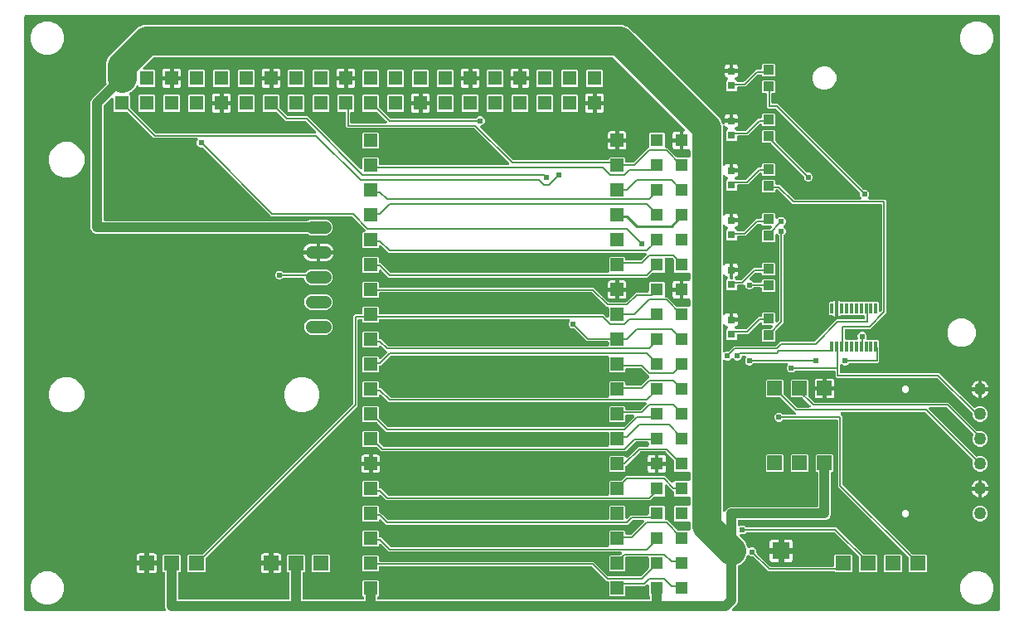
<source format=gbr>
G04 EAGLE Gerber RS-274X export*
G75*
%MOMM*%
%FSLAX34Y34*%
%LPD*%
%INTop Copper*%
%IPPOS*%
%AMOC8*
5,1,8,0,0,1.08239X$1,22.5*%
G01*
%ADD10R,1.500000X1.500000*%
%ADD11R,1.508000X1.508000*%
%ADD12R,0.800000X0.800000*%
%ADD13C,1.308000*%
%ADD14R,0.300000X1.100000*%
%ADD15R,1.308000X1.308000*%
%ADD16R,1.100000X1.000000*%
%ADD17R,1.422400X1.422400*%
%ADD18R,1.800000X1.800000*%
%ADD19R,1.358000X1.358000*%
%ADD20C,1.270000*%
%ADD21C,0.152400*%
%ADD22C,0.606400*%
%ADD23C,0.304800*%
%ADD24C,3.000000*%
%ADD25C,1.000000*%
%ADD26C,0.254000*%

G36*
X145278Y2018D02*
X145278Y2018D01*
X145428Y2030D01*
X145451Y2038D01*
X145475Y2041D01*
X145616Y2091D01*
X145760Y2137D01*
X145780Y2150D01*
X145803Y2158D01*
X145930Y2240D01*
X146058Y2317D01*
X146075Y2334D01*
X146096Y2347D01*
X146201Y2456D01*
X146308Y2560D01*
X146321Y2580D01*
X146338Y2598D01*
X146415Y2727D01*
X146496Y2853D01*
X146505Y2876D01*
X146517Y2897D01*
X146563Y3040D01*
X146613Y3182D01*
X146616Y3206D01*
X146623Y3229D01*
X146635Y3378D01*
X146652Y3528D01*
X146649Y3552D01*
X146651Y3576D01*
X146629Y3724D01*
X146611Y3874D01*
X146602Y3902D01*
X146599Y3921D01*
X146582Y3964D01*
X146536Y4107D01*
X145875Y5702D01*
X145875Y40212D01*
X145872Y40238D01*
X145874Y40264D01*
X145852Y40411D01*
X145835Y40558D01*
X145827Y40583D01*
X145823Y40609D01*
X145768Y40747D01*
X145718Y40886D01*
X145704Y40908D01*
X145694Y40933D01*
X145609Y41054D01*
X145529Y41179D01*
X145510Y41197D01*
X145495Y41219D01*
X145385Y41318D01*
X145278Y41421D01*
X145256Y41435D01*
X145236Y41452D01*
X145107Y41524D01*
X144979Y41600D01*
X144954Y41608D01*
X144931Y41621D01*
X144788Y41661D01*
X144647Y41706D01*
X144621Y41708D01*
X144596Y41716D01*
X144352Y41735D01*
X144228Y41735D01*
X143335Y42628D01*
X143335Y58972D01*
X144228Y59865D01*
X160572Y59865D01*
X161465Y58972D01*
X161465Y42628D01*
X160572Y41735D01*
X160448Y41735D01*
X160422Y41732D01*
X160396Y41734D01*
X160249Y41712D01*
X160102Y41695D01*
X160077Y41687D01*
X160051Y41683D01*
X159913Y41628D01*
X159774Y41578D01*
X159752Y41564D01*
X159727Y41554D01*
X159606Y41469D01*
X159481Y41389D01*
X159463Y41370D01*
X159441Y41355D01*
X159342Y41245D01*
X159239Y41138D01*
X159225Y41116D01*
X159208Y41096D01*
X159136Y40966D01*
X159060Y40839D01*
X159052Y40814D01*
X159039Y40791D01*
X158999Y40648D01*
X158954Y40507D01*
X158952Y40481D01*
X158944Y40456D01*
X158925Y40212D01*
X158925Y15048D01*
X158928Y15022D01*
X158926Y14996D01*
X158948Y14849D01*
X158965Y14702D01*
X158973Y14677D01*
X158977Y14651D01*
X159032Y14513D01*
X159082Y14374D01*
X159096Y14352D01*
X159106Y14327D01*
X159191Y14206D01*
X159271Y14081D01*
X159290Y14063D01*
X159305Y14041D01*
X159415Y13942D01*
X159522Y13839D01*
X159544Y13825D01*
X159564Y13808D01*
X159694Y13736D01*
X159821Y13660D01*
X159846Y13652D01*
X159869Y13639D01*
X160012Y13599D01*
X160153Y13554D01*
X160179Y13552D01*
X160204Y13544D01*
X160448Y13525D01*
X271352Y13525D01*
X271378Y13528D01*
X271404Y13526D01*
X271551Y13548D01*
X271698Y13565D01*
X271723Y13573D01*
X271749Y13577D01*
X271887Y13632D01*
X272026Y13682D01*
X272048Y13696D01*
X272073Y13706D01*
X272194Y13791D01*
X272319Y13871D01*
X272337Y13890D01*
X272359Y13905D01*
X272458Y14015D01*
X272561Y14122D01*
X272575Y14144D01*
X272592Y14164D01*
X272664Y14294D01*
X272740Y14421D01*
X272748Y14446D01*
X272761Y14469D01*
X272801Y14612D01*
X272846Y14753D01*
X272848Y14779D01*
X272856Y14804D01*
X272875Y15048D01*
X272875Y40212D01*
X272872Y40238D01*
X272874Y40264D01*
X272852Y40411D01*
X272835Y40558D01*
X272827Y40583D01*
X272823Y40609D01*
X272768Y40747D01*
X272718Y40886D01*
X272704Y40908D01*
X272694Y40933D01*
X272609Y41054D01*
X272529Y41179D01*
X272510Y41197D01*
X272495Y41219D01*
X272385Y41318D01*
X272278Y41421D01*
X272256Y41435D01*
X272236Y41452D01*
X272107Y41524D01*
X271979Y41600D01*
X271954Y41608D01*
X271931Y41621D01*
X271788Y41661D01*
X271647Y41706D01*
X271621Y41708D01*
X271596Y41716D01*
X271352Y41735D01*
X271228Y41735D01*
X270335Y42628D01*
X270335Y58972D01*
X271228Y59865D01*
X287572Y59865D01*
X288465Y58972D01*
X288465Y42628D01*
X287572Y41735D01*
X287448Y41735D01*
X287422Y41732D01*
X287396Y41734D01*
X287249Y41712D01*
X287102Y41695D01*
X287077Y41687D01*
X287051Y41683D01*
X286913Y41628D01*
X286774Y41578D01*
X286752Y41564D01*
X286727Y41554D01*
X286606Y41469D01*
X286481Y41389D01*
X286463Y41370D01*
X286441Y41355D01*
X286342Y41245D01*
X286239Y41138D01*
X286225Y41116D01*
X286208Y41096D01*
X286136Y40966D01*
X286060Y40839D01*
X286052Y40814D01*
X286039Y40791D01*
X285999Y40648D01*
X285954Y40507D01*
X285952Y40481D01*
X285944Y40456D01*
X285925Y40212D01*
X285925Y15048D01*
X285928Y15022D01*
X285926Y14996D01*
X285948Y14849D01*
X285965Y14702D01*
X285973Y14677D01*
X285977Y14651D01*
X286032Y14513D01*
X286082Y14374D01*
X286096Y14352D01*
X286106Y14327D01*
X286191Y14206D01*
X286271Y14081D01*
X286290Y14063D01*
X286305Y14041D01*
X286415Y13942D01*
X286522Y13839D01*
X286544Y13825D01*
X286564Y13808D01*
X286694Y13736D01*
X286821Y13660D01*
X286846Y13652D01*
X286869Y13639D01*
X287012Y13599D01*
X287153Y13554D01*
X287179Y13552D01*
X287204Y13544D01*
X287448Y13525D01*
X347552Y13525D01*
X347578Y13528D01*
X347604Y13526D01*
X347751Y13548D01*
X347898Y13565D01*
X347923Y13573D01*
X347949Y13577D01*
X348087Y13632D01*
X348226Y13682D01*
X348248Y13696D01*
X348273Y13706D01*
X348394Y13791D01*
X348519Y13871D01*
X348537Y13890D01*
X348559Y13905D01*
X348658Y14015D01*
X348761Y14122D01*
X348775Y14144D01*
X348792Y14164D01*
X348864Y14294D01*
X348940Y14421D01*
X348948Y14446D01*
X348961Y14469D01*
X349001Y14612D01*
X349046Y14753D01*
X349048Y14779D01*
X349056Y14804D01*
X349075Y15048D01*
X349075Y15562D01*
X349072Y15588D01*
X349074Y15614D01*
X349053Y15760D01*
X349050Y15814D01*
X349044Y15834D01*
X349035Y15908D01*
X349027Y15933D01*
X349023Y15959D01*
X348969Y16094D01*
X348953Y16149D01*
X348942Y16168D01*
X348918Y16236D01*
X348904Y16258D01*
X348894Y16283D01*
X348813Y16398D01*
X348783Y16453D01*
X348762Y16477D01*
X348729Y16529D01*
X348710Y16547D01*
X348695Y16569D01*
X348649Y16610D01*
X348625Y16639D01*
X347285Y17978D01*
X347285Y32822D01*
X348178Y33715D01*
X363022Y33715D01*
X363915Y32822D01*
X363915Y17978D01*
X362642Y16706D01*
X362641Y16705D01*
X362639Y16703D01*
X362575Y16639D01*
X362534Y16587D01*
X362439Y16488D01*
X362425Y16466D01*
X362408Y16446D01*
X362374Y16385D01*
X362359Y16366D01*
X362333Y16311D01*
X362260Y16189D01*
X362252Y16164D01*
X362239Y16141D01*
X362219Y16071D01*
X362210Y16051D01*
X362198Y15996D01*
X362154Y15857D01*
X362152Y15831D01*
X362144Y15806D01*
X362137Y15711D01*
X362137Y15710D01*
X362137Y15709D01*
X362125Y15562D01*
X362125Y15048D01*
X362128Y15022D01*
X362126Y14996D01*
X362148Y14849D01*
X362165Y14702D01*
X362173Y14677D01*
X362177Y14651D01*
X362232Y14513D01*
X362282Y14374D01*
X362296Y14352D01*
X362306Y14327D01*
X362391Y14206D01*
X362471Y14081D01*
X362490Y14063D01*
X362505Y14041D01*
X362615Y13942D01*
X362722Y13839D01*
X362744Y13825D01*
X362764Y13808D01*
X362894Y13736D01*
X363021Y13660D01*
X363046Y13652D01*
X363069Y13639D01*
X363212Y13599D01*
X363353Y13554D01*
X363379Y13552D01*
X363404Y13544D01*
X363648Y13525D01*
X639652Y13525D01*
X639678Y13528D01*
X639704Y13526D01*
X639851Y13548D01*
X639998Y13565D01*
X640023Y13573D01*
X640049Y13577D01*
X640187Y13632D01*
X640326Y13682D01*
X640348Y13696D01*
X640373Y13706D01*
X640494Y13791D01*
X640619Y13871D01*
X640637Y13890D01*
X640659Y13905D01*
X640758Y14015D01*
X640861Y14122D01*
X640875Y14144D01*
X640892Y14164D01*
X640964Y14294D01*
X641040Y14421D01*
X641048Y14446D01*
X641061Y14469D01*
X641101Y14612D01*
X641146Y14753D01*
X641148Y14779D01*
X641156Y14804D01*
X641175Y15048D01*
X641175Y16058D01*
X641161Y16183D01*
X641154Y16309D01*
X641141Y16356D01*
X641135Y16404D01*
X641093Y16523D01*
X641058Y16644D01*
X641034Y16686D01*
X641018Y16732D01*
X640949Y16838D01*
X640888Y16948D01*
X640848Y16995D01*
X640829Y17025D01*
X640794Y17058D01*
X640729Y17135D01*
X639635Y18228D01*
X639635Y27724D01*
X639624Y27824D01*
X639622Y27924D01*
X639604Y27996D01*
X639595Y28070D01*
X639562Y28165D01*
X639537Y28262D01*
X639503Y28328D01*
X639478Y28398D01*
X639423Y28483D01*
X639377Y28572D01*
X639329Y28629D01*
X639289Y28691D01*
X639217Y28761D01*
X639152Y28837D01*
X639092Y28881D01*
X639038Y28933D01*
X638952Y28985D01*
X638871Y29044D01*
X638803Y29074D01*
X638739Y29112D01*
X638643Y29143D01*
X638551Y29182D01*
X638478Y29196D01*
X638407Y29218D01*
X638307Y29226D01*
X638208Y29244D01*
X638134Y29240D01*
X638060Y29246D01*
X637960Y29231D01*
X637860Y29226D01*
X637789Y29206D01*
X637715Y29195D01*
X637622Y29157D01*
X637525Y29130D01*
X637460Y29093D01*
X637391Y29066D01*
X637309Y29009D01*
X637221Y28959D01*
X637145Y28894D01*
X637105Y28867D01*
X637081Y28840D01*
X637035Y28801D01*
X635947Y27713D01*
X617138Y27713D01*
X617112Y27710D01*
X617086Y27712D01*
X616939Y27690D01*
X616792Y27673D01*
X616767Y27665D01*
X616741Y27661D01*
X616603Y27606D01*
X616464Y27556D01*
X616442Y27542D01*
X616417Y27532D01*
X616296Y27447D01*
X616171Y27367D01*
X616153Y27348D01*
X616131Y27333D01*
X616032Y27223D01*
X615929Y27116D01*
X615915Y27094D01*
X615898Y27074D01*
X615826Y26944D01*
X615750Y26817D01*
X615742Y26792D01*
X615729Y26769D01*
X615689Y26626D01*
X615644Y26485D01*
X615642Y26459D01*
X615634Y26434D01*
X615615Y26190D01*
X615615Y17978D01*
X614722Y17085D01*
X599878Y17085D01*
X598985Y17978D01*
X598985Y31190D01*
X598982Y31216D01*
X598984Y31242D01*
X598962Y31389D01*
X598945Y31536D01*
X598937Y31561D01*
X598933Y31587D01*
X598878Y31725D01*
X598828Y31864D01*
X598814Y31886D01*
X598804Y31911D01*
X598719Y32032D01*
X598639Y32157D01*
X598620Y32175D01*
X598605Y32197D01*
X598495Y32296D01*
X598388Y32399D01*
X598366Y32413D01*
X598346Y32430D01*
X598216Y32502D01*
X598089Y32578D01*
X598064Y32586D01*
X598041Y32599D01*
X597898Y32639D01*
X597757Y32684D01*
X597731Y32686D01*
X597706Y32694D01*
X597462Y32713D01*
X596553Y32713D01*
X581999Y47267D01*
X581900Y47346D01*
X581806Y47430D01*
X581764Y47454D01*
X581726Y47484D01*
X581612Y47538D01*
X581501Y47599D01*
X581455Y47612D01*
X581411Y47633D01*
X581287Y47659D01*
X581166Y47694D01*
X581105Y47699D01*
X581070Y47706D01*
X581022Y47705D01*
X580922Y47713D01*
X365438Y47713D01*
X365412Y47710D01*
X365386Y47712D01*
X365239Y47690D01*
X365092Y47673D01*
X365067Y47665D01*
X365041Y47661D01*
X364903Y47606D01*
X364764Y47556D01*
X364742Y47542D01*
X364717Y47532D01*
X364596Y47447D01*
X364471Y47367D01*
X364453Y47348D01*
X364431Y47333D01*
X364332Y47223D01*
X364229Y47116D01*
X364215Y47094D01*
X364198Y47074D01*
X364126Y46944D01*
X364050Y46817D01*
X364042Y46792D01*
X364029Y46769D01*
X363989Y46626D01*
X363944Y46485D01*
X363942Y46459D01*
X363934Y46434D01*
X363915Y46190D01*
X363915Y43378D01*
X363022Y42485D01*
X348178Y42485D01*
X347285Y43378D01*
X347285Y58222D01*
X348178Y59115D01*
X363022Y59115D01*
X363915Y58222D01*
X363915Y53810D01*
X363918Y53784D01*
X363916Y53758D01*
X363938Y53611D01*
X363955Y53464D01*
X363963Y53439D01*
X363967Y53413D01*
X364022Y53275D01*
X364072Y53136D01*
X364086Y53114D01*
X364096Y53089D01*
X364181Y52968D01*
X364261Y52843D01*
X364280Y52825D01*
X364295Y52803D01*
X364405Y52704D01*
X364512Y52601D01*
X364534Y52587D01*
X364554Y52570D01*
X364684Y52498D01*
X364811Y52422D01*
X364836Y52414D01*
X364859Y52401D01*
X365002Y52361D01*
X365143Y52316D01*
X365169Y52314D01*
X365194Y52306D01*
X365438Y52287D01*
X583447Y52287D01*
X585233Y50501D01*
X598001Y37733D01*
X598100Y37654D01*
X598194Y37570D01*
X598236Y37546D01*
X598274Y37516D01*
X598388Y37462D01*
X598499Y37401D01*
X598546Y37388D01*
X598589Y37367D01*
X598713Y37341D01*
X598834Y37306D01*
X598895Y37301D01*
X598930Y37294D01*
X598978Y37295D01*
X599078Y37287D01*
X630922Y37287D01*
X631047Y37301D01*
X631174Y37308D01*
X631220Y37321D01*
X631268Y37327D01*
X631387Y37369D01*
X631508Y37404D01*
X631551Y37428D01*
X631596Y37444D01*
X631702Y37513D01*
X631813Y37574D01*
X631859Y37614D01*
X631889Y37633D01*
X631922Y37668D01*
X631999Y37733D01*
X639189Y44923D01*
X639268Y45022D01*
X639352Y45116D01*
X639376Y45158D01*
X639406Y45196D01*
X639460Y45310D01*
X639521Y45421D01*
X639534Y45468D01*
X639555Y45511D01*
X639581Y45635D01*
X639616Y45756D01*
X639621Y45817D01*
X639628Y45852D01*
X639627Y45900D01*
X639635Y46000D01*
X639635Y56190D01*
X639632Y56216D01*
X639634Y56242D01*
X639612Y56389D01*
X639595Y56536D01*
X639587Y56561D01*
X639583Y56587D01*
X639528Y56725D01*
X639478Y56864D01*
X639464Y56886D01*
X639454Y56911D01*
X639369Y57032D01*
X639289Y57157D01*
X639270Y57175D01*
X639255Y57197D01*
X639145Y57296D01*
X639038Y57399D01*
X639016Y57413D01*
X638996Y57430D01*
X638866Y57502D01*
X638739Y57578D01*
X638714Y57586D01*
X638691Y57599D01*
X638548Y57639D01*
X638407Y57684D01*
X638381Y57686D01*
X638356Y57694D01*
X638112Y57713D01*
X617138Y57713D01*
X617112Y57710D01*
X617086Y57712D01*
X616939Y57690D01*
X616792Y57673D01*
X616767Y57665D01*
X616741Y57661D01*
X616603Y57606D01*
X616464Y57556D01*
X616442Y57542D01*
X616417Y57532D01*
X616296Y57447D01*
X616171Y57367D01*
X616153Y57348D01*
X616131Y57333D01*
X616032Y57223D01*
X615929Y57116D01*
X615915Y57094D01*
X615898Y57074D01*
X615826Y56944D01*
X615750Y56817D01*
X615742Y56792D01*
X615729Y56769D01*
X615689Y56626D01*
X615644Y56485D01*
X615642Y56459D01*
X615634Y56434D01*
X615615Y56190D01*
X615615Y43378D01*
X614722Y42485D01*
X599878Y42485D01*
X598985Y43378D01*
X598985Y58222D01*
X599878Y59115D01*
X610250Y59115D01*
X610375Y59129D01*
X610502Y59136D01*
X610548Y59149D01*
X610596Y59155D01*
X610715Y59197D01*
X610837Y59232D01*
X610879Y59256D01*
X610924Y59272D01*
X611030Y59341D01*
X611141Y59402D01*
X611187Y59442D01*
X611217Y59461D01*
X611251Y59496D01*
X611327Y59561D01*
X611879Y60113D01*
X611941Y60191D01*
X612011Y60264D01*
X612049Y60328D01*
X612096Y60386D01*
X612139Y60477D01*
X612190Y60563D01*
X612213Y60634D01*
X612245Y60701D01*
X612266Y60799D01*
X612296Y60895D01*
X612302Y60969D01*
X612318Y61042D01*
X612316Y61142D01*
X612324Y61242D01*
X612313Y61316D01*
X612312Y61390D01*
X612287Y61487D01*
X612273Y61587D01*
X612245Y61656D01*
X612227Y61728D01*
X612181Y61818D01*
X612144Y61911D01*
X612101Y61972D01*
X612067Y62038D01*
X612002Y62115D01*
X611945Y62197D01*
X611890Y62247D01*
X611841Y62303D01*
X611761Y62363D01*
X611686Y62430D01*
X611621Y62466D01*
X611561Y62511D01*
X611469Y62550D01*
X611381Y62599D01*
X611309Y62619D01*
X611241Y62649D01*
X611142Y62666D01*
X611046Y62694D01*
X610946Y62702D01*
X610898Y62710D01*
X610862Y62708D01*
X610802Y62713D01*
X374053Y62713D01*
X366515Y70251D01*
X366437Y70313D01*
X366364Y70383D01*
X366300Y70421D01*
X366242Y70468D01*
X366151Y70511D01*
X366065Y70562D01*
X365994Y70585D01*
X365927Y70617D01*
X365829Y70638D01*
X365733Y70668D01*
X365659Y70674D01*
X365586Y70690D01*
X365486Y70688D01*
X365386Y70696D01*
X365312Y70685D01*
X365238Y70684D01*
X365141Y70659D01*
X365041Y70645D01*
X364972Y70617D01*
X364900Y70599D01*
X364810Y70553D01*
X364717Y70516D01*
X364656Y70473D01*
X364590Y70439D01*
X364513Y70374D01*
X364431Y70317D01*
X364381Y70262D01*
X364325Y70213D01*
X364265Y70133D01*
X364198Y70058D01*
X364162Y69993D01*
X364117Y69933D01*
X364078Y69841D01*
X364029Y69753D01*
X364009Y69681D01*
X363979Y69613D01*
X363962Y69514D01*
X363934Y69418D01*
X363926Y69318D01*
X363918Y69270D01*
X363920Y69234D01*
X363915Y69174D01*
X363915Y68778D01*
X363022Y67885D01*
X348178Y67885D01*
X347285Y68778D01*
X347285Y83622D01*
X348178Y84515D01*
X363022Y84515D01*
X363915Y83622D01*
X363915Y78810D01*
X363918Y78784D01*
X363916Y78758D01*
X363938Y78611D01*
X363955Y78464D01*
X363963Y78439D01*
X363967Y78413D01*
X364022Y78275D01*
X364072Y78136D01*
X364086Y78114D01*
X364096Y78089D01*
X364181Y77968D01*
X364261Y77843D01*
X364280Y77825D01*
X364295Y77803D01*
X364405Y77704D01*
X364512Y77601D01*
X364534Y77587D01*
X364554Y77570D01*
X364684Y77498D01*
X364811Y77422D01*
X364836Y77414D01*
X364859Y77401D01*
X365002Y77361D01*
X365143Y77316D01*
X365169Y77314D01*
X365194Y77306D01*
X365438Y77287D01*
X365947Y77287D01*
X375501Y67733D01*
X375600Y67654D01*
X375694Y67570D01*
X375736Y67546D01*
X375774Y67516D01*
X375888Y67462D01*
X375999Y67401D01*
X376046Y67388D01*
X376089Y67367D01*
X376213Y67341D01*
X376334Y67306D01*
X376395Y67301D01*
X376430Y67294D01*
X376478Y67295D01*
X376578Y67287D01*
X597462Y67287D01*
X597488Y67290D01*
X597514Y67288D01*
X597661Y67310D01*
X597808Y67327D01*
X597833Y67335D01*
X597859Y67339D01*
X597997Y67394D01*
X598136Y67444D01*
X598158Y67458D01*
X598183Y67468D01*
X598304Y67553D01*
X598429Y67633D01*
X598447Y67652D01*
X598469Y67667D01*
X598568Y67777D01*
X598671Y67884D01*
X598685Y67906D01*
X598702Y67926D01*
X598774Y68056D01*
X598850Y68183D01*
X598858Y68208D01*
X598871Y68231D01*
X598911Y68374D01*
X598956Y68515D01*
X598958Y68541D01*
X598966Y68566D01*
X598985Y68810D01*
X598985Y83622D01*
X599878Y84515D01*
X614722Y84515D01*
X615615Y83622D01*
X615615Y81310D01*
X615618Y81284D01*
X615616Y81258D01*
X615638Y81111D01*
X615655Y80964D01*
X615663Y80939D01*
X615667Y80913D01*
X615722Y80775D01*
X615772Y80636D01*
X615786Y80614D01*
X615796Y80589D01*
X615881Y80468D01*
X615961Y80343D01*
X615980Y80325D01*
X615995Y80303D01*
X616105Y80204D01*
X616212Y80101D01*
X616234Y80087D01*
X616254Y80070D01*
X616384Y79998D01*
X616511Y79922D01*
X616536Y79914D01*
X616559Y79901D01*
X616702Y79861D01*
X616843Y79816D01*
X616869Y79814D01*
X616894Y79806D01*
X617138Y79787D01*
X620922Y79787D01*
X621047Y79801D01*
X621174Y79808D01*
X621220Y79821D01*
X621268Y79827D01*
X621387Y79869D01*
X621508Y79904D01*
X621551Y79928D01*
X621596Y79944D01*
X621703Y80013D01*
X621813Y80074D01*
X621859Y80114D01*
X621889Y80133D01*
X621923Y80168D01*
X621999Y80233D01*
X634379Y92613D01*
X634441Y92691D01*
X634511Y92764D01*
X634549Y92828D01*
X634596Y92886D01*
X634639Y92977D01*
X634690Y93063D01*
X634713Y93134D01*
X634745Y93201D01*
X634766Y93299D01*
X634796Y93395D01*
X634802Y93469D01*
X634818Y93542D01*
X634816Y93642D01*
X634824Y93742D01*
X634813Y93816D01*
X634812Y93890D01*
X634787Y93987D01*
X634773Y94087D01*
X634745Y94156D01*
X634727Y94228D01*
X634681Y94318D01*
X634644Y94411D01*
X634601Y94472D01*
X634567Y94538D01*
X634502Y94615D01*
X634445Y94697D01*
X634390Y94747D01*
X634341Y94803D01*
X634261Y94863D01*
X634186Y94930D01*
X634121Y94966D01*
X634061Y95011D01*
X633969Y95050D01*
X633881Y95099D01*
X633809Y95119D01*
X633741Y95149D01*
X633642Y95166D01*
X633546Y95194D01*
X633446Y95202D01*
X633398Y95210D01*
X633362Y95208D01*
X633302Y95213D01*
X624078Y95213D01*
X623953Y95199D01*
X623826Y95192D01*
X623780Y95179D01*
X623732Y95173D01*
X623613Y95131D01*
X623492Y95096D01*
X623449Y95072D01*
X623404Y95056D01*
X623298Y94987D01*
X623187Y94926D01*
X623141Y94886D01*
X623111Y94867D01*
X623078Y94832D01*
X623001Y94767D01*
X618447Y90213D01*
X371553Y90213D01*
X369767Y91999D01*
X366515Y95251D01*
X366437Y95313D01*
X366364Y95383D01*
X366300Y95421D01*
X366242Y95468D01*
X366151Y95511D01*
X366065Y95562D01*
X365994Y95585D01*
X365927Y95617D01*
X365829Y95638D01*
X365733Y95668D01*
X365659Y95674D01*
X365586Y95690D01*
X365486Y95688D01*
X365386Y95696D01*
X365312Y95685D01*
X365238Y95684D01*
X365141Y95659D01*
X365041Y95645D01*
X364972Y95617D01*
X364900Y95599D01*
X364810Y95553D01*
X364717Y95516D01*
X364656Y95473D01*
X364590Y95439D01*
X364513Y95374D01*
X364431Y95317D01*
X364381Y95262D01*
X364325Y95213D01*
X364265Y95133D01*
X364198Y95058D01*
X364162Y94993D01*
X364117Y94933D01*
X364078Y94841D01*
X364029Y94753D01*
X364009Y94681D01*
X363979Y94613D01*
X363962Y94514D01*
X363934Y94418D01*
X363926Y94318D01*
X363918Y94270D01*
X363920Y94234D01*
X363915Y94179D01*
X363022Y93285D01*
X348178Y93285D01*
X347285Y94178D01*
X347285Y109022D01*
X348178Y109915D01*
X363022Y109915D01*
X363915Y109022D01*
X363915Y103810D01*
X363918Y103784D01*
X363916Y103758D01*
X363938Y103611D01*
X363955Y103464D01*
X363963Y103439D01*
X363967Y103413D01*
X364022Y103275D01*
X364072Y103136D01*
X364086Y103114D01*
X364096Y103089D01*
X364181Y102968D01*
X364261Y102843D01*
X364280Y102825D01*
X364295Y102803D01*
X364405Y102704D01*
X364512Y102601D01*
X364534Y102587D01*
X364554Y102570D01*
X364684Y102498D01*
X364811Y102422D01*
X364836Y102414D01*
X364859Y102401D01*
X365002Y102361D01*
X365143Y102316D01*
X365169Y102314D01*
X365194Y102306D01*
X365438Y102287D01*
X365947Y102287D01*
X367733Y100501D01*
X373001Y95233D01*
X373100Y95154D01*
X373194Y95070D01*
X373236Y95046D01*
X373274Y95016D01*
X373388Y94962D01*
X373499Y94901D01*
X373545Y94888D01*
X373589Y94867D01*
X373713Y94841D01*
X373834Y94806D01*
X373895Y94801D01*
X373930Y94794D01*
X373978Y94795D01*
X374078Y94787D01*
X597462Y94787D01*
X597488Y94790D01*
X597514Y94788D01*
X597661Y94810D01*
X597808Y94827D01*
X597833Y94835D01*
X597859Y94839D01*
X597997Y94894D01*
X598136Y94944D01*
X598158Y94958D01*
X598183Y94968D01*
X598304Y95053D01*
X598429Y95133D01*
X598447Y95152D01*
X598469Y95167D01*
X598568Y95277D01*
X598671Y95384D01*
X598685Y95406D01*
X598702Y95426D01*
X598774Y95556D01*
X598850Y95683D01*
X598858Y95708D01*
X598871Y95731D01*
X598911Y95874D01*
X598956Y96015D01*
X598958Y96041D01*
X598966Y96066D01*
X598985Y96310D01*
X598985Y109022D01*
X599878Y109915D01*
X614722Y109915D01*
X615615Y109022D01*
X615615Y97526D01*
X615626Y97426D01*
X615628Y97326D01*
X615646Y97254D01*
X615655Y97180D01*
X615688Y97085D01*
X615713Y96988D01*
X615747Y96922D01*
X615772Y96852D01*
X615827Y96767D01*
X615873Y96678D01*
X615921Y96621D01*
X615961Y96559D01*
X616033Y96489D01*
X616098Y96413D01*
X616158Y96369D01*
X616212Y96317D01*
X616298Y96265D01*
X616379Y96206D01*
X616447Y96176D01*
X616511Y96138D01*
X616607Y96107D01*
X616699Y96068D01*
X616772Y96054D01*
X616843Y96032D01*
X616943Y96024D01*
X617042Y96006D01*
X617116Y96010D01*
X617190Y96004D01*
X617290Y96019D01*
X617390Y96024D01*
X617461Y96044D01*
X617535Y96055D01*
X617628Y96093D01*
X617725Y96120D01*
X617790Y96157D01*
X617859Y96184D01*
X617941Y96241D01*
X618029Y96291D01*
X618105Y96356D01*
X618145Y96383D01*
X618169Y96410D01*
X618215Y96449D01*
X621553Y99787D01*
X638112Y99787D01*
X638138Y99790D01*
X638164Y99788D01*
X638311Y99810D01*
X638458Y99827D01*
X638483Y99835D01*
X638509Y99839D01*
X638647Y99894D01*
X638786Y99944D01*
X638808Y99958D01*
X638833Y99968D01*
X638954Y100053D01*
X639079Y100133D01*
X639097Y100152D01*
X639119Y100167D01*
X639218Y100277D01*
X639321Y100384D01*
X639335Y100406D01*
X639352Y100426D01*
X639424Y100556D01*
X639500Y100683D01*
X639508Y100708D01*
X639521Y100731D01*
X639561Y100874D01*
X639606Y101015D01*
X639608Y101041D01*
X639616Y101066D01*
X639635Y101310D01*
X639635Y108772D01*
X640528Y109665D01*
X654872Y109665D01*
X655765Y108772D01*
X655765Y96310D01*
X655768Y96284D01*
X655766Y96258D01*
X655788Y96111D01*
X655805Y95964D01*
X655813Y95939D01*
X655817Y95913D01*
X655872Y95775D01*
X655922Y95636D01*
X655936Y95614D01*
X655946Y95589D01*
X656031Y95468D01*
X656111Y95343D01*
X656130Y95325D01*
X656145Y95303D01*
X656255Y95204D01*
X656362Y95101D01*
X656384Y95087D01*
X656404Y95070D01*
X656534Y94998D01*
X656661Y94922D01*
X656686Y94914D01*
X656709Y94901D01*
X656852Y94861D01*
X656993Y94816D01*
X657019Y94814D01*
X657044Y94806D01*
X657288Y94787D01*
X658447Y94787D01*
X668523Y84711D01*
X668622Y84632D01*
X668716Y84548D01*
X668758Y84524D01*
X668796Y84494D01*
X668910Y84440D01*
X669021Y84379D01*
X669068Y84366D01*
X669111Y84345D01*
X669235Y84319D01*
X669356Y84284D01*
X669417Y84279D01*
X669452Y84272D01*
X669500Y84273D01*
X669600Y84265D01*
X680452Y84265D01*
X680478Y84268D01*
X680504Y84266D01*
X680651Y84288D01*
X680798Y84305D01*
X680823Y84313D01*
X680849Y84317D01*
X680987Y84372D01*
X681126Y84422D01*
X681148Y84436D01*
X681173Y84446D01*
X681294Y84531D01*
X681419Y84611D01*
X681437Y84630D01*
X681459Y84645D01*
X681558Y84755D01*
X681661Y84862D01*
X681675Y84884D01*
X681692Y84904D01*
X681764Y85034D01*
X681840Y85161D01*
X681848Y85186D01*
X681861Y85209D01*
X681901Y85352D01*
X681946Y85493D01*
X681948Y85519D01*
X681956Y85544D01*
X681975Y85788D01*
X681975Y92012D01*
X681972Y92038D01*
X681974Y92064D01*
X681952Y92211D01*
X681935Y92358D01*
X681927Y92383D01*
X681923Y92409D01*
X681868Y92547D01*
X681818Y92686D01*
X681804Y92708D01*
X681794Y92733D01*
X681709Y92854D01*
X681629Y92979D01*
X681610Y92997D01*
X681595Y93019D01*
X681485Y93118D01*
X681378Y93221D01*
X681356Y93235D01*
X681336Y93252D01*
X681206Y93324D01*
X681079Y93400D01*
X681054Y93408D01*
X681031Y93421D01*
X680888Y93461D01*
X680747Y93506D01*
X680721Y93508D01*
X680696Y93516D01*
X680452Y93535D01*
X665928Y93535D01*
X665035Y94428D01*
X665035Y108772D01*
X665928Y109665D01*
X680452Y109665D01*
X680478Y109668D01*
X680504Y109666D01*
X680651Y109688D01*
X680798Y109705D01*
X680823Y109713D01*
X680849Y109717D01*
X680987Y109772D01*
X681126Y109822D01*
X681148Y109836D01*
X681173Y109846D01*
X681294Y109931D01*
X681419Y110011D01*
X681437Y110030D01*
X681459Y110045D01*
X681558Y110155D01*
X681661Y110262D01*
X681675Y110284D01*
X681692Y110304D01*
X681764Y110434D01*
X681840Y110561D01*
X681848Y110586D01*
X681861Y110609D01*
X681901Y110752D01*
X681946Y110893D01*
X681948Y110919D01*
X681956Y110944D01*
X681975Y111188D01*
X681975Y117412D01*
X681972Y117438D01*
X681974Y117464D01*
X681952Y117611D01*
X681935Y117758D01*
X681927Y117783D01*
X681923Y117809D01*
X681868Y117946D01*
X681818Y118086D01*
X681804Y118108D01*
X681794Y118133D01*
X681709Y118254D01*
X681629Y118379D01*
X681610Y118397D01*
X681595Y118419D01*
X681485Y118518D01*
X681378Y118621D01*
X681356Y118635D01*
X681336Y118652D01*
X681206Y118724D01*
X681079Y118800D01*
X681054Y118808D01*
X681031Y118821D01*
X680888Y118861D01*
X680747Y118906D01*
X680721Y118908D01*
X680696Y118916D01*
X680452Y118935D01*
X665928Y118935D01*
X665035Y119828D01*
X665035Y123690D01*
X665032Y123716D01*
X665034Y123742D01*
X665012Y123889D01*
X664995Y124036D01*
X664987Y124061D01*
X664983Y124087D01*
X664928Y124225D01*
X664878Y124364D01*
X664864Y124386D01*
X664854Y124411D01*
X664769Y124532D01*
X664689Y124657D01*
X664670Y124675D01*
X664655Y124697D01*
X664545Y124796D01*
X664438Y124899D01*
X664416Y124913D01*
X664396Y124930D01*
X664266Y125002D01*
X664260Y125006D01*
X662267Y126999D01*
X658365Y130901D01*
X658287Y130963D01*
X658214Y131033D01*
X658150Y131071D01*
X658092Y131118D01*
X658001Y131161D01*
X657915Y131212D01*
X657844Y131235D01*
X657777Y131267D01*
X657679Y131288D01*
X657583Y131318D01*
X657509Y131324D01*
X657436Y131340D01*
X657336Y131338D01*
X657236Y131346D01*
X657162Y131335D01*
X657088Y131334D01*
X656991Y131309D01*
X656891Y131295D01*
X656822Y131267D01*
X656750Y131249D01*
X656660Y131203D01*
X656567Y131166D01*
X656506Y131123D01*
X656440Y131089D01*
X656363Y131024D01*
X656281Y130967D01*
X656231Y130912D01*
X656175Y130863D01*
X656115Y130783D01*
X656048Y130708D01*
X656012Y130643D01*
X655967Y130583D01*
X655928Y130491D01*
X655879Y130403D01*
X655859Y130331D01*
X655829Y130263D01*
X655812Y130164D01*
X655784Y130068D01*
X655776Y129968D01*
X655768Y129920D01*
X655770Y129884D01*
X655765Y129824D01*
X655765Y119828D01*
X654872Y118935D01*
X645300Y118935D01*
X645175Y118921D01*
X645048Y118914D01*
X645002Y118901D01*
X644954Y118895D01*
X644835Y118853D01*
X644713Y118818D01*
X644671Y118794D01*
X644626Y118778D01*
X644520Y118709D01*
X644409Y118648D01*
X644363Y118608D01*
X644333Y118589D01*
X644300Y118554D01*
X644223Y118489D01*
X642733Y116999D01*
X640947Y115213D01*
X371553Y115213D01*
X366515Y120251D01*
X366437Y120313D01*
X366364Y120383D01*
X366300Y120421D01*
X366242Y120468D01*
X366151Y120511D01*
X366065Y120562D01*
X365994Y120585D01*
X365927Y120617D01*
X365829Y120638D01*
X365733Y120668D01*
X365659Y120674D01*
X365586Y120690D01*
X365486Y120688D01*
X365386Y120696D01*
X365312Y120685D01*
X365238Y120684D01*
X365141Y120659D01*
X365041Y120645D01*
X364972Y120617D01*
X364900Y120599D01*
X364810Y120553D01*
X364717Y120516D01*
X364656Y120473D01*
X364590Y120439D01*
X364513Y120374D01*
X364431Y120317D01*
X364381Y120262D01*
X364325Y120213D01*
X364265Y120133D01*
X364198Y120058D01*
X364162Y119993D01*
X364117Y119933D01*
X364078Y119841D01*
X364029Y119753D01*
X364009Y119681D01*
X364002Y119666D01*
X363022Y118685D01*
X348178Y118685D01*
X347285Y119578D01*
X347285Y134422D01*
X348178Y135315D01*
X363022Y135315D01*
X363915Y134422D01*
X363915Y128810D01*
X363918Y128784D01*
X363916Y128758D01*
X363938Y128611D01*
X363955Y128464D01*
X363963Y128439D01*
X363967Y128413D01*
X364022Y128275D01*
X364072Y128136D01*
X364086Y128114D01*
X364096Y128089D01*
X364181Y127968D01*
X364261Y127843D01*
X364280Y127825D01*
X364295Y127803D01*
X364405Y127704D01*
X364512Y127601D01*
X364534Y127587D01*
X364554Y127570D01*
X364684Y127498D01*
X364811Y127422D01*
X364836Y127414D01*
X364859Y127401D01*
X365002Y127361D01*
X365143Y127316D01*
X365169Y127314D01*
X365194Y127306D01*
X365438Y127287D01*
X365947Y127287D01*
X373001Y120233D01*
X373100Y120154D01*
X373194Y120070D01*
X373236Y120046D01*
X373274Y120016D01*
X373388Y119962D01*
X373499Y119901D01*
X373546Y119888D01*
X373589Y119867D01*
X373713Y119841D01*
X373834Y119806D01*
X373895Y119801D01*
X373930Y119794D01*
X373978Y119795D01*
X374078Y119787D01*
X597462Y119787D01*
X597488Y119790D01*
X597514Y119788D01*
X597661Y119810D01*
X597808Y119827D01*
X597833Y119835D01*
X597859Y119839D01*
X597997Y119894D01*
X598136Y119944D01*
X598158Y119958D01*
X598183Y119968D01*
X598304Y120053D01*
X598429Y120133D01*
X598447Y120152D01*
X598469Y120167D01*
X598568Y120277D01*
X598671Y120384D01*
X598685Y120406D01*
X598702Y120426D01*
X598774Y120556D01*
X598850Y120683D01*
X598858Y120708D01*
X598871Y120731D01*
X598911Y120874D01*
X598956Y121015D01*
X598958Y121041D01*
X598966Y121066D01*
X598985Y121310D01*
X598985Y134422D01*
X599878Y135315D01*
X611450Y135315D01*
X611575Y135329D01*
X611702Y135336D01*
X611748Y135349D01*
X611796Y135355D01*
X611915Y135397D01*
X612037Y135432D01*
X612079Y135456D01*
X612124Y135472D01*
X612230Y135541D01*
X612341Y135602D01*
X612387Y135642D01*
X612417Y135661D01*
X612451Y135696D01*
X612527Y135761D01*
X614767Y138001D01*
X616553Y139787D01*
X655947Y139787D01*
X662435Y133299D01*
X662513Y133237D01*
X662586Y133167D01*
X662650Y133129D01*
X662708Y133082D01*
X662799Y133039D01*
X662885Y132988D01*
X662956Y132965D01*
X663023Y132933D01*
X663121Y132912D01*
X663217Y132882D01*
X663291Y132876D01*
X663364Y132860D01*
X663464Y132862D01*
X663564Y132854D01*
X663638Y132865D01*
X663712Y132866D01*
X663809Y132891D01*
X663909Y132905D01*
X663978Y132933D01*
X664050Y132951D01*
X664140Y132997D01*
X664233Y133034D01*
X664294Y133077D01*
X664360Y133111D01*
X664437Y133176D01*
X664519Y133233D01*
X664569Y133288D01*
X664625Y133337D01*
X664685Y133417D01*
X664752Y133492D01*
X664788Y133557D01*
X664833Y133617D01*
X664872Y133709D01*
X664921Y133797D01*
X664941Y133869D01*
X664971Y133937D01*
X664988Y134036D01*
X665016Y134132D01*
X665017Y134154D01*
X665928Y135065D01*
X680452Y135065D01*
X680478Y135068D01*
X680504Y135066D01*
X680651Y135088D01*
X680798Y135105D01*
X680823Y135113D01*
X680849Y135117D01*
X680987Y135172D01*
X681126Y135222D01*
X681148Y135236D01*
X681173Y135246D01*
X681294Y135331D01*
X681419Y135411D01*
X681437Y135430D01*
X681459Y135445D01*
X681558Y135555D01*
X681661Y135662D01*
X681675Y135684D01*
X681692Y135704D01*
X681764Y135834D01*
X681840Y135961D01*
X681848Y135986D01*
X681861Y136009D01*
X681901Y136152D01*
X681946Y136293D01*
X681948Y136319D01*
X681956Y136344D01*
X681975Y136588D01*
X681975Y142812D01*
X681972Y142838D01*
X681974Y142864D01*
X681952Y143011D01*
X681935Y143158D01*
X681927Y143183D01*
X681923Y143209D01*
X681868Y143347D01*
X681818Y143486D01*
X681804Y143508D01*
X681794Y143533D01*
X681709Y143654D01*
X681629Y143779D01*
X681610Y143797D01*
X681595Y143819D01*
X681485Y143918D01*
X681378Y144021D01*
X681356Y144035D01*
X681336Y144052D01*
X681207Y144124D01*
X681079Y144200D01*
X681054Y144208D01*
X681031Y144221D01*
X680888Y144261D01*
X680747Y144306D01*
X680721Y144308D01*
X680696Y144316D01*
X680452Y144335D01*
X665928Y144335D01*
X665035Y145228D01*
X665035Y156100D01*
X665021Y156225D01*
X665014Y156352D01*
X665001Y156398D01*
X664995Y156446D01*
X664953Y156565D01*
X664918Y156687D01*
X664894Y156729D01*
X664878Y156774D01*
X664809Y156880D01*
X664748Y156991D01*
X664708Y157037D01*
X664689Y157067D01*
X664654Y157101D01*
X664589Y157177D01*
X656999Y164767D01*
X656900Y164846D01*
X656806Y164930D01*
X656764Y164954D01*
X656726Y164984D01*
X656612Y165038D01*
X656501Y165099D01*
X656454Y165112D01*
X656411Y165133D01*
X656287Y165159D01*
X656166Y165194D01*
X656105Y165199D01*
X656070Y165206D01*
X656022Y165205D01*
X655922Y165213D01*
X631578Y165213D01*
X631453Y165199D01*
X631326Y165192D01*
X631280Y165179D01*
X631232Y165173D01*
X631113Y165131D01*
X630992Y165096D01*
X630949Y165072D01*
X630904Y165056D01*
X630798Y164987D01*
X630687Y164926D01*
X630641Y164886D01*
X630611Y164867D01*
X630578Y164832D01*
X630501Y164767D01*
X617733Y151999D01*
X616061Y150327D01*
X615982Y150228D01*
X615898Y150134D01*
X615874Y150092D01*
X615844Y150054D01*
X615790Y149940D01*
X615729Y149829D01*
X615716Y149783D01*
X615695Y149739D01*
X615669Y149615D01*
X615634Y149494D01*
X615629Y149433D01*
X615622Y149398D01*
X615623Y149350D01*
X615615Y149250D01*
X615615Y144978D01*
X614722Y144085D01*
X599878Y144085D01*
X598985Y144978D01*
X598985Y159822D01*
X599878Y160715D01*
X614722Y160715D01*
X615634Y159802D01*
X615646Y159754D01*
X615655Y159680D01*
X615688Y159585D01*
X615713Y159488D01*
X615747Y159422D01*
X615772Y159352D01*
X615827Y159267D01*
X615873Y159178D01*
X615921Y159121D01*
X615961Y159059D01*
X616033Y158989D01*
X616098Y158913D01*
X616158Y158869D01*
X616212Y158817D01*
X616298Y158765D01*
X616379Y158706D01*
X616447Y158676D01*
X616511Y158638D01*
X616607Y158607D01*
X616699Y158568D01*
X616772Y158554D01*
X616843Y158532D01*
X616943Y158524D01*
X617042Y158506D01*
X617116Y158510D01*
X617190Y158504D01*
X617290Y158519D01*
X617390Y158524D01*
X617461Y158544D01*
X617535Y158555D01*
X617628Y158593D01*
X617725Y158620D01*
X617790Y158657D01*
X617859Y158684D01*
X617941Y158741D01*
X618029Y158791D01*
X618105Y158856D01*
X618145Y158883D01*
X618169Y158910D01*
X618215Y158949D01*
X629053Y169787D01*
X638112Y169787D01*
X638138Y169790D01*
X638164Y169788D01*
X638311Y169810D01*
X638458Y169827D01*
X638483Y169835D01*
X638509Y169839D01*
X638647Y169894D01*
X638786Y169944D01*
X638808Y169958D01*
X638833Y169968D01*
X638954Y170053D01*
X639079Y170133D01*
X639097Y170152D01*
X639119Y170167D01*
X639218Y170277D01*
X639321Y170384D01*
X639335Y170406D01*
X639352Y170426D01*
X639424Y170556D01*
X639500Y170683D01*
X639508Y170708D01*
X639521Y170731D01*
X639561Y170874D01*
X639606Y171015D01*
X639608Y171041D01*
X639616Y171066D01*
X639635Y171310D01*
X639635Y173690D01*
X639632Y173716D01*
X639634Y173742D01*
X639612Y173889D01*
X639595Y174036D01*
X639587Y174061D01*
X639583Y174087D01*
X639528Y174225D01*
X639478Y174364D01*
X639464Y174386D01*
X639454Y174411D01*
X639369Y174532D01*
X639289Y174657D01*
X639270Y174675D01*
X639255Y174697D01*
X639145Y174796D01*
X639038Y174899D01*
X639016Y174913D01*
X638996Y174930D01*
X638866Y175002D01*
X638739Y175078D01*
X638714Y175086D01*
X638691Y175099D01*
X638548Y175139D01*
X638407Y175184D01*
X638381Y175186D01*
X638356Y175194D01*
X638112Y175213D01*
X626578Y175213D01*
X626453Y175199D01*
X626326Y175192D01*
X626280Y175179D01*
X626232Y175173D01*
X626113Y175131D01*
X625991Y175096D01*
X625949Y175072D01*
X625904Y175056D01*
X625798Y174987D01*
X625687Y174926D01*
X625641Y174886D01*
X625611Y174867D01*
X625577Y174832D01*
X625501Y174767D01*
X617733Y166999D01*
X615947Y165213D01*
X366553Y165213D01*
X362727Y169039D01*
X362628Y169118D01*
X362534Y169202D01*
X362492Y169226D01*
X362454Y169256D01*
X362340Y169310D01*
X362229Y169371D01*
X362182Y169384D01*
X362139Y169405D01*
X362015Y169431D01*
X361894Y169466D01*
X361833Y169471D01*
X361798Y169478D01*
X361750Y169477D01*
X361650Y169485D01*
X348178Y169485D01*
X347285Y170378D01*
X347285Y185222D01*
X348178Y186115D01*
X363022Y186115D01*
X363915Y185222D01*
X363915Y174950D01*
X363929Y174825D01*
X363936Y174698D01*
X363949Y174652D01*
X363955Y174604D01*
X363997Y174485D01*
X364032Y174364D01*
X364056Y174321D01*
X364072Y174276D01*
X364141Y174170D01*
X364202Y174059D01*
X364242Y174013D01*
X364261Y173983D01*
X364296Y173950D01*
X364361Y173873D01*
X368001Y170233D01*
X368100Y170154D01*
X368194Y170070D01*
X368236Y170046D01*
X368274Y170016D01*
X368388Y169962D01*
X368499Y169901D01*
X368546Y169888D01*
X368589Y169867D01*
X368713Y169841D01*
X368834Y169806D01*
X368895Y169801D01*
X368930Y169794D01*
X368978Y169795D01*
X369078Y169787D01*
X597462Y169787D01*
X597488Y169790D01*
X597514Y169788D01*
X597661Y169810D01*
X597808Y169827D01*
X597833Y169835D01*
X597859Y169839D01*
X597997Y169894D01*
X598136Y169944D01*
X598158Y169958D01*
X598183Y169968D01*
X598304Y170053D01*
X598429Y170133D01*
X598447Y170152D01*
X598469Y170167D01*
X598568Y170277D01*
X598671Y170384D01*
X598685Y170406D01*
X598702Y170426D01*
X598774Y170556D01*
X598850Y170683D01*
X598858Y170708D01*
X598871Y170731D01*
X598911Y170874D01*
X598956Y171015D01*
X598958Y171041D01*
X598966Y171066D01*
X598985Y171310D01*
X598985Y183690D01*
X598982Y183716D01*
X598984Y183742D01*
X598962Y183889D01*
X598945Y184036D01*
X598937Y184061D01*
X598933Y184087D01*
X598878Y184225D01*
X598828Y184364D01*
X598814Y184386D01*
X598804Y184411D01*
X598720Y184532D01*
X598639Y184657D01*
X598620Y184675D01*
X598605Y184697D01*
X598495Y184796D01*
X598388Y184899D01*
X598366Y184913D01*
X598346Y184930D01*
X598216Y185002D01*
X598089Y185078D01*
X598064Y185086D01*
X598041Y185099D01*
X597898Y185139D01*
X597757Y185184D01*
X597731Y185186D01*
X597706Y185194D01*
X597462Y185213D01*
X371553Y185213D01*
X362327Y194439D01*
X362228Y194518D01*
X362134Y194602D01*
X362092Y194626D01*
X362054Y194656D01*
X361940Y194710D01*
X361829Y194771D01*
X361782Y194784D01*
X361739Y194805D01*
X361615Y194831D01*
X361494Y194866D01*
X361433Y194871D01*
X361398Y194878D01*
X361350Y194877D01*
X361250Y194885D01*
X348178Y194885D01*
X347285Y195778D01*
X347285Y210622D01*
X348178Y211515D01*
X363022Y211515D01*
X363915Y210622D01*
X363915Y199950D01*
X363929Y199824D01*
X363936Y199698D01*
X363949Y199652D01*
X363955Y199604D01*
X363997Y199485D01*
X364032Y199364D01*
X364056Y199321D01*
X364072Y199276D01*
X364141Y199170D01*
X364202Y199059D01*
X364242Y199013D01*
X364261Y198983D01*
X364296Y198950D01*
X364361Y198873D01*
X373001Y190233D01*
X373100Y190154D01*
X373194Y190070D01*
X373236Y190046D01*
X373274Y190016D01*
X373388Y189962D01*
X373499Y189901D01*
X373546Y189888D01*
X373589Y189867D01*
X373713Y189841D01*
X373834Y189806D01*
X373895Y189801D01*
X373930Y189794D01*
X373978Y189795D01*
X374078Y189787D01*
X613422Y189787D01*
X613547Y189801D01*
X613674Y189808D01*
X613720Y189821D01*
X613768Y189827D01*
X613887Y189869D01*
X614008Y189904D01*
X614051Y189928D01*
X614096Y189944D01*
X614203Y190013D01*
X614313Y190074D01*
X614359Y190114D01*
X614389Y190133D01*
X614423Y190168D01*
X614499Y190233D01*
X624379Y200113D01*
X624441Y200191D01*
X624511Y200264D01*
X624549Y200328D01*
X624596Y200386D01*
X624639Y200477D01*
X624690Y200563D01*
X624713Y200634D01*
X624745Y200701D01*
X624766Y200799D01*
X624796Y200895D01*
X624802Y200969D01*
X624818Y201042D01*
X624816Y201142D01*
X624824Y201242D01*
X624813Y201316D01*
X624812Y201390D01*
X624787Y201487D01*
X624773Y201587D01*
X624745Y201656D01*
X624727Y201728D01*
X624681Y201818D01*
X624644Y201911D01*
X624601Y201972D01*
X624567Y202038D01*
X624502Y202115D01*
X624445Y202197D01*
X624390Y202247D01*
X624341Y202303D01*
X624261Y202363D01*
X624186Y202430D01*
X624121Y202466D01*
X624061Y202511D01*
X623969Y202550D01*
X623881Y202599D01*
X623809Y202619D01*
X623741Y202649D01*
X623642Y202666D01*
X623546Y202694D01*
X623446Y202702D01*
X623398Y202710D01*
X623362Y202708D01*
X623302Y202713D01*
X617138Y202713D01*
X617112Y202710D01*
X617086Y202712D01*
X616939Y202690D01*
X616792Y202673D01*
X616767Y202665D01*
X616741Y202661D01*
X616603Y202606D01*
X616464Y202556D01*
X616442Y202542D01*
X616417Y202532D01*
X616296Y202447D01*
X616171Y202367D01*
X616153Y202348D01*
X616131Y202333D01*
X616032Y202223D01*
X615929Y202116D01*
X615915Y202094D01*
X615898Y202074D01*
X615826Y201944D01*
X615750Y201817D01*
X615742Y201792D01*
X615729Y201769D01*
X615689Y201626D01*
X615644Y201485D01*
X615642Y201459D01*
X615634Y201434D01*
X615615Y201190D01*
X615615Y195778D01*
X614722Y194885D01*
X599878Y194885D01*
X598985Y195778D01*
X598985Y210622D01*
X599878Y211515D01*
X614722Y211515D01*
X615615Y210622D01*
X615615Y208810D01*
X615618Y208784D01*
X615616Y208758D01*
X615638Y208611D01*
X615655Y208464D01*
X615663Y208439D01*
X615667Y208413D01*
X615722Y208275D01*
X615772Y208136D01*
X615786Y208114D01*
X615796Y208089D01*
X615881Y207968D01*
X615961Y207843D01*
X615980Y207825D01*
X615995Y207803D01*
X616105Y207704D01*
X616212Y207601D01*
X616234Y207587D01*
X616254Y207570D01*
X616384Y207498D01*
X616511Y207422D01*
X616536Y207414D01*
X616559Y207401D01*
X616702Y207361D01*
X616843Y207316D01*
X616869Y207314D01*
X616894Y207306D01*
X617138Y207287D01*
X630922Y207287D01*
X631047Y207301D01*
X631174Y207308D01*
X631220Y207321D01*
X631268Y207327D01*
X631387Y207369D01*
X631508Y207404D01*
X631551Y207428D01*
X631596Y207444D01*
X631703Y207513D01*
X631813Y207574D01*
X631859Y207614D01*
X631889Y207633D01*
X631923Y207668D01*
X631999Y207733D01*
X636879Y212613D01*
X636941Y212691D01*
X637011Y212764D01*
X637049Y212828D01*
X637096Y212886D01*
X637139Y212977D01*
X637190Y213063D01*
X637213Y213134D01*
X637245Y213201D01*
X637266Y213299D01*
X637296Y213395D01*
X637302Y213469D01*
X637318Y213542D01*
X637316Y213642D01*
X637324Y213742D01*
X637313Y213816D01*
X637312Y213890D01*
X637287Y213987D01*
X637273Y214087D01*
X637245Y214156D01*
X637227Y214228D01*
X637181Y214318D01*
X637144Y214411D01*
X637101Y214472D01*
X637067Y214538D01*
X637002Y214615D01*
X636945Y214697D01*
X636890Y214747D01*
X636841Y214803D01*
X636761Y214863D01*
X636686Y214930D01*
X636621Y214966D01*
X636561Y215011D01*
X636469Y215050D01*
X636381Y215099D01*
X636309Y215119D01*
X636241Y215149D01*
X636142Y215166D01*
X636046Y215194D01*
X635946Y215202D01*
X635898Y215210D01*
X635862Y215208D01*
X635802Y215213D01*
X374053Y215213D01*
X366515Y222751D01*
X366437Y222813D01*
X366364Y222883D01*
X366300Y222921D01*
X366242Y222968D01*
X366151Y223011D01*
X366065Y223062D01*
X365994Y223085D01*
X365927Y223117D01*
X365829Y223138D01*
X365733Y223168D01*
X365659Y223174D01*
X365586Y223190D01*
X365486Y223188D01*
X365386Y223196D01*
X365312Y223185D01*
X365238Y223184D01*
X365141Y223159D01*
X365041Y223145D01*
X364972Y223117D01*
X364900Y223099D01*
X364810Y223053D01*
X364717Y223016D01*
X364656Y222973D01*
X364590Y222939D01*
X364513Y222874D01*
X364431Y222817D01*
X364381Y222762D01*
X364325Y222713D01*
X364265Y222633D01*
X364198Y222558D01*
X364162Y222493D01*
X364117Y222433D01*
X364078Y222341D01*
X364029Y222253D01*
X364009Y222181D01*
X363979Y222113D01*
X363962Y222014D01*
X363934Y221918D01*
X363926Y221818D01*
X363918Y221770D01*
X363920Y221734D01*
X363915Y221674D01*
X363915Y221178D01*
X363022Y220285D01*
X348178Y220285D01*
X347285Y221178D01*
X347285Y236022D01*
X348178Y236915D01*
X363022Y236915D01*
X363915Y236022D01*
X363915Y231310D01*
X363918Y231284D01*
X363916Y231258D01*
X363938Y231111D01*
X363955Y230964D01*
X363963Y230939D01*
X363967Y230913D01*
X364022Y230775D01*
X364072Y230636D01*
X364086Y230614D01*
X364096Y230589D01*
X364181Y230468D01*
X364261Y230343D01*
X364280Y230325D01*
X364295Y230303D01*
X364405Y230204D01*
X364512Y230101D01*
X364534Y230087D01*
X364554Y230070D01*
X364684Y229998D01*
X364811Y229922D01*
X364836Y229914D01*
X364859Y229901D01*
X365002Y229861D01*
X365143Y229816D01*
X365169Y229814D01*
X365194Y229806D01*
X365438Y229787D01*
X365947Y229787D01*
X375501Y220233D01*
X375600Y220154D01*
X375694Y220070D01*
X375736Y220046D01*
X375774Y220016D01*
X375888Y219962D01*
X375999Y219901D01*
X376046Y219888D01*
X376089Y219867D01*
X376213Y219841D01*
X376334Y219806D01*
X376395Y219801D01*
X376430Y219794D01*
X376478Y219795D01*
X376578Y219787D01*
X597462Y219787D01*
X597488Y219790D01*
X597514Y219788D01*
X597661Y219810D01*
X597808Y219827D01*
X597833Y219835D01*
X597859Y219839D01*
X597997Y219894D01*
X598136Y219944D01*
X598158Y219958D01*
X598183Y219968D01*
X598304Y220053D01*
X598429Y220133D01*
X598447Y220152D01*
X598469Y220167D01*
X598568Y220277D01*
X598671Y220384D01*
X598685Y220406D01*
X598702Y220426D01*
X598774Y220556D01*
X598850Y220683D01*
X598858Y220708D01*
X598871Y220731D01*
X598911Y220874D01*
X598956Y221015D01*
X598958Y221041D01*
X598966Y221066D01*
X598985Y221310D01*
X598985Y236022D01*
X599878Y236915D01*
X614722Y236915D01*
X615615Y236022D01*
X615615Y233810D01*
X615618Y233784D01*
X615616Y233758D01*
X615638Y233611D01*
X615655Y233464D01*
X615663Y233439D01*
X615667Y233413D01*
X615722Y233275D01*
X615772Y233136D01*
X615786Y233114D01*
X615796Y233089D01*
X615881Y232968D01*
X615961Y232843D01*
X615980Y232825D01*
X615995Y232803D01*
X616105Y232704D01*
X616212Y232601D01*
X616234Y232587D01*
X616254Y232570D01*
X616384Y232498D01*
X616511Y232422D01*
X616536Y232414D01*
X616559Y232401D01*
X616702Y232361D01*
X616843Y232316D01*
X616869Y232314D01*
X616894Y232306D01*
X617138Y232287D01*
X630922Y232287D01*
X631047Y232301D01*
X631174Y232308D01*
X631220Y232321D01*
X631268Y232327D01*
X631387Y232369D01*
X631508Y232404D01*
X631551Y232428D01*
X631596Y232444D01*
X631702Y232513D01*
X631813Y232574D01*
X631859Y232614D01*
X631889Y232633D01*
X631922Y232668D01*
X631999Y232733D01*
X639439Y240173D01*
X639455Y240193D01*
X639475Y240210D01*
X639564Y240330D01*
X639656Y240446D01*
X639667Y240470D01*
X639682Y240491D01*
X639741Y240627D01*
X639804Y240761D01*
X639810Y240787D01*
X639820Y240811D01*
X639847Y240957D01*
X639878Y241102D01*
X639877Y241128D01*
X639882Y241154D01*
X639874Y241302D01*
X639872Y241450D01*
X639865Y241476D01*
X639864Y241502D01*
X639823Y241644D01*
X639787Y241788D01*
X639775Y241812D01*
X639768Y241837D01*
X639695Y241966D01*
X639627Y242098D01*
X639610Y242118D01*
X639597Y242141D01*
X639439Y242327D01*
X631999Y249767D01*
X631900Y249846D01*
X631806Y249930D01*
X631764Y249954D01*
X631726Y249984D01*
X631612Y250038D01*
X631501Y250099D01*
X631454Y250112D01*
X631411Y250133D01*
X631287Y250159D01*
X631166Y250194D01*
X631105Y250199D01*
X631070Y250206D01*
X631022Y250205D01*
X630922Y250213D01*
X617138Y250213D01*
X617112Y250210D01*
X617086Y250212D01*
X616939Y250190D01*
X616792Y250173D01*
X616767Y250165D01*
X616741Y250161D01*
X616603Y250106D01*
X616464Y250056D01*
X616442Y250042D01*
X616417Y250032D01*
X616296Y249947D01*
X616171Y249867D01*
X616153Y249848D01*
X616131Y249833D01*
X616032Y249723D01*
X615929Y249616D01*
X615915Y249594D01*
X615898Y249574D01*
X615826Y249444D01*
X615750Y249317D01*
X615742Y249292D01*
X615729Y249269D01*
X615689Y249126D01*
X615644Y248985D01*
X615642Y248959D01*
X615634Y248934D01*
X615615Y248690D01*
X615615Y246578D01*
X614722Y245685D01*
X599878Y245685D01*
X598985Y246578D01*
X598985Y261190D01*
X598982Y261216D01*
X598984Y261242D01*
X598962Y261389D01*
X598945Y261536D01*
X598937Y261561D01*
X598933Y261587D01*
X598878Y261725D01*
X598828Y261864D01*
X598814Y261886D01*
X598804Y261911D01*
X598719Y262032D01*
X598639Y262157D01*
X598620Y262175D01*
X598605Y262197D01*
X598495Y262296D01*
X598388Y262399D01*
X598366Y262413D01*
X598346Y262430D01*
X598216Y262502D01*
X598089Y262578D01*
X598064Y262586D01*
X598041Y262599D01*
X597898Y262639D01*
X597757Y262684D01*
X597731Y262686D01*
X597706Y262694D01*
X597462Y262713D01*
X376578Y262713D01*
X376453Y262699D01*
X376326Y262692D01*
X376280Y262679D01*
X376232Y262673D01*
X376113Y262631D01*
X375992Y262596D01*
X375949Y262572D01*
X375904Y262556D01*
X375798Y262487D01*
X375687Y262426D01*
X375641Y262386D01*
X375611Y262367D01*
X375578Y262332D01*
X375501Y262267D01*
X365947Y252713D01*
X365438Y252713D01*
X365412Y252710D01*
X365386Y252712D01*
X365239Y252690D01*
X365092Y252673D01*
X365067Y252665D01*
X365041Y252661D01*
X364903Y252606D01*
X364764Y252556D01*
X364742Y252542D01*
X364717Y252532D01*
X364596Y252447D01*
X364471Y252367D01*
X364453Y252348D01*
X364431Y252333D01*
X364332Y252223D01*
X364229Y252116D01*
X364215Y252094D01*
X364198Y252074D01*
X364126Y251944D01*
X364050Y251817D01*
X364042Y251792D01*
X364029Y251769D01*
X363989Y251626D01*
X363944Y251485D01*
X363942Y251459D01*
X363934Y251434D01*
X363915Y251190D01*
X363915Y246578D01*
X363022Y245685D01*
X348178Y245685D01*
X347285Y246578D01*
X347285Y261422D01*
X348178Y262315D01*
X363022Y262315D01*
X363915Y261422D01*
X363915Y260826D01*
X363926Y260726D01*
X363928Y260626D01*
X363946Y260554D01*
X363955Y260480D01*
X363988Y260385D01*
X364013Y260288D01*
X364047Y260222D01*
X364072Y260152D01*
X364127Y260067D01*
X364173Y259978D01*
X364221Y259921D01*
X364261Y259859D01*
X364333Y259789D01*
X364398Y259713D01*
X364458Y259669D01*
X364512Y259617D01*
X364598Y259565D01*
X364679Y259506D01*
X364747Y259476D01*
X364811Y259438D01*
X364907Y259407D01*
X364999Y259368D01*
X365072Y259354D01*
X365143Y259332D01*
X365243Y259324D01*
X365342Y259306D01*
X365416Y259310D01*
X365490Y259304D01*
X365590Y259319D01*
X365690Y259324D01*
X365761Y259344D01*
X365835Y259355D01*
X365928Y259393D01*
X366025Y259420D01*
X366090Y259457D01*
X366159Y259484D01*
X366241Y259541D01*
X366329Y259591D01*
X366405Y259656D01*
X366445Y259683D01*
X366469Y259710D01*
X366515Y259749D01*
X371939Y265173D01*
X371955Y265193D01*
X371975Y265210D01*
X372064Y265330D01*
X372156Y265446D01*
X372167Y265470D01*
X372182Y265491D01*
X372241Y265627D01*
X372304Y265761D01*
X372310Y265787D01*
X372320Y265811D01*
X372347Y265957D01*
X372378Y266102D01*
X372377Y266128D01*
X372382Y266154D01*
X372374Y266302D01*
X372372Y266450D01*
X372365Y266476D01*
X372364Y266502D01*
X372323Y266644D01*
X372287Y266788D01*
X372275Y266811D01*
X372268Y266837D01*
X372195Y266966D01*
X372127Y267098D01*
X372110Y267118D01*
X372097Y267141D01*
X371939Y267327D01*
X366515Y272751D01*
X366437Y272813D01*
X366364Y272883D01*
X366300Y272921D01*
X366242Y272968D01*
X366151Y273011D01*
X366065Y273062D01*
X365994Y273085D01*
X365927Y273117D01*
X365829Y273138D01*
X365733Y273168D01*
X365659Y273174D01*
X365586Y273190D01*
X365486Y273188D01*
X365386Y273196D01*
X365312Y273185D01*
X365238Y273184D01*
X365141Y273159D01*
X365041Y273145D01*
X364972Y273117D01*
X364900Y273099D01*
X364810Y273053D01*
X364717Y273016D01*
X364656Y272973D01*
X364590Y272939D01*
X364513Y272874D01*
X364431Y272817D01*
X364381Y272762D01*
X364325Y272713D01*
X364265Y272633D01*
X364198Y272558D01*
X364162Y272493D01*
X364117Y272433D01*
X364078Y272341D01*
X364029Y272253D01*
X364009Y272181D01*
X363979Y272113D01*
X363964Y272028D01*
X363022Y271085D01*
X348178Y271085D01*
X347285Y271978D01*
X347285Y286822D01*
X348178Y287715D01*
X363022Y287715D01*
X363915Y286822D01*
X363915Y281310D01*
X363918Y281284D01*
X363916Y281258D01*
X363938Y281111D01*
X363955Y280964D01*
X363963Y280939D01*
X363967Y280913D01*
X364022Y280775D01*
X364072Y280636D01*
X364086Y280614D01*
X364096Y280589D01*
X364181Y280468D01*
X364261Y280343D01*
X364280Y280325D01*
X364295Y280303D01*
X364405Y280204D01*
X364512Y280101D01*
X364534Y280087D01*
X364554Y280070D01*
X364684Y279998D01*
X364811Y279922D01*
X364836Y279914D01*
X364859Y279901D01*
X365002Y279861D01*
X365143Y279816D01*
X365169Y279814D01*
X365194Y279806D01*
X365438Y279787D01*
X365947Y279787D01*
X373001Y272733D01*
X373100Y272654D01*
X373194Y272570D01*
X373236Y272546D01*
X373274Y272516D01*
X373388Y272462D01*
X373499Y272401D01*
X373546Y272388D01*
X373589Y272367D01*
X373713Y272341D01*
X373834Y272306D01*
X373895Y272301D01*
X373930Y272294D01*
X373978Y272295D01*
X374078Y272287D01*
X597462Y272287D01*
X597488Y272290D01*
X597514Y272288D01*
X597661Y272310D01*
X597808Y272327D01*
X597833Y272335D01*
X597859Y272339D01*
X597997Y272394D01*
X598136Y272444D01*
X598158Y272458D01*
X598183Y272468D01*
X598304Y272553D01*
X598429Y272633D01*
X598447Y272652D01*
X598469Y272667D01*
X598568Y272777D01*
X598671Y272884D01*
X598685Y272906D01*
X598702Y272926D01*
X598774Y273056D01*
X598850Y273183D01*
X598858Y273208D01*
X598871Y273231D01*
X598911Y273374D01*
X598956Y273515D01*
X598958Y273541D01*
X598966Y273566D01*
X598985Y273810D01*
X598985Y276190D01*
X598982Y276214D01*
X598984Y276238D01*
X598984Y276239D01*
X598984Y276242D01*
X598962Y276389D01*
X598945Y276536D01*
X598937Y276561D01*
X598933Y276587D01*
X598878Y276725D01*
X598828Y276864D01*
X598814Y276886D01*
X598804Y276911D01*
X598719Y277032D01*
X598639Y277157D01*
X598620Y277175D01*
X598605Y277197D01*
X598495Y277296D01*
X598388Y277399D01*
X598366Y277413D01*
X598346Y277430D01*
X598216Y277502D01*
X598089Y277578D01*
X598064Y277586D01*
X598041Y277599D01*
X597898Y277639D01*
X597757Y277684D01*
X597731Y277686D01*
X597706Y277694D01*
X597462Y277713D01*
X576553Y277713D01*
X564269Y289997D01*
X564170Y290076D01*
X564076Y290160D01*
X564034Y290184D01*
X563996Y290214D01*
X563882Y290268D01*
X563771Y290329D01*
X563724Y290342D01*
X563681Y290363D01*
X563557Y290389D01*
X563436Y290424D01*
X563375Y290429D01*
X563340Y290436D01*
X563292Y290435D01*
X563192Y290443D01*
X561594Y290443D01*
X559919Y291137D01*
X558637Y292419D01*
X557943Y294094D01*
X557943Y295906D01*
X558637Y297581D01*
X558669Y297613D01*
X558731Y297691D01*
X558801Y297764D01*
X558839Y297828D01*
X558885Y297886D01*
X558928Y297977D01*
X558980Y298063D01*
X559002Y298134D01*
X559034Y298201D01*
X559055Y298299D01*
X559086Y298395D01*
X559092Y298469D01*
X559108Y298542D01*
X559106Y298642D01*
X559114Y298742D01*
X559103Y298816D01*
X559102Y298890D01*
X559077Y298988D01*
X559062Y299087D01*
X559035Y299156D01*
X559017Y299228D01*
X558971Y299317D01*
X558934Y299411D01*
X558891Y299472D01*
X558857Y299538D01*
X558792Y299615D01*
X558735Y299697D01*
X558679Y299747D01*
X558631Y299803D01*
X558550Y299863D01*
X558476Y299930D01*
X558411Y299966D01*
X558351Y300010D01*
X558259Y300050D01*
X558171Y300099D01*
X558099Y300119D01*
X558031Y300149D01*
X557932Y300166D01*
X557835Y300194D01*
X557735Y300202D01*
X557688Y300210D01*
X557652Y300208D01*
X557592Y300213D01*
X365438Y300213D01*
X365412Y300210D01*
X365386Y300212D01*
X365239Y300190D01*
X365092Y300173D01*
X365067Y300165D01*
X365041Y300161D01*
X364903Y300106D01*
X364764Y300056D01*
X364742Y300042D01*
X364717Y300032D01*
X364596Y299947D01*
X364471Y299867D01*
X364453Y299848D01*
X364431Y299833D01*
X364332Y299723D01*
X364229Y299616D01*
X364215Y299594D01*
X364198Y299574D01*
X364126Y299444D01*
X364050Y299317D01*
X364042Y299292D01*
X364029Y299269D01*
X363989Y299126D01*
X363944Y298985D01*
X363942Y298959D01*
X363934Y298934D01*
X363915Y298690D01*
X363915Y297378D01*
X363022Y296485D01*
X348178Y296485D01*
X347285Y297378D01*
X347285Y298690D01*
X347282Y298716D01*
X347284Y298742D01*
X347262Y298889D01*
X347245Y299036D01*
X347237Y299061D01*
X347233Y299087D01*
X347178Y299225D01*
X347128Y299364D01*
X347114Y299386D01*
X347104Y299411D01*
X347019Y299532D01*
X346939Y299657D01*
X346920Y299675D01*
X346905Y299697D01*
X346795Y299796D01*
X346688Y299899D01*
X346666Y299913D01*
X346646Y299930D01*
X346516Y300002D01*
X346389Y300078D01*
X346364Y300086D01*
X346341Y300099D01*
X346198Y300139D01*
X346057Y300184D01*
X346031Y300186D01*
X346006Y300194D01*
X345762Y300213D01*
X343810Y300213D01*
X343784Y300210D01*
X343758Y300212D01*
X343611Y300190D01*
X343464Y300173D01*
X343439Y300165D01*
X343413Y300161D01*
X343275Y300106D01*
X343136Y300056D01*
X343114Y300042D01*
X343089Y300032D01*
X342968Y299947D01*
X342843Y299867D01*
X342825Y299848D01*
X342803Y299833D01*
X342704Y299723D01*
X342601Y299616D01*
X342587Y299594D01*
X342570Y299574D01*
X342498Y299444D01*
X342422Y299317D01*
X342414Y299292D01*
X342401Y299269D01*
X342361Y299126D01*
X342316Y298985D01*
X342314Y298959D01*
X342306Y298934D01*
X342287Y298690D01*
X342287Y211553D01*
X187311Y56577D01*
X187232Y56478D01*
X187148Y56384D01*
X187124Y56342D01*
X187094Y56304D01*
X187040Y56190D01*
X186979Y56079D01*
X186966Y56032D01*
X186945Y55989D01*
X186919Y55865D01*
X186884Y55744D01*
X186879Y55683D01*
X186872Y55648D01*
X186873Y55600D01*
X186865Y55500D01*
X186865Y42628D01*
X185972Y41735D01*
X169628Y41735D01*
X168735Y42628D01*
X168735Y58972D01*
X169628Y59865D01*
X183500Y59865D01*
X183625Y59879D01*
X183752Y59886D01*
X183798Y59899D01*
X183846Y59905D01*
X183965Y59947D01*
X184086Y59982D01*
X184129Y60006D01*
X184174Y60022D01*
X184280Y60091D01*
X184391Y60152D01*
X184437Y60192D01*
X184467Y60211D01*
X184485Y60230D01*
X184486Y60231D01*
X184504Y60249D01*
X184577Y60311D01*
X337267Y213001D01*
X337346Y213100D01*
X337430Y213194D01*
X337454Y213236D01*
X337484Y213274D01*
X337538Y213388D01*
X337599Y213499D01*
X337612Y213546D01*
X337633Y213589D01*
X337659Y213713D01*
X337694Y213834D01*
X337699Y213895D01*
X337706Y213930D01*
X337705Y213978D01*
X337713Y214078D01*
X337713Y303447D01*
X339053Y304787D01*
X345762Y304787D01*
X345788Y304790D01*
X345814Y304788D01*
X345961Y304810D01*
X346108Y304827D01*
X346133Y304835D01*
X346159Y304839D01*
X346297Y304894D01*
X346436Y304944D01*
X346458Y304958D01*
X346483Y304968D01*
X346604Y305053D01*
X346729Y305133D01*
X346747Y305152D01*
X346769Y305167D01*
X346868Y305277D01*
X346971Y305384D01*
X346985Y305406D01*
X347002Y305426D01*
X347074Y305556D01*
X347150Y305683D01*
X347158Y305708D01*
X347171Y305731D01*
X347211Y305874D01*
X347256Y306015D01*
X347258Y306041D01*
X347266Y306066D01*
X347285Y306310D01*
X347285Y312222D01*
X348178Y313115D01*
X363022Y313115D01*
X363915Y312222D01*
X363915Y306310D01*
X363918Y306284D01*
X363916Y306258D01*
X363938Y306111D01*
X363955Y305964D01*
X363963Y305939D01*
X363967Y305913D01*
X364022Y305775D01*
X364072Y305636D01*
X364086Y305614D01*
X364096Y305589D01*
X364181Y305468D01*
X364261Y305343D01*
X364280Y305325D01*
X364295Y305303D01*
X364405Y305204D01*
X364512Y305101D01*
X364534Y305087D01*
X364554Y305070D01*
X364684Y304998D01*
X364811Y304922D01*
X364836Y304914D01*
X364859Y304901D01*
X365002Y304861D01*
X365143Y304816D01*
X365169Y304814D01*
X365194Y304806D01*
X365438Y304787D01*
X593447Y304787D01*
X595233Y303001D01*
X596385Y301849D01*
X596464Y301787D01*
X596536Y301717D01*
X596600Y301679D01*
X596658Y301632D01*
X596749Y301589D01*
X596835Y301538D01*
X596906Y301515D01*
X596973Y301483D01*
X597071Y301462D01*
X597167Y301432D01*
X597241Y301426D01*
X597314Y301410D01*
X597414Y301412D01*
X597514Y301404D01*
X597588Y301415D01*
X597662Y301416D01*
X597759Y301441D01*
X597859Y301455D01*
X597928Y301483D01*
X598000Y301501D01*
X598089Y301547D01*
X598183Y301584D01*
X598244Y301627D01*
X598310Y301661D01*
X598386Y301726D01*
X598469Y301783D01*
X598519Y301838D01*
X598575Y301887D01*
X598635Y301967D01*
X598702Y302042D01*
X598738Y302107D01*
X598783Y302167D01*
X598822Y302259D01*
X598871Y302347D01*
X598891Y302419D01*
X598921Y302487D01*
X598938Y302586D01*
X598966Y302682D01*
X598974Y302782D01*
X598982Y302830D01*
X598980Y302866D01*
X598985Y302926D01*
X598985Y311190D01*
X598982Y311216D01*
X598984Y311242D01*
X598962Y311389D01*
X598945Y311536D01*
X598937Y311561D01*
X598933Y311587D01*
X598878Y311725D01*
X598828Y311864D01*
X598814Y311886D01*
X598804Y311911D01*
X598719Y312032D01*
X598639Y312157D01*
X598620Y312175D01*
X598605Y312197D01*
X598495Y312296D01*
X598388Y312399D01*
X598366Y312413D01*
X598346Y312430D01*
X598216Y312502D01*
X598089Y312578D01*
X598064Y312586D01*
X598041Y312599D01*
X597898Y312639D01*
X597757Y312684D01*
X597731Y312686D01*
X597706Y312694D01*
X597462Y312713D01*
X596553Y312713D01*
X581999Y327267D01*
X581900Y327346D01*
X581806Y327430D01*
X581764Y327454D01*
X581726Y327484D01*
X581612Y327538D01*
X581501Y327599D01*
X581454Y327612D01*
X581411Y327633D01*
X581287Y327659D01*
X581166Y327694D01*
X581105Y327699D01*
X581070Y327706D01*
X581022Y327705D01*
X580922Y327713D01*
X365438Y327713D01*
X365412Y327710D01*
X365386Y327712D01*
X365239Y327690D01*
X365092Y327673D01*
X365067Y327665D01*
X365041Y327661D01*
X364903Y327606D01*
X364764Y327556D01*
X364742Y327542D01*
X364717Y327532D01*
X364596Y327447D01*
X364471Y327367D01*
X364453Y327348D01*
X364431Y327333D01*
X364332Y327223D01*
X364229Y327116D01*
X364215Y327094D01*
X364198Y327074D01*
X364126Y326944D01*
X364050Y326817D01*
X364042Y326792D01*
X364029Y326769D01*
X363989Y326626D01*
X363944Y326485D01*
X363942Y326459D01*
X363934Y326434D01*
X363915Y326190D01*
X363915Y322778D01*
X363022Y321885D01*
X348178Y321885D01*
X347285Y322778D01*
X347285Y337622D01*
X348178Y338515D01*
X363022Y338515D01*
X363915Y337622D01*
X363915Y333810D01*
X363918Y333784D01*
X363916Y333758D01*
X363938Y333611D01*
X363955Y333464D01*
X363963Y333439D01*
X363967Y333413D01*
X364022Y333275D01*
X364072Y333136D01*
X364086Y333114D01*
X364096Y333089D01*
X364181Y332968D01*
X364261Y332843D01*
X364280Y332825D01*
X364295Y332803D01*
X364405Y332704D01*
X364512Y332601D01*
X364534Y332587D01*
X364554Y332570D01*
X364684Y332498D01*
X364811Y332422D01*
X364836Y332414D01*
X364859Y332401D01*
X365002Y332361D01*
X365143Y332316D01*
X365169Y332314D01*
X365194Y332306D01*
X365438Y332287D01*
X583447Y332287D01*
X598001Y317733D01*
X598100Y317654D01*
X598194Y317570D01*
X598236Y317546D01*
X598274Y317516D01*
X598388Y317462D01*
X598499Y317401D01*
X598546Y317388D01*
X598589Y317367D01*
X598713Y317341D01*
X598834Y317306D01*
X598895Y317301D01*
X598930Y317294D01*
X598978Y317295D01*
X599078Y317287D01*
X615922Y317287D01*
X616047Y317301D01*
X616174Y317308D01*
X616220Y317321D01*
X616268Y317327D01*
X616387Y317369D01*
X616508Y317404D01*
X616551Y317428D01*
X616596Y317444D01*
X616702Y317513D01*
X616813Y317574D01*
X616859Y317614D01*
X616889Y317633D01*
X616913Y317658D01*
X616916Y317660D01*
X616928Y317672D01*
X616999Y317733D01*
X626553Y327287D01*
X638112Y327287D01*
X638138Y327290D01*
X638164Y327288D01*
X638311Y327310D01*
X638458Y327327D01*
X638483Y327335D01*
X638509Y327339D01*
X638647Y327394D01*
X638786Y327444D01*
X638808Y327458D01*
X638833Y327468D01*
X638954Y327552D01*
X639079Y327633D01*
X639097Y327652D01*
X639119Y327667D01*
X639218Y327777D01*
X639321Y327884D01*
X639335Y327906D01*
X639352Y327926D01*
X639424Y328056D01*
X639500Y328183D01*
X639508Y328208D01*
X639521Y328231D01*
X639561Y328374D01*
X639606Y328515D01*
X639608Y328541D01*
X639616Y328566D01*
X639635Y328810D01*
X639635Y337372D01*
X640528Y338265D01*
X654872Y338265D01*
X655765Y337372D01*
X655765Y323810D01*
X655768Y323784D01*
X655766Y323758D01*
X655788Y323611D01*
X655805Y323464D01*
X655813Y323439D01*
X655817Y323413D01*
X655872Y323275D01*
X655922Y323136D01*
X655936Y323114D01*
X655946Y323089D01*
X656031Y322968D01*
X656111Y322843D01*
X656130Y322825D01*
X656145Y322803D01*
X656255Y322704D01*
X656362Y322601D01*
X656384Y322587D01*
X656404Y322570D01*
X656534Y322498D01*
X656661Y322422D01*
X656686Y322414D01*
X656709Y322401D01*
X656852Y322361D01*
X656993Y322316D01*
X657019Y322314D01*
X657044Y322306D01*
X657288Y322287D01*
X658447Y322287D01*
X667423Y313311D01*
X667522Y313232D01*
X667616Y313148D01*
X667658Y313124D01*
X667696Y313094D01*
X667810Y313040D01*
X667921Y312979D01*
X667968Y312966D01*
X668011Y312945D01*
X668135Y312919D01*
X668256Y312884D01*
X668317Y312879D01*
X668352Y312872D01*
X668400Y312873D01*
X668500Y312865D01*
X680452Y312865D01*
X680478Y312868D01*
X680504Y312866D01*
X680651Y312888D01*
X680798Y312905D01*
X680823Y312913D01*
X680849Y312917D01*
X680987Y312972D01*
X681126Y313022D01*
X681148Y313036D01*
X681173Y313046D01*
X681294Y313131D01*
X681419Y313211D01*
X681437Y313230D01*
X681459Y313245D01*
X681558Y313355D01*
X681661Y313462D01*
X681675Y313484D01*
X681692Y313504D01*
X681764Y313634D01*
X681840Y313761D01*
X681848Y313786D01*
X681861Y313809D01*
X681901Y313952D01*
X681946Y314093D01*
X681948Y314119D01*
X681956Y314144D01*
X681975Y314388D01*
X681975Y319670D01*
X681969Y319721D01*
X681972Y319772D01*
X681950Y319894D01*
X681935Y320016D01*
X681918Y320064D01*
X681909Y320115D01*
X681860Y320228D01*
X681818Y320345D01*
X681790Y320387D01*
X681770Y320434D01*
X681696Y320534D01*
X681629Y320637D01*
X681592Y320673D01*
X681562Y320714D01*
X681467Y320794D01*
X681378Y320880D01*
X681334Y320906D01*
X681295Y320939D01*
X681185Y320995D01*
X681079Y321058D01*
X681031Y321074D01*
X680985Y321097D01*
X680865Y321127D01*
X680747Y321165D01*
X680696Y321169D01*
X680647Y321181D01*
X680523Y321183D01*
X680400Y321193D01*
X680349Y321185D01*
X680298Y321186D01*
X680058Y321142D01*
X679974Y321119D01*
X675099Y321119D01*
X675099Y329724D01*
X675096Y329750D01*
X675098Y329776D01*
X675076Y329923D01*
X675059Y330070D01*
X675051Y330095D01*
X675047Y330121D01*
X675014Y330202D01*
X675025Y330240D01*
X675070Y330381D01*
X675072Y330407D01*
X675080Y330432D01*
X675099Y330676D01*
X675099Y339281D01*
X679974Y339281D01*
X680058Y339258D01*
X680108Y339251D01*
X680157Y339235D01*
X680280Y339225D01*
X680402Y339207D01*
X680453Y339212D01*
X680504Y339207D01*
X680627Y339226D01*
X680750Y339236D01*
X680798Y339252D01*
X680849Y339259D01*
X680964Y339305D01*
X681082Y339343D01*
X681125Y339369D01*
X681173Y339388D01*
X681274Y339458D01*
X681380Y339522D01*
X681417Y339558D01*
X681459Y339587D01*
X681542Y339679D01*
X681631Y339765D01*
X681658Y339808D01*
X681692Y339846D01*
X681752Y339954D01*
X681819Y340058D01*
X681836Y340106D01*
X681861Y340151D01*
X681895Y340270D01*
X681936Y340386D01*
X681942Y340437D01*
X681956Y340486D01*
X681975Y340730D01*
X681975Y346012D01*
X681972Y346038D01*
X681974Y346064D01*
X681952Y346211D01*
X681935Y346358D01*
X681927Y346383D01*
X681923Y346409D01*
X681868Y346547D01*
X681818Y346686D01*
X681804Y346708D01*
X681794Y346733D01*
X681709Y346854D01*
X681629Y346979D01*
X681610Y346997D01*
X681595Y347019D01*
X681485Y347118D01*
X681378Y347221D01*
X681356Y347235D01*
X681336Y347252D01*
X681206Y347324D01*
X681079Y347400D01*
X681054Y347408D01*
X681031Y347421D01*
X680888Y347461D01*
X680747Y347506D01*
X680721Y347508D01*
X680696Y347516D01*
X680452Y347535D01*
X665928Y347535D01*
X665035Y348428D01*
X665035Y361100D01*
X665021Y361225D01*
X665014Y361352D01*
X665001Y361398D01*
X664995Y361446D01*
X664953Y361565D01*
X664918Y361686D01*
X664894Y361729D01*
X664878Y361774D01*
X664809Y361880D01*
X664748Y361991D01*
X664708Y362037D01*
X664689Y362067D01*
X664654Y362100D01*
X664589Y362177D01*
X664499Y362267D01*
X664400Y362346D01*
X664306Y362430D01*
X664264Y362454D01*
X664226Y362484D01*
X664112Y362538D01*
X664001Y362599D01*
X663954Y362612D01*
X663911Y362633D01*
X663787Y362659D01*
X663666Y362694D01*
X663605Y362699D01*
X663570Y362706D01*
X663522Y362705D01*
X663422Y362713D01*
X657288Y362713D01*
X657262Y362710D01*
X657236Y362712D01*
X657089Y362690D01*
X656942Y362673D01*
X656917Y362665D01*
X656891Y362661D01*
X656753Y362606D01*
X656614Y362556D01*
X656592Y362542D01*
X656567Y362532D01*
X656446Y362447D01*
X656321Y362367D01*
X656303Y362348D01*
X656281Y362333D01*
X656182Y362223D01*
X656079Y362116D01*
X656065Y362094D01*
X656048Y362074D01*
X655976Y361944D01*
X655900Y361817D01*
X655892Y361792D01*
X655879Y361769D01*
X655839Y361626D01*
X655794Y361485D01*
X655792Y361459D01*
X655784Y361434D01*
X655765Y361190D01*
X655765Y348428D01*
X654872Y347535D01*
X643900Y347535D01*
X643775Y347521D01*
X643648Y347514D01*
X643602Y347501D01*
X643554Y347495D01*
X643435Y347453D01*
X643313Y347418D01*
X643271Y347394D01*
X643226Y347378D01*
X643120Y347309D01*
X643009Y347248D01*
X642963Y347208D01*
X642933Y347189D01*
X642899Y347154D01*
X642823Y347089D01*
X640233Y344499D01*
X638447Y342713D01*
X374053Y342713D01*
X366515Y350251D01*
X366437Y350313D01*
X366364Y350383D01*
X366300Y350421D01*
X366242Y350468D01*
X366151Y350511D01*
X366065Y350562D01*
X365994Y350585D01*
X365927Y350617D01*
X365829Y350638D01*
X365733Y350668D01*
X365659Y350674D01*
X365586Y350690D01*
X365486Y350688D01*
X365386Y350696D01*
X365312Y350685D01*
X365238Y350684D01*
X365141Y350659D01*
X365041Y350645D01*
X364972Y350617D01*
X364900Y350599D01*
X364810Y350553D01*
X364717Y350516D01*
X364656Y350473D01*
X364590Y350439D01*
X364513Y350374D01*
X364431Y350317D01*
X364381Y350262D01*
X364325Y350213D01*
X364265Y350133D01*
X364198Y350058D01*
X364162Y349993D01*
X364117Y349933D01*
X364078Y349841D01*
X364029Y349753D01*
X364009Y349681D01*
X363979Y349613D01*
X363962Y349514D01*
X363934Y349418D01*
X363926Y349318D01*
X363918Y349270D01*
X363920Y349234D01*
X363915Y349174D01*
X363915Y348178D01*
X363022Y347285D01*
X348178Y347285D01*
X347285Y348178D01*
X347285Y363022D01*
X348178Y363915D01*
X363022Y363915D01*
X363915Y363022D01*
X363915Y358810D01*
X363918Y358784D01*
X363916Y358758D01*
X363938Y358611D01*
X363955Y358464D01*
X363963Y358439D01*
X363967Y358413D01*
X364022Y358275D01*
X364072Y358136D01*
X364086Y358114D01*
X364096Y358089D01*
X364181Y357968D01*
X364261Y357843D01*
X364280Y357825D01*
X364295Y357803D01*
X364405Y357704D01*
X364512Y357601D01*
X364534Y357587D01*
X364554Y357570D01*
X364684Y357498D01*
X364811Y357422D01*
X364836Y357414D01*
X364859Y357401D01*
X365002Y357361D01*
X365143Y357316D01*
X365169Y357314D01*
X365194Y357306D01*
X365438Y357287D01*
X365947Y357287D01*
X375501Y347733D01*
X375600Y347654D01*
X375694Y347570D01*
X375736Y347546D01*
X375774Y347516D01*
X375888Y347462D01*
X375999Y347401D01*
X376046Y347388D01*
X376089Y347367D01*
X376213Y347341D01*
X376334Y347306D01*
X376395Y347301D01*
X376430Y347294D01*
X376478Y347295D01*
X376578Y347287D01*
X597462Y347287D01*
X597488Y347290D01*
X597514Y347288D01*
X597661Y347310D01*
X597808Y347327D01*
X597833Y347335D01*
X597859Y347339D01*
X597997Y347394D01*
X598136Y347444D01*
X598158Y347458D01*
X598183Y347468D01*
X598304Y347553D01*
X598429Y347633D01*
X598447Y347652D01*
X598469Y347667D01*
X598568Y347777D01*
X598671Y347884D01*
X598685Y347906D01*
X598702Y347926D01*
X598774Y348056D01*
X598850Y348183D01*
X598858Y348208D01*
X598871Y348231D01*
X598911Y348374D01*
X598956Y348515D01*
X598958Y348541D01*
X598966Y348566D01*
X598985Y348810D01*
X598985Y363022D01*
X599878Y363915D01*
X614722Y363915D01*
X615615Y363022D01*
X615615Y361310D01*
X615618Y361284D01*
X615616Y361258D01*
X615638Y361111D01*
X615655Y360964D01*
X615663Y360939D01*
X615667Y360913D01*
X615722Y360775D01*
X615772Y360636D01*
X615786Y360614D01*
X615796Y360589D01*
X615881Y360468D01*
X615961Y360343D01*
X615980Y360325D01*
X615995Y360303D01*
X616105Y360204D01*
X616212Y360101D01*
X616234Y360087D01*
X616254Y360070D01*
X616384Y359998D01*
X616511Y359922D01*
X616536Y359914D01*
X616559Y359901D01*
X616702Y359861D01*
X616843Y359816D01*
X616869Y359814D01*
X616894Y359806D01*
X617138Y359787D01*
X630922Y359787D01*
X631047Y359801D01*
X631174Y359808D01*
X631220Y359821D01*
X631268Y359827D01*
X631387Y359869D01*
X631508Y359904D01*
X631551Y359928D01*
X631596Y359944D01*
X631703Y360013D01*
X631813Y360074D01*
X631859Y360114D01*
X631889Y360133D01*
X631923Y360168D01*
X631999Y360233D01*
X636879Y365113D01*
X636941Y365191D01*
X637011Y365264D01*
X637049Y365328D01*
X637096Y365386D01*
X637139Y365477D01*
X637190Y365563D01*
X637213Y365634D01*
X637245Y365701D01*
X637266Y365799D01*
X637296Y365895D01*
X637302Y365969D01*
X637318Y366042D01*
X637316Y366142D01*
X637324Y366242D01*
X637313Y366316D01*
X637312Y366390D01*
X637287Y366487D01*
X637273Y366587D01*
X637245Y366656D01*
X637227Y366728D01*
X637181Y366818D01*
X637144Y366911D01*
X637101Y366972D01*
X637067Y367038D01*
X637002Y367115D01*
X636945Y367197D01*
X636890Y367247D01*
X636841Y367303D01*
X636761Y367363D01*
X636686Y367430D01*
X636621Y367466D01*
X636561Y367511D01*
X636469Y367550D01*
X636381Y367599D01*
X636309Y367619D01*
X636241Y367649D01*
X636142Y367666D01*
X636046Y367694D01*
X635946Y367702D01*
X635898Y367710D01*
X635862Y367708D01*
X635802Y367713D01*
X374053Y367713D01*
X366515Y375251D01*
X366437Y375313D01*
X366364Y375383D01*
X366300Y375421D01*
X366242Y375468D01*
X366151Y375511D01*
X366065Y375562D01*
X365994Y375585D01*
X365927Y375617D01*
X365829Y375638D01*
X365733Y375668D01*
X365659Y375674D01*
X365586Y375690D01*
X365486Y375688D01*
X365386Y375696D01*
X365312Y375685D01*
X365238Y375684D01*
X365141Y375659D01*
X365041Y375645D01*
X364972Y375617D01*
X364900Y375599D01*
X364810Y375553D01*
X364717Y375516D01*
X364656Y375473D01*
X364590Y375439D01*
X364513Y375374D01*
X364431Y375317D01*
X364381Y375262D01*
X364325Y375213D01*
X364265Y375133D01*
X364198Y375058D01*
X364162Y374993D01*
X364117Y374933D01*
X364078Y374841D01*
X364029Y374753D01*
X364009Y374681D01*
X363979Y374613D01*
X363962Y374514D01*
X363934Y374418D01*
X363926Y374318D01*
X363918Y374270D01*
X363920Y374234D01*
X363915Y374174D01*
X363915Y373578D01*
X363022Y372685D01*
X348178Y372685D01*
X347285Y373578D01*
X347285Y388422D01*
X348178Y389315D01*
X348774Y389315D01*
X348874Y389326D01*
X348974Y389328D01*
X349046Y389346D01*
X349120Y389355D01*
X349215Y389388D01*
X349312Y389413D01*
X349378Y389447D01*
X349448Y389472D01*
X349533Y389527D01*
X349622Y389573D01*
X349679Y389621D01*
X349741Y389661D01*
X349811Y389734D01*
X349887Y389799D01*
X349932Y389858D01*
X349983Y389912D01*
X350035Y389998D01*
X350095Y390079D01*
X350124Y390147D01*
X350162Y390211D01*
X350193Y390307D01*
X350233Y390399D01*
X350246Y390472D01*
X350268Y390543D01*
X350276Y390643D01*
X350294Y390742D01*
X350290Y390816D01*
X350296Y390890D01*
X350281Y390990D01*
X350276Y391090D01*
X350256Y391161D01*
X350245Y391235D01*
X350207Y391328D01*
X350180Y391425D01*
X350143Y391490D01*
X350116Y391559D01*
X350058Y391641D01*
X350009Y391729D01*
X349944Y391805D01*
X349917Y391845D01*
X349890Y391869D01*
X349851Y391915D01*
X349767Y391999D01*
X336999Y404767D01*
X336900Y404846D01*
X336806Y404930D01*
X336764Y404954D01*
X336726Y404984D01*
X336612Y405038D01*
X336501Y405099D01*
X336454Y405112D01*
X336411Y405133D01*
X336287Y405159D01*
X336166Y405194D01*
X336105Y405199D01*
X336070Y405206D01*
X336022Y405205D01*
X335922Y405213D01*
X254053Y405213D01*
X184269Y474997D01*
X184170Y475076D01*
X184076Y475160D01*
X184034Y475184D01*
X183996Y475214D01*
X183882Y475268D01*
X183771Y475329D01*
X183724Y475342D01*
X183681Y475363D01*
X183557Y475389D01*
X183436Y475424D01*
X183375Y475429D01*
X183340Y475436D01*
X183292Y475435D01*
X183192Y475443D01*
X181594Y475443D01*
X179919Y476137D01*
X178637Y477419D01*
X177943Y479094D01*
X177943Y480906D01*
X178637Y482581D01*
X178669Y482613D01*
X178731Y482691D01*
X178801Y482764D01*
X178839Y482828D01*
X178885Y482886D01*
X178928Y482977D01*
X178980Y483063D01*
X179002Y483134D01*
X179034Y483201D01*
X179055Y483299D01*
X179086Y483395D01*
X179092Y483469D01*
X179108Y483542D01*
X179106Y483642D01*
X179114Y483742D01*
X179103Y483816D01*
X179102Y483890D01*
X179077Y483988D01*
X179062Y484087D01*
X179035Y484156D01*
X179017Y484228D01*
X178971Y484317D01*
X178934Y484411D01*
X178891Y484472D01*
X178857Y484538D01*
X178792Y484615D01*
X178735Y484697D01*
X178679Y484747D01*
X178631Y484803D01*
X178550Y484863D01*
X178476Y484930D01*
X178411Y484966D01*
X178351Y485010D01*
X178259Y485050D01*
X178171Y485099D01*
X178099Y485119D01*
X178031Y485149D01*
X177932Y485166D01*
X177835Y485194D01*
X177735Y485202D01*
X177688Y485210D01*
X177652Y485208D01*
X177592Y485213D01*
X134053Y485213D01*
X107649Y511617D01*
X107550Y511696D01*
X107456Y511780D01*
X107414Y511804D01*
X107376Y511834D01*
X107262Y511888D01*
X107151Y511949D01*
X107104Y511962D01*
X107061Y511983D01*
X106937Y512009D01*
X106816Y512044D01*
X106755Y512049D01*
X106720Y512056D01*
X106672Y512055D01*
X106572Y512063D01*
X93856Y512063D01*
X92963Y512956D01*
X92963Y524558D01*
X92952Y524658D01*
X92950Y524759D01*
X92932Y524831D01*
X92923Y524905D01*
X92890Y524999D01*
X92865Y525097D01*
X92831Y525163D01*
X92806Y525233D01*
X92751Y525317D01*
X92705Y525406D01*
X92657Y525463D01*
X92617Y525526D01*
X92545Y525595D01*
X92480Y525672D01*
X92420Y525716D01*
X92366Y525768D01*
X92280Y525819D01*
X92199Y525879D01*
X92131Y525908D01*
X92067Y525947D01*
X91971Y525977D01*
X91879Y526017D01*
X91806Y526030D01*
X91735Y526053D01*
X91635Y526061D01*
X91536Y526079D01*
X91462Y526075D01*
X91388Y526081D01*
X91288Y526066D01*
X91188Y526061D01*
X91117Y526040D01*
X91043Y526029D01*
X90950Y525992D01*
X90853Y525964D01*
X90788Y525928D01*
X90719Y525900D01*
X90637Y525843D01*
X90549Y525794D01*
X90473Y525729D01*
X90433Y525701D01*
X90409Y525675D01*
X90363Y525636D01*
X83171Y518443D01*
X83092Y518344D01*
X83008Y518251D01*
X82984Y518208D01*
X82954Y518170D01*
X82900Y518056D01*
X82839Y517946D01*
X82826Y517899D01*
X82805Y517855D01*
X82779Y517732D01*
X82744Y517610D01*
X82739Y517549D01*
X82732Y517515D01*
X82733Y517467D01*
X82725Y517366D01*
X82725Y401748D01*
X82728Y401722D01*
X82726Y401696D01*
X82748Y401549D01*
X82765Y401402D01*
X82773Y401377D01*
X82777Y401351D01*
X82832Y401213D01*
X82882Y401074D01*
X82896Y401052D01*
X82906Y401027D01*
X82991Y400906D01*
X83071Y400781D01*
X83090Y400763D01*
X83105Y400741D01*
X83215Y400642D01*
X83322Y400539D01*
X83344Y400525D01*
X83364Y400508D01*
X83494Y400436D01*
X83621Y400360D01*
X83646Y400352D01*
X83669Y400339D01*
X83812Y400299D01*
X83953Y400254D01*
X83979Y400252D01*
X84004Y400244D01*
X84248Y400225D01*
X290209Y400225D01*
X290334Y400239D01*
X290461Y400246D01*
X290507Y400259D01*
X290555Y400265D01*
X290674Y400307D01*
X290795Y400342D01*
X290837Y400366D01*
X290883Y400382D01*
X290989Y400451D01*
X291100Y400513D01*
X291106Y400518D01*
X294116Y401765D01*
X310404Y401765D01*
X313368Y400537D01*
X315637Y398268D01*
X316865Y395304D01*
X316865Y392096D01*
X315637Y389132D01*
X313368Y386863D01*
X310404Y385635D01*
X294116Y385635D01*
X291103Y386883D01*
X291093Y386892D01*
X291051Y386916D01*
X291013Y386946D01*
X290899Y387000D01*
X290788Y387061D01*
X290741Y387074D01*
X290698Y387095D01*
X290574Y387121D01*
X290452Y387156D01*
X290392Y387160D01*
X290357Y387168D01*
X290309Y387167D01*
X290209Y387175D01*
X74902Y387175D01*
X72504Y388169D01*
X70669Y390004D01*
X69675Y392402D01*
X69675Y521998D01*
X70669Y524396D01*
X85530Y539258D01*
X85578Y539317D01*
X85632Y539371D01*
X85686Y539453D01*
X85747Y539531D01*
X85779Y539600D01*
X85821Y539664D01*
X85854Y539757D01*
X85896Y539846D01*
X85912Y539920D01*
X85937Y539992D01*
X85948Y540090D01*
X85969Y540186D01*
X85968Y540263D01*
X85976Y540339D01*
X85965Y540437D01*
X85963Y540535D01*
X85944Y540609D01*
X85936Y540685D01*
X85890Y540827D01*
X85878Y540873D01*
X85869Y540890D01*
X85860Y540918D01*
X85075Y542813D01*
X85075Y562087D01*
X87591Y568161D01*
X117639Y598209D01*
X123713Y600725D01*
X612887Y600725D01*
X618961Y598209D01*
X623823Y593346D01*
X712509Y504661D01*
X714429Y500026D01*
X714453Y499982D01*
X714470Y499934D01*
X714538Y499830D01*
X714598Y499721D01*
X714632Y499684D01*
X714659Y499642D01*
X714749Y499555D01*
X714832Y499463D01*
X714874Y499434D01*
X714910Y499399D01*
X715017Y499336D01*
X715119Y499265D01*
X715166Y499246D01*
X715209Y499221D01*
X715327Y499183D01*
X715443Y499137D01*
X715493Y499130D01*
X715541Y499114D01*
X715665Y499104D01*
X715788Y499086D01*
X715838Y499090D01*
X715888Y499086D01*
X716011Y499105D01*
X716135Y499115D01*
X716183Y499131D01*
X716233Y499138D01*
X716348Y499184D01*
X716467Y499222D01*
X716510Y499248D01*
X716557Y499267D01*
X716659Y499338D01*
X716765Y499402D01*
X716802Y499437D01*
X716843Y499466D01*
X716926Y499558D01*
X717015Y499645D01*
X717043Y499687D01*
X717076Y499725D01*
X717136Y499833D01*
X717204Y499938D01*
X717221Y499986D01*
X717245Y500030D01*
X717279Y500149D01*
X717320Y500266D01*
X717326Y500316D01*
X717340Y500365D01*
X717359Y500609D01*
X717359Y500801D01*
X723424Y500801D01*
X723450Y500804D01*
X723476Y500802D01*
X723623Y500824D01*
X723770Y500841D01*
X723795Y500849D01*
X723821Y500853D01*
X723902Y500886D01*
X723940Y500875D01*
X724081Y500830D01*
X724107Y500827D01*
X724132Y500820D01*
X724376Y500801D01*
X730441Y500801D01*
X730441Y498465D01*
X730268Y497819D01*
X729933Y497240D01*
X729460Y496767D01*
X728881Y496432D01*
X728459Y496319D01*
X728319Y496264D01*
X728179Y496214D01*
X728158Y496200D01*
X728135Y496191D01*
X728011Y496106D01*
X727886Y496025D01*
X727868Y496007D01*
X727848Y495993D01*
X727748Y495882D01*
X727644Y495774D01*
X727631Y495753D01*
X727614Y495734D01*
X727541Y495604D01*
X727465Y495475D01*
X727457Y495451D01*
X727445Y495430D01*
X727404Y495286D01*
X727358Y495143D01*
X727356Y495118D01*
X727350Y495095D01*
X727342Y494944D01*
X727330Y494796D01*
X727334Y494771D01*
X727333Y494746D01*
X727360Y494599D01*
X727382Y494451D01*
X727391Y494428D01*
X727396Y494404D01*
X727456Y494266D01*
X727511Y494127D01*
X727525Y494107D01*
X727535Y494084D01*
X727625Y493963D01*
X727710Y493841D01*
X727728Y493825D01*
X727743Y493805D01*
X727858Y493708D01*
X727969Y493608D01*
X727990Y493596D01*
X728009Y493580D01*
X728143Y493511D01*
X728274Y493439D01*
X728298Y493432D01*
X728320Y493421D01*
X728465Y493385D01*
X728474Y493383D01*
X729123Y492733D01*
X729223Y492654D01*
X729316Y492570D01*
X729358Y492546D01*
X729396Y492516D01*
X729511Y492462D01*
X729621Y492401D01*
X729668Y492388D01*
X729711Y492367D01*
X729835Y492341D01*
X729957Y492306D01*
X730017Y492301D01*
X730052Y492294D01*
X730100Y492295D01*
X730200Y492287D01*
X738422Y492287D01*
X738547Y492301D01*
X738674Y492308D01*
X738720Y492321D01*
X738768Y492327D01*
X738887Y492369D01*
X739008Y492404D01*
X739051Y492428D01*
X739096Y492444D01*
X739202Y492513D01*
X739313Y492574D01*
X739359Y492614D01*
X739389Y492633D01*
X739422Y492668D01*
X739499Y492733D01*
X751553Y504787D01*
X753452Y504787D01*
X753478Y504790D01*
X753504Y504788D01*
X753651Y504810D01*
X753798Y504827D01*
X753823Y504835D01*
X753849Y504839D01*
X753987Y504894D01*
X754126Y504944D01*
X754148Y504958D01*
X754173Y504968D01*
X754294Y505053D01*
X754419Y505133D01*
X754437Y505152D01*
X754459Y505167D01*
X754558Y505277D01*
X754661Y505384D01*
X754675Y505406D01*
X754692Y505426D01*
X754764Y505556D01*
X754840Y505683D01*
X754848Y505708D01*
X754861Y505731D01*
X754901Y505874D01*
X754946Y506015D01*
X754948Y506041D01*
X754956Y506066D01*
X754975Y506310D01*
X754975Y509432D01*
X755868Y510325D01*
X768132Y510325D01*
X769025Y509432D01*
X769025Y498168D01*
X768132Y497275D01*
X755868Y497275D01*
X754963Y498180D01*
X754962Y498264D01*
X754944Y498336D01*
X754935Y498410D01*
X754902Y498505D01*
X754877Y498602D01*
X754843Y498668D01*
X754818Y498738D01*
X754763Y498823D01*
X754717Y498912D01*
X754669Y498969D01*
X754629Y499031D01*
X754557Y499101D01*
X754492Y499177D01*
X754432Y499221D01*
X754378Y499273D01*
X754292Y499325D01*
X754211Y499384D01*
X754143Y499414D01*
X754079Y499452D01*
X753983Y499483D01*
X753891Y499522D01*
X753818Y499536D01*
X753747Y499558D01*
X753647Y499566D01*
X753548Y499584D01*
X753474Y499580D01*
X753400Y499586D01*
X753300Y499571D01*
X753200Y499566D01*
X753129Y499546D01*
X753055Y499535D01*
X752962Y499497D01*
X752865Y499470D01*
X752800Y499433D01*
X752731Y499406D01*
X752649Y499349D01*
X752561Y499299D01*
X752485Y499234D01*
X752445Y499207D01*
X752421Y499180D01*
X752375Y499141D01*
X740947Y487713D01*
X730948Y487713D01*
X730922Y487710D01*
X730896Y487712D01*
X730749Y487690D01*
X730602Y487673D01*
X730577Y487665D01*
X730551Y487661D01*
X730413Y487606D01*
X730274Y487556D01*
X730252Y487542D01*
X730227Y487532D01*
X730106Y487447D01*
X729981Y487367D01*
X729963Y487348D01*
X729941Y487333D01*
X729842Y487223D01*
X729739Y487116D01*
X729725Y487094D01*
X729708Y487074D01*
X729636Y486944D01*
X729560Y486817D01*
X729552Y486792D01*
X729539Y486769D01*
X729499Y486626D01*
X729454Y486485D01*
X729452Y486459D01*
X729444Y486434D01*
X729425Y486190D01*
X729425Y483168D01*
X728532Y482275D01*
X719268Y482275D01*
X718375Y483168D01*
X718375Y492432D01*
X719317Y493373D01*
X719434Y493415D01*
X719577Y493461D01*
X719598Y493474D01*
X719621Y493482D01*
X719747Y493563D01*
X719876Y493640D01*
X719893Y493658D01*
X719914Y493671D01*
X720018Y493779D01*
X720126Y493883D01*
X720139Y493904D01*
X720156Y493922D01*
X720233Y494050D01*
X720314Y494176D01*
X720323Y494200D01*
X720335Y494221D01*
X720381Y494364D01*
X720431Y494504D01*
X720434Y494529D01*
X720442Y494553D01*
X720454Y494702D01*
X720470Y494851D01*
X720468Y494876D01*
X720470Y494900D01*
X720447Y495048D01*
X720430Y495197D01*
X720422Y495220D01*
X720418Y495245D01*
X720363Y495384D01*
X720312Y495525D01*
X720298Y495546D01*
X720289Y495569D01*
X720204Y495691D01*
X720122Y495817D01*
X720104Y495835D01*
X720090Y495855D01*
X719979Y495955D01*
X719871Y496059D01*
X719850Y496072D01*
X719831Y496088D01*
X719700Y496161D01*
X719572Y496237D01*
X719544Y496247D01*
X719526Y496257D01*
X719481Y496270D01*
X719341Y496319D01*
X718919Y496432D01*
X718340Y496767D01*
X717867Y497240D01*
X717793Y497340D01*
X717725Y497445D01*
X717689Y497479D01*
X717660Y497519D01*
X717564Y497600D01*
X717474Y497687D01*
X717432Y497713D01*
X717394Y497745D01*
X717282Y497802D01*
X717175Y497866D01*
X717128Y497881D01*
X717084Y497904D01*
X716962Y497934D01*
X716843Y497972D01*
X716794Y497976D01*
X716746Y497988D01*
X716620Y497990D01*
X716496Y498000D01*
X716447Y497993D01*
X716397Y497994D01*
X716275Y497967D01*
X716151Y497949D01*
X716105Y497930D01*
X716057Y497920D01*
X715944Y497866D01*
X715827Y497820D01*
X715787Y497792D01*
X715742Y497770D01*
X715644Y497692D01*
X715541Y497621D01*
X715508Y497584D01*
X715469Y497553D01*
X715391Y497455D01*
X715308Y497362D01*
X715284Y497319D01*
X715253Y497280D01*
X715200Y497167D01*
X715139Y497057D01*
X715126Y497009D01*
X715105Y496965D01*
X715078Y496842D01*
X715044Y496722D01*
X715039Y496659D01*
X715032Y496624D01*
X715033Y496576D01*
X715025Y496478D01*
X715025Y458322D01*
X715039Y458198D01*
X715045Y458073D01*
X715059Y458025D01*
X715065Y457976D01*
X715107Y457858D01*
X715141Y457738D01*
X715165Y457694D01*
X715182Y457648D01*
X715250Y457543D01*
X715311Y457433D01*
X715344Y457397D01*
X715371Y457355D01*
X715461Y457268D01*
X715545Y457175D01*
X715586Y457147D01*
X715622Y457113D01*
X715729Y457048D01*
X715832Y456977D01*
X715878Y456959D01*
X715921Y456934D01*
X716040Y456896D01*
X716157Y456850D01*
X716206Y456843D01*
X716253Y456828D01*
X716378Y456818D01*
X716501Y456800D01*
X716551Y456804D01*
X716600Y456800D01*
X716724Y456818D01*
X716849Y456829D01*
X716896Y456844D01*
X716945Y456851D01*
X717061Y456898D01*
X717180Y456936D01*
X717223Y456962D01*
X717269Y456980D01*
X717371Y457051D01*
X717479Y457116D01*
X717514Y457151D01*
X717555Y457179D01*
X717639Y457272D01*
X717728Y457359D01*
X717764Y457411D01*
X717788Y457438D01*
X717811Y457480D01*
X717867Y457560D01*
X718340Y458033D01*
X718919Y458368D01*
X719565Y458541D01*
X721901Y458541D01*
X721901Y452476D01*
X721904Y452450D01*
X721902Y452424D01*
X721924Y452277D01*
X721941Y452130D01*
X721949Y452105D01*
X721953Y452079D01*
X722008Y451942D01*
X722058Y451802D01*
X722072Y451780D01*
X722082Y451755D01*
X722167Y451634D01*
X722247Y451509D01*
X722266Y451491D01*
X722281Y451469D01*
X722391Y451370D01*
X722498Y451267D01*
X722520Y451253D01*
X722540Y451236D01*
X722670Y451164D01*
X722797Y451088D01*
X722822Y451080D01*
X722845Y451067D01*
X722940Y451040D01*
X722960Y450989D01*
X723010Y450850D01*
X723025Y450828D01*
X723034Y450803D01*
X723119Y450682D01*
X723199Y450557D01*
X723218Y450539D01*
X723233Y450517D01*
X723343Y450418D01*
X723450Y450315D01*
X723473Y450301D01*
X723492Y450284D01*
X723622Y450212D01*
X723749Y450136D01*
X723774Y450128D01*
X723797Y450115D01*
X723940Y450075D01*
X724081Y450030D01*
X724107Y450027D01*
X724132Y450020D01*
X724376Y450001D01*
X730441Y450001D01*
X730441Y447665D01*
X730268Y447019D01*
X729933Y446440D01*
X729460Y445967D01*
X728881Y445632D01*
X728459Y445519D01*
X728319Y445464D01*
X728179Y445414D01*
X728158Y445400D01*
X728135Y445391D01*
X728011Y445306D01*
X727886Y445225D01*
X727868Y445207D01*
X727848Y445193D01*
X727748Y445082D01*
X727644Y444974D01*
X727631Y444953D01*
X727614Y444934D01*
X727541Y444804D01*
X727465Y444675D01*
X727457Y444651D01*
X727445Y444630D01*
X727404Y444486D01*
X727358Y444343D01*
X727356Y444318D01*
X727350Y444295D01*
X727342Y444145D01*
X727330Y443996D01*
X727334Y443971D01*
X727333Y443946D01*
X727360Y443799D01*
X727382Y443651D01*
X727391Y443628D01*
X727396Y443604D01*
X727456Y443466D01*
X727511Y443327D01*
X727525Y443307D01*
X727535Y443284D01*
X727625Y443163D01*
X727710Y443041D01*
X727728Y443025D01*
X727743Y443005D01*
X727858Y442908D01*
X727969Y442808D01*
X727990Y442796D01*
X728009Y442780D01*
X728143Y442711D01*
X728274Y442639D01*
X728298Y442632D01*
X728320Y442621D01*
X728465Y442585D01*
X728515Y442571D01*
X728516Y442570D01*
X728559Y442546D01*
X728596Y442516D01*
X728711Y442462D01*
X728821Y442401D01*
X728868Y442388D01*
X728912Y442367D01*
X729035Y442341D01*
X729157Y442306D01*
X729217Y442301D01*
X729252Y442294D01*
X729300Y442295D01*
X729401Y442287D01*
X738422Y442287D01*
X738547Y442301D01*
X738674Y442308D01*
X738720Y442321D01*
X738768Y442327D01*
X738887Y442369D01*
X739008Y442404D01*
X739051Y442428D01*
X739096Y442444D01*
X739202Y442513D01*
X739313Y442574D01*
X739359Y442614D01*
X739389Y442633D01*
X739422Y442668D01*
X739499Y442733D01*
X751553Y454787D01*
X753452Y454787D01*
X753478Y454790D01*
X753504Y454788D01*
X753651Y454810D01*
X753798Y454827D01*
X753823Y454835D01*
X753849Y454839D01*
X753987Y454894D01*
X754126Y454944D01*
X754148Y454958D01*
X754173Y454968D01*
X754294Y455053D01*
X754419Y455133D01*
X754437Y455152D01*
X754459Y455167D01*
X754558Y455277D01*
X754661Y455384D01*
X754675Y455406D01*
X754692Y455426D01*
X754764Y455556D01*
X754840Y455683D01*
X754848Y455708D01*
X754861Y455731D01*
X754901Y455874D01*
X754946Y456015D01*
X754948Y456041D01*
X754956Y456066D01*
X754975Y456310D01*
X754975Y458632D01*
X755868Y459525D01*
X768132Y459525D01*
X769025Y458632D01*
X769025Y447368D01*
X768132Y446475D01*
X755868Y446475D01*
X754975Y447368D01*
X754975Y448064D01*
X754964Y448164D01*
X754962Y448264D01*
X754944Y448336D01*
X754935Y448410D01*
X754902Y448505D01*
X754877Y448602D01*
X754843Y448668D01*
X754818Y448738D01*
X754763Y448823D01*
X754717Y448912D01*
X754669Y448969D01*
X754629Y449031D01*
X754557Y449101D01*
X754492Y449177D01*
X754432Y449221D01*
X754378Y449273D01*
X754292Y449325D01*
X754211Y449384D01*
X754143Y449414D01*
X754079Y449452D01*
X753983Y449483D01*
X753891Y449522D01*
X753818Y449536D01*
X753747Y449558D01*
X753647Y449566D01*
X753548Y449584D01*
X753474Y449580D01*
X753400Y449586D01*
X753300Y449571D01*
X753200Y449566D01*
X753129Y449546D01*
X753055Y449535D01*
X752962Y449497D01*
X752865Y449470D01*
X752800Y449433D01*
X752731Y449406D01*
X752649Y449349D01*
X752561Y449299D01*
X752485Y449234D01*
X752445Y449207D01*
X752421Y449180D01*
X752375Y449141D01*
X740947Y437713D01*
X730948Y437713D01*
X730922Y437710D01*
X730896Y437712D01*
X730749Y437690D01*
X730602Y437673D01*
X730577Y437665D01*
X730551Y437661D01*
X730413Y437606D01*
X730274Y437556D01*
X730252Y437542D01*
X730227Y437532D01*
X730106Y437447D01*
X729981Y437367D01*
X729963Y437348D01*
X729941Y437333D01*
X729842Y437223D01*
X729739Y437116D01*
X729725Y437094D01*
X729708Y437074D01*
X729636Y436944D01*
X729560Y436817D01*
X729552Y436792D01*
X729539Y436769D01*
X729499Y436626D01*
X729454Y436485D01*
X729452Y436459D01*
X729444Y436434D01*
X729425Y436190D01*
X729425Y432368D01*
X728532Y431475D01*
X719268Y431475D01*
X718375Y432368D01*
X718375Y441632D01*
X719317Y442573D01*
X719434Y442615D01*
X719577Y442661D01*
X719598Y442674D01*
X719621Y442682D01*
X719747Y442763D01*
X719876Y442840D01*
X719893Y442858D01*
X719914Y442871D01*
X720018Y442979D01*
X720126Y443083D01*
X720139Y443104D01*
X720156Y443122D01*
X720233Y443250D01*
X720314Y443376D01*
X720323Y443400D01*
X720335Y443421D01*
X720381Y443564D01*
X720431Y443704D01*
X720434Y443729D01*
X720442Y443753D01*
X720454Y443902D01*
X720470Y444051D01*
X720468Y444076D01*
X720470Y444100D01*
X720447Y444248D01*
X720430Y444397D01*
X720422Y444420D01*
X720418Y444445D01*
X720363Y444584D01*
X720312Y444725D01*
X720298Y444746D01*
X720289Y444769D01*
X720204Y444892D01*
X720122Y445017D01*
X720104Y445035D01*
X720090Y445055D01*
X719979Y445155D01*
X719871Y445259D01*
X719850Y445272D01*
X719831Y445288D01*
X719700Y445361D01*
X719572Y445437D01*
X719544Y445447D01*
X719526Y445457D01*
X719481Y445470D01*
X719341Y445519D01*
X718919Y445632D01*
X718340Y445967D01*
X717867Y446440D01*
X717793Y446540D01*
X717725Y446645D01*
X717689Y446679D01*
X717660Y446719D01*
X717564Y446800D01*
X717474Y446887D01*
X717432Y446913D01*
X717394Y446945D01*
X717282Y447002D01*
X717175Y447066D01*
X717128Y447081D01*
X717084Y447104D01*
X716962Y447134D01*
X716843Y447172D01*
X716794Y447176D01*
X716746Y447188D01*
X716620Y447190D01*
X716496Y447200D01*
X716447Y447193D01*
X716397Y447194D01*
X716275Y447167D01*
X716151Y447149D01*
X716105Y447130D01*
X716057Y447120D01*
X715944Y447066D01*
X715827Y447020D01*
X715787Y446992D01*
X715742Y446970D01*
X715644Y446892D01*
X715541Y446821D01*
X715508Y446784D01*
X715469Y446753D01*
X715391Y446655D01*
X715308Y446562D01*
X715284Y446519D01*
X715253Y446480D01*
X715200Y446367D01*
X715139Y446257D01*
X715126Y446209D01*
X715105Y446165D01*
X715078Y446042D01*
X715044Y445922D01*
X715039Y445859D01*
X715032Y445824D01*
X715033Y445776D01*
X715025Y445678D01*
X715025Y407522D01*
X715039Y407398D01*
X715045Y407273D01*
X715059Y407225D01*
X715065Y407176D01*
X715107Y407058D01*
X715141Y406938D01*
X715165Y406894D01*
X715182Y406848D01*
X715250Y406743D01*
X715311Y406633D01*
X715344Y406597D01*
X715371Y406555D01*
X715461Y406468D01*
X715545Y406375D01*
X715586Y406347D01*
X715622Y406313D01*
X715729Y406248D01*
X715832Y406177D01*
X715878Y406159D01*
X715921Y406134D01*
X716040Y406096D01*
X716157Y406050D01*
X716206Y406043D01*
X716253Y406028D01*
X716378Y406018D01*
X716501Y406000D01*
X716551Y406004D01*
X716600Y406000D01*
X716724Y406018D01*
X716849Y406029D01*
X716896Y406044D01*
X716945Y406051D01*
X717061Y406098D01*
X717180Y406136D01*
X717223Y406162D01*
X717269Y406180D01*
X717371Y406251D01*
X717479Y406316D01*
X717514Y406351D01*
X717555Y406379D01*
X717639Y406472D01*
X717728Y406559D01*
X717764Y406611D01*
X717788Y406638D01*
X717811Y406680D01*
X717867Y406760D01*
X718340Y407233D01*
X718919Y407568D01*
X719565Y407741D01*
X721901Y407741D01*
X721901Y401676D01*
X721904Y401650D01*
X721902Y401624D01*
X721924Y401477D01*
X721941Y401330D01*
X721949Y401305D01*
X721953Y401279D01*
X722008Y401142D01*
X722058Y401002D01*
X722072Y400980D01*
X722082Y400955D01*
X722167Y400834D01*
X722247Y400709D01*
X722266Y400691D01*
X722281Y400669D01*
X722391Y400570D01*
X722498Y400467D01*
X722520Y400453D01*
X722540Y400436D01*
X722670Y400364D01*
X722797Y400288D01*
X722822Y400280D01*
X722845Y400267D01*
X722940Y400240D01*
X722960Y400189D01*
X723010Y400050D01*
X723025Y400028D01*
X723034Y400003D01*
X723119Y399882D01*
X723199Y399757D01*
X723218Y399739D01*
X723233Y399717D01*
X723343Y399618D01*
X723450Y399515D01*
X723473Y399501D01*
X723492Y399484D01*
X723622Y399412D01*
X723749Y399336D01*
X723774Y399328D01*
X723797Y399315D01*
X723940Y399275D01*
X724081Y399230D01*
X724107Y399227D01*
X724132Y399220D01*
X724376Y399201D01*
X730441Y399201D01*
X730441Y396865D01*
X730268Y396219D01*
X729933Y395640D01*
X729460Y395167D01*
X728881Y394832D01*
X728459Y394719D01*
X728319Y394664D01*
X728179Y394614D01*
X728158Y394600D01*
X728135Y394591D01*
X728011Y394506D01*
X727886Y394425D01*
X727868Y394407D01*
X727848Y394393D01*
X727748Y394282D01*
X727644Y394174D01*
X727631Y394153D01*
X727614Y394134D01*
X727541Y394004D01*
X727465Y393875D01*
X727457Y393851D01*
X727445Y393830D01*
X727404Y393686D01*
X727358Y393543D01*
X727356Y393518D01*
X727350Y393495D01*
X727342Y393345D01*
X727330Y393196D01*
X727334Y393171D01*
X727333Y393146D01*
X727360Y392999D01*
X727382Y392851D01*
X727391Y392828D01*
X727396Y392804D01*
X727456Y392666D01*
X727511Y392527D01*
X727525Y392507D01*
X727535Y392484D01*
X727625Y392363D01*
X727710Y392241D01*
X727728Y392225D01*
X727743Y392205D01*
X727858Y392108D01*
X727969Y392008D01*
X727990Y391996D01*
X728009Y391980D01*
X728143Y391911D01*
X728274Y391839D01*
X728298Y391832D01*
X728320Y391821D01*
X728465Y391785D01*
X728474Y391783D01*
X729561Y390696D01*
X729582Y390636D01*
X729596Y390614D01*
X729606Y390589D01*
X729691Y390468D01*
X729771Y390343D01*
X729790Y390325D01*
X729805Y390303D01*
X729915Y390204D01*
X730022Y390101D01*
X730044Y390087D01*
X730064Y390070D01*
X730194Y389998D01*
X730321Y389922D01*
X730346Y389914D01*
X730369Y389901D01*
X730512Y389861D01*
X730653Y389816D01*
X730679Y389814D01*
X730704Y389806D01*
X730948Y389787D01*
X735922Y389787D01*
X736047Y389801D01*
X736174Y389808D01*
X736220Y389821D01*
X736268Y389827D01*
X736387Y389869D01*
X736508Y389904D01*
X736551Y389928D01*
X736596Y389944D01*
X736702Y390013D01*
X736813Y390074D01*
X736859Y390114D01*
X736889Y390133D01*
X736922Y390168D01*
X736999Y390233D01*
X749053Y402287D01*
X753452Y402287D01*
X753478Y402290D01*
X753504Y402288D01*
X753651Y402310D01*
X753798Y402327D01*
X753823Y402335D01*
X753849Y402339D01*
X753987Y402394D01*
X754126Y402444D01*
X754148Y402458D01*
X754173Y402468D01*
X754294Y402553D01*
X754419Y402633D01*
X754437Y402652D01*
X754459Y402667D01*
X754558Y402777D01*
X754661Y402884D01*
X754675Y402906D01*
X754692Y402926D01*
X754764Y403056D01*
X754840Y403183D01*
X754848Y403208D01*
X754861Y403231D01*
X754901Y403374D01*
X754946Y403515D01*
X754948Y403541D01*
X754956Y403566D01*
X754975Y403810D01*
X754975Y407832D01*
X755868Y408725D01*
X768132Y408725D01*
X769025Y407832D01*
X769025Y404146D01*
X769036Y404047D01*
X769038Y403946D01*
X769056Y403874D01*
X769065Y403800D01*
X769099Y403705D01*
X769123Y403608D01*
X769157Y403542D01*
X769182Y403472D01*
X769237Y403388D01*
X769283Y403298D01*
X769331Y403242D01*
X769371Y403179D01*
X769443Y403109D01*
X769508Y403033D01*
X769568Y402989D01*
X769622Y402937D01*
X769708Y402885D01*
X769789Y402826D01*
X769857Y402796D01*
X769921Y402758D01*
X770017Y402728D01*
X770109Y402688D01*
X770182Y402675D01*
X770253Y402652D01*
X770353Y402644D01*
X770452Y402626D01*
X770526Y402630D01*
X770600Y402624D01*
X770700Y402639D01*
X770800Y402644D01*
X770871Y402665D01*
X770945Y402676D01*
X771038Y402713D01*
X771135Y402741D01*
X771200Y402777D01*
X771269Y402804D01*
X771351Y402862D01*
X771439Y402911D01*
X771515Y402976D01*
X771555Y403003D01*
X771579Y403030D01*
X771625Y403069D01*
X772419Y403863D01*
X774094Y404557D01*
X775906Y404557D01*
X777581Y403863D01*
X778863Y402581D01*
X779557Y400906D01*
X779557Y399094D01*
X778863Y397419D01*
X777521Y396077D01*
X777505Y396057D01*
X777485Y396040D01*
X777436Y395973D01*
X777390Y395925D01*
X777356Y395869D01*
X777305Y395804D01*
X777293Y395780D01*
X777278Y395759D01*
X777245Y395684D01*
X777211Y395626D01*
X777191Y395563D01*
X777156Y395489D01*
X777150Y395463D01*
X777140Y395439D01*
X777125Y395359D01*
X777105Y395294D01*
X777099Y395227D01*
X777082Y395148D01*
X777083Y395122D01*
X777078Y395096D01*
X777082Y395015D01*
X777077Y394947D01*
X777087Y394879D01*
X777088Y394800D01*
X777095Y394774D01*
X777096Y394748D01*
X777118Y394672D01*
X777129Y394602D01*
X777154Y394537D01*
X777173Y394462D01*
X777185Y394439D01*
X777193Y394413D01*
X777231Y394345D01*
X777257Y394278D01*
X777298Y394220D01*
X777333Y394152D01*
X777350Y394132D01*
X777363Y394109D01*
X777429Y394031D01*
X777456Y393992D01*
X777482Y393969D01*
X777521Y393923D01*
X778863Y392581D01*
X779557Y390906D01*
X779557Y389094D01*
X778863Y387419D01*
X777733Y386289D01*
X777654Y386190D01*
X777570Y386096D01*
X777546Y386054D01*
X777516Y386016D01*
X777462Y385902D01*
X777401Y385791D01*
X777388Y385744D01*
X777367Y385701D01*
X777341Y385577D01*
X777306Y385455D01*
X777301Y385395D01*
X777294Y385360D01*
X777295Y385312D01*
X777287Y385212D01*
X777287Y296553D01*
X769471Y288737D01*
X769392Y288638D01*
X769308Y288544D01*
X769284Y288502D01*
X769254Y288464D01*
X769200Y288350D01*
X769139Y288239D01*
X769126Y288192D01*
X769105Y288149D01*
X769079Y288025D01*
X769044Y287904D01*
X769039Y287843D01*
X769032Y287808D01*
X769033Y287760D01*
X769025Y287660D01*
X769025Y277968D01*
X768132Y277075D01*
X755868Y277075D01*
X754975Y277968D01*
X754975Y289232D01*
X755868Y290125D01*
X763760Y290125D01*
X763885Y290139D01*
X764012Y290146D01*
X764058Y290159D01*
X764106Y290165D01*
X764225Y290207D01*
X764346Y290242D01*
X764389Y290266D01*
X764434Y290282D01*
X764540Y290351D01*
X764651Y290412D01*
X764697Y290452D01*
X764727Y290471D01*
X764760Y290506D01*
X764837Y290571D01*
X765741Y291475D01*
X765803Y291554D01*
X765873Y291626D01*
X765911Y291690D01*
X765958Y291748D01*
X766001Y291839D01*
X766052Y291925D01*
X766075Y291996D01*
X766107Y292063D01*
X766128Y292161D01*
X766158Y292257D01*
X766164Y292331D01*
X766180Y292404D01*
X766178Y292504D01*
X766186Y292604D01*
X766175Y292678D01*
X766174Y292752D01*
X766149Y292849D01*
X766135Y292949D01*
X766107Y293018D01*
X766089Y293090D01*
X766043Y293179D01*
X766006Y293273D01*
X765963Y293334D01*
X765929Y293400D01*
X765864Y293477D01*
X765807Y293559D01*
X765752Y293609D01*
X765703Y293665D01*
X765623Y293725D01*
X765548Y293792D01*
X765483Y293828D01*
X765423Y293873D01*
X765331Y293912D01*
X765243Y293961D01*
X765171Y293981D01*
X765103Y294011D01*
X765004Y294028D01*
X764908Y294056D01*
X764808Y294064D01*
X764760Y294072D01*
X764724Y294070D01*
X764664Y294075D01*
X755868Y294075D01*
X754975Y294968D01*
X754975Y295564D01*
X754964Y295664D01*
X754962Y295764D01*
X754944Y295836D01*
X754935Y295910D01*
X754902Y296005D01*
X754877Y296102D01*
X754843Y296168D01*
X754818Y296238D01*
X754763Y296323D01*
X754717Y296412D01*
X754669Y296469D01*
X754629Y296531D01*
X754557Y296601D01*
X754492Y296677D01*
X754432Y296721D01*
X754378Y296773D01*
X754292Y296825D01*
X754211Y296884D01*
X754143Y296914D01*
X754079Y296952D01*
X753983Y296983D01*
X753891Y297022D01*
X753818Y297036D01*
X753747Y297058D01*
X753647Y297066D01*
X753548Y297084D01*
X753474Y297080D01*
X753400Y297086D01*
X753300Y297071D01*
X753200Y297066D01*
X753129Y297046D01*
X753055Y297035D01*
X752962Y296997D01*
X752865Y296970D01*
X752800Y296933D01*
X752731Y296906D01*
X752649Y296849D01*
X752561Y296799D01*
X752485Y296734D01*
X752445Y296707D01*
X752421Y296680D01*
X752375Y296641D01*
X740947Y285213D01*
X730948Y285213D01*
X730922Y285210D01*
X730896Y285212D01*
X730749Y285190D01*
X730602Y285173D01*
X730577Y285165D01*
X730551Y285161D01*
X730413Y285106D01*
X730274Y285056D01*
X730252Y285042D01*
X730227Y285032D01*
X730106Y284947D01*
X729981Y284867D01*
X729963Y284848D01*
X729941Y284833D01*
X729842Y284723D01*
X729739Y284616D01*
X729725Y284594D01*
X729708Y284574D01*
X729636Y284444D01*
X729560Y284317D01*
X729552Y284292D01*
X729539Y284269D01*
X729499Y284126D01*
X729454Y283985D01*
X729452Y283959D01*
X729444Y283934D01*
X729425Y283690D01*
X729425Y279968D01*
X728532Y279075D01*
X719268Y279075D01*
X718375Y279968D01*
X718375Y289232D01*
X719317Y290173D01*
X719434Y290215D01*
X719577Y290261D01*
X719598Y290274D01*
X719621Y290282D01*
X719747Y290363D01*
X719876Y290440D01*
X719893Y290458D01*
X719914Y290471D01*
X720018Y290579D01*
X720126Y290683D01*
X720139Y290704D01*
X720156Y290722D01*
X720233Y290850D01*
X720314Y290976D01*
X720323Y291000D01*
X720335Y291021D01*
X720381Y291163D01*
X720431Y291304D01*
X720434Y291329D01*
X720442Y291353D01*
X720454Y291502D01*
X720470Y291651D01*
X720467Y291676D01*
X720469Y291700D01*
X720447Y291848D01*
X720430Y291997D01*
X720421Y292020D01*
X720418Y292045D01*
X720362Y292184D01*
X720312Y292325D01*
X720298Y292346D01*
X720289Y292369D01*
X720204Y292491D01*
X720122Y292617D01*
X720104Y292635D01*
X720090Y292655D01*
X719979Y292755D01*
X719871Y292859D01*
X719850Y292872D01*
X719831Y292888D01*
X719700Y292961D01*
X719572Y293037D01*
X719543Y293047D01*
X719526Y293057D01*
X719481Y293070D01*
X719341Y293119D01*
X718919Y293232D01*
X718340Y293567D01*
X717867Y294040D01*
X717793Y294140D01*
X717725Y294245D01*
X717689Y294279D01*
X717660Y294319D01*
X717564Y294400D01*
X717474Y294487D01*
X717432Y294513D01*
X717394Y294545D01*
X717282Y294602D01*
X717175Y294666D01*
X717128Y294681D01*
X717084Y294704D01*
X716962Y294734D01*
X716843Y294772D01*
X716794Y294776D01*
X716746Y294788D01*
X716620Y294790D01*
X716496Y294800D01*
X716447Y294793D01*
X716397Y294794D01*
X716275Y294767D01*
X716151Y294749D01*
X716105Y294730D01*
X716057Y294720D01*
X715944Y294666D01*
X715827Y294620D01*
X715787Y294592D01*
X715742Y294570D01*
X715644Y294492D01*
X715541Y294421D01*
X715508Y294384D01*
X715469Y294353D01*
X715391Y294255D01*
X715308Y294162D01*
X715284Y294119D01*
X715253Y294080D01*
X715200Y293967D01*
X715139Y293857D01*
X715126Y293809D01*
X715105Y293765D01*
X715078Y293642D01*
X715044Y293522D01*
X715039Y293459D01*
X715032Y293424D01*
X715033Y293376D01*
X715025Y293278D01*
X715025Y267646D01*
X715036Y267545D01*
X715038Y267443D01*
X715056Y267372D01*
X715065Y267300D01*
X715099Y267204D01*
X715124Y267105D01*
X715158Y267041D01*
X715182Y266972D01*
X715237Y266886D01*
X715284Y266796D01*
X715332Y266740D01*
X715371Y266679D01*
X715444Y266608D01*
X715511Y266531D01*
X715569Y266488D01*
X715622Y266437D01*
X715709Y266385D01*
X715791Y266324D01*
X715858Y266296D01*
X715921Y266258D01*
X716018Y266227D01*
X716112Y266187D01*
X716183Y266174D01*
X716253Y266152D01*
X716354Y266144D01*
X716455Y266126D01*
X716528Y266130D01*
X716600Y266124D01*
X716701Y266139D01*
X716803Y266145D01*
X716873Y266165D01*
X716945Y266176D01*
X717040Y266213D01*
X717137Y266242D01*
X717169Y266259D01*
X719094Y267057D01*
X720692Y267057D01*
X720817Y267071D01*
X720944Y267078D01*
X720990Y267091D01*
X721038Y267097D01*
X721157Y267139D01*
X721279Y267174D01*
X721321Y267198D01*
X721366Y267214D01*
X721472Y267283D01*
X721583Y267344D01*
X721629Y267384D01*
X721659Y267403D01*
X721693Y267438D01*
X721769Y267503D01*
X726553Y272287D01*
X768422Y272287D01*
X768547Y272301D01*
X768674Y272308D01*
X768720Y272321D01*
X768768Y272327D01*
X768887Y272369D01*
X769008Y272404D01*
X769051Y272428D01*
X769096Y272444D01*
X769202Y272513D01*
X769313Y272574D01*
X769359Y272614D01*
X769389Y272633D01*
X769422Y272668D01*
X769499Y272733D01*
X774053Y277287D01*
X808422Y277287D01*
X808547Y277301D01*
X808674Y277308D01*
X808720Y277321D01*
X808768Y277327D01*
X808887Y277369D01*
X809008Y277404D01*
X809051Y277428D01*
X809096Y277444D01*
X809202Y277513D01*
X809313Y277574D01*
X809359Y277614D01*
X809389Y277633D01*
X809422Y277668D01*
X809499Y277733D01*
X831553Y299787D01*
X858690Y299787D01*
X858716Y299790D01*
X858742Y299788D01*
X858889Y299810D01*
X859036Y299827D01*
X859061Y299835D01*
X859087Y299839D01*
X859225Y299894D01*
X859364Y299944D01*
X859386Y299958D01*
X859411Y299968D01*
X859532Y300053D01*
X859657Y300133D01*
X859675Y300152D01*
X859697Y300167D01*
X859796Y300276D01*
X859899Y300384D01*
X859913Y300406D01*
X859930Y300426D01*
X860002Y300556D01*
X860078Y300683D01*
X860086Y300708D01*
X860099Y300731D01*
X860139Y300874D01*
X860184Y301015D01*
X860186Y301041D01*
X860194Y301066D01*
X860213Y301310D01*
X860213Y302352D01*
X860210Y302378D01*
X860212Y302404D01*
X860190Y302551D01*
X860173Y302698D01*
X860165Y302723D01*
X860161Y302749D01*
X860106Y302887D01*
X860056Y303026D01*
X860042Y303048D01*
X860032Y303073D01*
X859947Y303194D01*
X859867Y303319D01*
X859848Y303337D01*
X859833Y303359D01*
X859723Y303458D01*
X859616Y303561D01*
X859594Y303575D01*
X859574Y303592D01*
X859444Y303664D01*
X859317Y303740D01*
X859292Y303748D01*
X859269Y303761D01*
X859126Y303801D01*
X858985Y303846D01*
X858959Y303848D01*
X858934Y303856D01*
X858690Y303875D01*
X835699Y303875D01*
X835574Y303861D01*
X835448Y303854D01*
X835401Y303841D01*
X835353Y303835D01*
X835234Y303793D01*
X835113Y303758D01*
X835071Y303734D01*
X835025Y303718D01*
X834919Y303649D01*
X834809Y303588D01*
X834762Y303548D01*
X834732Y303529D01*
X834699Y303494D01*
X834622Y303429D01*
X834560Y303367D01*
X833981Y303032D01*
X833335Y302859D01*
X833023Y302859D01*
X833023Y310900D01*
X833023Y318941D01*
X833335Y318941D01*
X833981Y318768D01*
X834560Y318433D01*
X834622Y318371D01*
X834721Y318292D01*
X834815Y318208D01*
X834857Y318184D01*
X834895Y318154D01*
X835009Y318100D01*
X835120Y318039D01*
X835167Y318026D01*
X835210Y318005D01*
X835334Y317979D01*
X835456Y317944D01*
X835516Y317939D01*
X835551Y317932D01*
X835599Y317933D01*
X835699Y317925D01*
X873632Y317925D01*
X874525Y317032D01*
X874525Y308936D01*
X874536Y308836D01*
X874538Y308736D01*
X874556Y308664D01*
X874565Y308590D01*
X874598Y308495D01*
X874623Y308398D01*
X874657Y308332D01*
X874682Y308262D01*
X874737Y308177D01*
X874783Y308088D01*
X874831Y308031D01*
X874871Y307969D01*
X874943Y307899D01*
X875009Y307823D01*
X875068Y307778D01*
X875122Y307727D01*
X875208Y307675D01*
X875289Y307616D01*
X875357Y307586D01*
X875421Y307548D01*
X875517Y307517D01*
X875609Y307478D01*
X875682Y307464D01*
X875753Y307442D01*
X875853Y307434D01*
X875952Y307416D01*
X876026Y307420D01*
X876100Y307414D01*
X876199Y307429D01*
X876300Y307434D01*
X876371Y307454D01*
X876445Y307465D01*
X876538Y307503D01*
X876635Y307530D01*
X876700Y307567D01*
X876769Y307594D01*
X876851Y307652D01*
X876939Y307701D01*
X877015Y307766D01*
X877055Y307793D01*
X877079Y307820D01*
X877125Y307859D01*
X877267Y308001D01*
X877346Y308100D01*
X877430Y308194D01*
X877454Y308236D01*
X877484Y308274D01*
X877538Y308388D01*
X877599Y308499D01*
X877612Y308546D01*
X877633Y308589D01*
X877659Y308713D01*
X877694Y308834D01*
X877699Y308895D01*
X877706Y308930D01*
X877705Y308978D01*
X877713Y309078D01*
X877713Y416190D01*
X877710Y416216D01*
X877712Y416242D01*
X877690Y416389D01*
X877673Y416536D01*
X877665Y416561D01*
X877661Y416587D01*
X877606Y416725D01*
X877556Y416864D01*
X877542Y416886D01*
X877532Y416911D01*
X877447Y417032D01*
X877367Y417157D01*
X877348Y417175D01*
X877333Y417197D01*
X877223Y417296D01*
X877116Y417399D01*
X877094Y417413D01*
X877074Y417430D01*
X876944Y417502D01*
X876817Y417578D01*
X876792Y417586D01*
X876769Y417599D01*
X876626Y417639D01*
X876485Y417684D01*
X876459Y417686D01*
X876434Y417694D01*
X876190Y417713D01*
X786553Y417713D01*
X771999Y432267D01*
X771900Y432346D01*
X771806Y432430D01*
X771764Y432454D01*
X771726Y432484D01*
X771612Y432538D01*
X771501Y432599D01*
X771454Y432612D01*
X771411Y432633D01*
X771287Y432659D01*
X771166Y432694D01*
X771105Y432699D01*
X771070Y432706D01*
X771022Y432705D01*
X770922Y432713D01*
X770548Y432713D01*
X770522Y432710D01*
X770496Y432712D01*
X770349Y432690D01*
X770202Y432673D01*
X770177Y432665D01*
X770151Y432661D01*
X770013Y432606D01*
X769874Y432556D01*
X769852Y432542D01*
X769827Y432532D01*
X769706Y432447D01*
X769581Y432367D01*
X769563Y432348D01*
X769541Y432333D01*
X769442Y432223D01*
X769339Y432116D01*
X769325Y432094D01*
X769308Y432074D01*
X769236Y431944D01*
X769160Y431817D01*
X769152Y431792D01*
X769139Y431769D01*
X769099Y431626D01*
X769054Y431485D01*
X769052Y431459D01*
X769044Y431434D01*
X769025Y431190D01*
X769025Y430368D01*
X768132Y429475D01*
X755868Y429475D01*
X754975Y430368D01*
X754975Y441632D01*
X755868Y442525D01*
X768132Y442525D01*
X769025Y441632D01*
X769025Y438810D01*
X769028Y438784D01*
X769026Y438758D01*
X769048Y438611D01*
X769065Y438464D01*
X769073Y438439D01*
X769077Y438413D01*
X769132Y438275D01*
X769182Y438136D01*
X769196Y438114D01*
X769206Y438089D01*
X769291Y437968D01*
X769371Y437843D01*
X769390Y437825D01*
X769405Y437803D01*
X769515Y437704D01*
X769622Y437601D01*
X769644Y437587D01*
X769664Y437570D01*
X769794Y437498D01*
X769921Y437422D01*
X769946Y437414D01*
X769969Y437401D01*
X770112Y437361D01*
X770253Y437316D01*
X770279Y437314D01*
X770304Y437306D01*
X770548Y437287D01*
X773447Y437287D01*
X788001Y422733D01*
X788100Y422654D01*
X788194Y422570D01*
X788236Y422546D01*
X788274Y422516D01*
X788388Y422462D01*
X788499Y422401D01*
X788546Y422388D01*
X788589Y422367D01*
X788713Y422341D01*
X788834Y422306D01*
X788895Y422301D01*
X788930Y422294D01*
X788978Y422295D01*
X789078Y422287D01*
X855092Y422287D01*
X855191Y422298D01*
X855292Y422300D01*
X855364Y422318D01*
X855438Y422327D01*
X855532Y422360D01*
X855630Y422385D01*
X855696Y422419D01*
X855766Y422444D01*
X855850Y422499D01*
X855940Y422545D01*
X855996Y422593D01*
X856059Y422633D01*
X856129Y422706D01*
X856205Y422771D01*
X856249Y422830D01*
X856301Y422884D01*
X856353Y422970D01*
X856412Y423051D01*
X856442Y423119D01*
X856480Y423183D01*
X856510Y423279D01*
X856550Y423371D01*
X856563Y423444D01*
X856586Y423515D01*
X856594Y423615D01*
X856612Y423714D01*
X856608Y423788D01*
X856614Y423862D01*
X856599Y423961D01*
X856594Y424062D01*
X856573Y424133D01*
X856562Y424207D01*
X856525Y424300D01*
X856497Y424397D01*
X856461Y424462D01*
X856434Y424531D01*
X856376Y424613D01*
X856327Y424701D01*
X856262Y424777D01*
X856235Y424817D01*
X856208Y424841D01*
X856169Y424887D01*
X856137Y424919D01*
X855443Y426594D01*
X855443Y428192D01*
X855429Y428317D01*
X855422Y428444D01*
X855409Y428490D01*
X855403Y428538D01*
X855361Y428657D01*
X855326Y428779D01*
X855302Y428821D01*
X855286Y428866D01*
X855217Y428972D01*
X855156Y429083D01*
X855116Y429129D01*
X855097Y429159D01*
X855062Y429193D01*
X854997Y429269D01*
X769499Y514767D01*
X769400Y514846D01*
X769306Y514930D01*
X769264Y514954D01*
X769226Y514984D01*
X769112Y515038D01*
X769001Y515099D01*
X768954Y515112D01*
X768911Y515133D01*
X768787Y515159D01*
X768666Y515194D01*
X768605Y515199D01*
X768570Y515206D01*
X768522Y515205D01*
X768422Y515213D01*
X761553Y515213D01*
X760213Y516553D01*
X760213Y529552D01*
X760210Y529578D01*
X760212Y529604D01*
X760190Y529751D01*
X760173Y529898D01*
X760165Y529923D01*
X760161Y529949D01*
X760106Y530087D01*
X760056Y530226D01*
X760042Y530248D01*
X760032Y530273D01*
X759947Y530394D01*
X759867Y530519D01*
X759848Y530537D01*
X759833Y530559D01*
X759723Y530658D01*
X759616Y530761D01*
X759594Y530775D01*
X759574Y530792D01*
X759444Y530864D01*
X759317Y530940D01*
X759292Y530948D01*
X759269Y530961D01*
X759126Y531001D01*
X758985Y531046D01*
X758959Y531048D01*
X758934Y531056D01*
X758690Y531075D01*
X755868Y531075D01*
X754975Y531968D01*
X754975Y543232D01*
X755868Y544125D01*
X768132Y544125D01*
X769025Y543232D01*
X769025Y531968D01*
X768132Y531075D01*
X766310Y531075D01*
X766284Y531072D01*
X766258Y531074D01*
X766111Y531052D01*
X765964Y531035D01*
X765939Y531027D01*
X765913Y531023D01*
X765775Y530968D01*
X765636Y530918D01*
X765614Y530904D01*
X765589Y530894D01*
X765468Y530809D01*
X765343Y530729D01*
X765325Y530710D01*
X765303Y530695D01*
X765204Y530585D01*
X765101Y530478D01*
X765087Y530456D01*
X765070Y530436D01*
X764998Y530306D01*
X764922Y530179D01*
X764914Y530154D01*
X764901Y530131D01*
X764861Y529988D01*
X764816Y529847D01*
X764814Y529821D01*
X764806Y529796D01*
X764787Y529552D01*
X764787Y521310D01*
X764790Y521284D01*
X764788Y521258D01*
X764810Y521111D01*
X764827Y520964D01*
X764835Y520939D01*
X764839Y520913D01*
X764894Y520775D01*
X764944Y520636D01*
X764958Y520614D01*
X764968Y520589D01*
X765053Y520468D01*
X765133Y520343D01*
X765152Y520325D01*
X765167Y520303D01*
X765277Y520204D01*
X765384Y520101D01*
X765406Y520087D01*
X765426Y520070D01*
X765556Y519998D01*
X765683Y519922D01*
X765708Y519914D01*
X765731Y519901D01*
X765874Y519861D01*
X766015Y519816D01*
X766041Y519814D01*
X766066Y519806D01*
X766310Y519787D01*
X770947Y519787D01*
X858231Y432503D01*
X858330Y432424D01*
X858424Y432340D01*
X858466Y432316D01*
X858504Y432286D01*
X858618Y432232D01*
X858729Y432171D01*
X858775Y432158D01*
X858819Y432137D01*
X858943Y432111D01*
X859064Y432076D01*
X859125Y432071D01*
X859160Y432064D01*
X859208Y432065D01*
X859308Y432057D01*
X860906Y432057D01*
X862581Y431363D01*
X863863Y430081D01*
X864557Y428406D01*
X864557Y426594D01*
X863863Y424919D01*
X863831Y424887D01*
X863769Y424809D01*
X863699Y424736D01*
X863661Y424672D01*
X863615Y424614D01*
X863572Y424523D01*
X863520Y424437D01*
X863498Y424366D01*
X863466Y424299D01*
X863445Y424201D01*
X863414Y424105D01*
X863408Y424031D01*
X863392Y423958D01*
X863394Y423858D01*
X863386Y423758D01*
X863397Y423684D01*
X863398Y423610D01*
X863423Y423512D01*
X863438Y423413D01*
X863465Y423344D01*
X863483Y423272D01*
X863529Y423183D01*
X863566Y423089D01*
X863609Y423028D01*
X863643Y422962D01*
X863708Y422885D01*
X863765Y422803D01*
X863821Y422753D01*
X863869Y422697D01*
X863950Y422637D01*
X864024Y422570D01*
X864089Y422534D01*
X864149Y422490D01*
X864241Y422450D01*
X864329Y422401D01*
X864401Y422381D01*
X864469Y422351D01*
X864568Y422334D01*
X864665Y422306D01*
X864765Y422298D01*
X864812Y422290D01*
X864848Y422292D01*
X864908Y422287D01*
X880947Y422287D01*
X882287Y420947D01*
X882287Y306553D01*
X865947Y290213D01*
X841310Y290213D01*
X841284Y290210D01*
X841258Y290212D01*
X841111Y290190D01*
X840964Y290173D01*
X840939Y290165D01*
X840913Y290161D01*
X840775Y290106D01*
X840636Y290056D01*
X840614Y290042D01*
X840589Y290032D01*
X840467Y289947D01*
X840343Y289867D01*
X840325Y289848D01*
X840303Y289833D01*
X840204Y289723D01*
X840101Y289616D01*
X840087Y289594D01*
X840070Y289574D01*
X839998Y289444D01*
X839922Y289317D01*
X839914Y289292D01*
X839901Y289269D01*
X839861Y289126D01*
X839816Y288985D01*
X839814Y288959D01*
X839806Y288934D01*
X839787Y288690D01*
X839787Y280448D01*
X839790Y280422D01*
X839788Y280396D01*
X839810Y280249D01*
X839827Y280102D01*
X839835Y280077D01*
X839839Y280051D01*
X839894Y279913D01*
X839944Y279774D01*
X839958Y279752D01*
X839968Y279727D01*
X840053Y279606D01*
X840133Y279481D01*
X840152Y279463D01*
X840167Y279441D01*
X840277Y279342D01*
X840384Y279239D01*
X840406Y279225D01*
X840426Y279208D01*
X840556Y279136D01*
X840683Y279060D01*
X840708Y279052D01*
X840731Y279039D01*
X840874Y278999D01*
X841015Y278954D01*
X841041Y278952D01*
X841066Y278944D01*
X841310Y278925D01*
X851769Y278925D01*
X851918Y278942D01*
X852068Y278954D01*
X852091Y278962D01*
X852115Y278965D01*
X852257Y279015D01*
X852400Y279061D01*
X852421Y279074D01*
X852443Y279082D01*
X852570Y279164D01*
X852698Y279241D01*
X852716Y279258D01*
X852736Y279271D01*
X852841Y279380D01*
X852948Y279484D01*
X852961Y279504D01*
X852978Y279522D01*
X853056Y279651D01*
X853137Y279777D01*
X853145Y279800D01*
X853157Y279821D01*
X853203Y279964D01*
X853253Y280106D01*
X853256Y280130D01*
X853263Y280153D01*
X853275Y280302D01*
X853292Y280452D01*
X853289Y280476D01*
X853291Y280500D01*
X853269Y280649D01*
X853251Y280798D01*
X853243Y280826D01*
X853240Y280845D01*
X853222Y280889D01*
X853176Y281031D01*
X852943Y281594D01*
X852943Y283406D01*
X853637Y285081D01*
X854919Y286363D01*
X856594Y287057D01*
X858406Y287057D01*
X860081Y286363D01*
X861363Y285081D01*
X862057Y283406D01*
X862057Y281594D01*
X861824Y281031D01*
X861782Y280886D01*
X861737Y280743D01*
X861735Y280719D01*
X861728Y280696D01*
X861721Y280545D01*
X861709Y280396D01*
X861712Y280372D01*
X861711Y280348D01*
X861738Y280200D01*
X861760Y280051D01*
X861769Y280029D01*
X861774Y280005D01*
X861833Y279867D01*
X861889Y279727D01*
X861903Y279707D01*
X861912Y279685D01*
X862002Y279564D01*
X862088Y279441D01*
X862106Y279425D01*
X862120Y279405D01*
X862235Y279308D01*
X862347Y279208D01*
X862368Y279196D01*
X862386Y279180D01*
X862520Y279112D01*
X862652Y279039D01*
X862675Y279033D01*
X862697Y279022D01*
X862842Y278985D01*
X862987Y278944D01*
X863016Y278942D01*
X863035Y278937D01*
X863082Y278937D01*
X863231Y278925D01*
X873632Y278925D01*
X874525Y278032D01*
X874525Y271840D01*
X874539Y271715D01*
X874546Y271588D01*
X874559Y271542D01*
X874565Y271494D01*
X874607Y271375D01*
X874642Y271253D01*
X874666Y271211D01*
X874682Y271166D01*
X874751Y271060D01*
X874787Y270995D01*
X874787Y270941D01*
X874795Y270870D01*
X874794Y270798D01*
X874815Y270697D01*
X874827Y270595D01*
X874851Y270527D01*
X874866Y270457D01*
X874929Y270309D01*
X874944Y270267D01*
X874953Y270254D01*
X874962Y270232D01*
X874965Y270227D01*
X874855Y269874D01*
X874835Y269769D01*
X874806Y269666D01*
X874799Y269577D01*
X874791Y269531D01*
X874792Y269492D01*
X874787Y269422D01*
X874787Y256553D01*
X873447Y255213D01*
X844788Y255213D01*
X844663Y255199D01*
X844537Y255192D01*
X844490Y255179D01*
X844442Y255173D01*
X844323Y255131D01*
X844202Y255096D01*
X844160Y255072D01*
X844114Y255056D01*
X844008Y254987D01*
X843898Y254926D01*
X843851Y254886D01*
X843821Y254867D01*
X843788Y254832D01*
X843711Y254767D01*
X842581Y253637D01*
X840906Y252943D01*
X839094Y252943D01*
X837419Y253637D01*
X837387Y253669D01*
X837309Y253731D01*
X837236Y253801D01*
X837172Y253839D01*
X837114Y253885D01*
X837023Y253928D01*
X836937Y253980D01*
X836866Y254002D01*
X836799Y254034D01*
X836701Y254055D01*
X836605Y254086D01*
X836531Y254092D01*
X836458Y254108D01*
X836358Y254106D01*
X836258Y254114D01*
X836184Y254103D01*
X836110Y254102D01*
X836012Y254077D01*
X835913Y254062D01*
X835844Y254035D01*
X835772Y254017D01*
X835683Y253971D01*
X835589Y253934D01*
X835528Y253891D01*
X835462Y253857D01*
X835385Y253792D01*
X835303Y253735D01*
X835253Y253679D01*
X835197Y253631D01*
X835137Y253550D01*
X835070Y253476D01*
X835034Y253411D01*
X834990Y253351D01*
X834950Y253259D01*
X834901Y253171D01*
X834881Y253099D01*
X834851Y253031D01*
X834834Y252932D01*
X834806Y252835D01*
X834798Y252735D01*
X834790Y252688D01*
X834792Y252652D01*
X834787Y252592D01*
X834787Y246310D01*
X834790Y246284D01*
X834788Y246258D01*
X834810Y246111D01*
X834827Y245964D01*
X834835Y245939D01*
X834839Y245913D01*
X834894Y245775D01*
X834944Y245636D01*
X834958Y245614D01*
X834968Y245589D01*
X835053Y245468D01*
X835133Y245343D01*
X835152Y245325D01*
X835167Y245303D01*
X835277Y245204D01*
X835384Y245101D01*
X835406Y245087D01*
X835426Y245070D01*
X835556Y244998D01*
X835683Y244922D01*
X835708Y244914D01*
X835731Y244901D01*
X835874Y244861D01*
X836015Y244816D01*
X836041Y244814D01*
X836066Y244806D01*
X836310Y244787D01*
X935947Y244787D01*
X971072Y209662D01*
X971092Y209646D01*
X971109Y209626D01*
X971228Y209538D01*
X971345Y209446D01*
X971368Y209435D01*
X971389Y209419D01*
X971526Y209360D01*
X971660Y209297D01*
X971685Y209291D01*
X971709Y209281D01*
X971856Y209255D01*
X972000Y209223D01*
X972027Y209224D01*
X972053Y209219D01*
X972201Y209227D01*
X972349Y209229D01*
X972374Y209236D01*
X972401Y209237D01*
X972543Y209278D01*
X972687Y209314D01*
X972710Y209326D01*
X972735Y209334D01*
X972865Y209406D01*
X972997Y209474D01*
X973017Y209491D01*
X973040Y209504D01*
X973226Y209662D01*
X973439Y209876D01*
X976334Y211075D01*
X979466Y211075D01*
X982361Y209876D01*
X984576Y207661D01*
X985775Y204766D01*
X985775Y201634D01*
X984576Y198739D01*
X982361Y196524D01*
X979466Y195325D01*
X976334Y195325D01*
X973439Y196524D01*
X971224Y198739D01*
X970025Y201634D01*
X970025Y203610D01*
X970011Y203735D01*
X970004Y203862D01*
X969991Y203908D01*
X969985Y203956D01*
X969943Y204075D01*
X969908Y204196D01*
X969884Y204239D01*
X969868Y204284D01*
X969799Y204390D01*
X969738Y204501D01*
X969698Y204547D01*
X969679Y204577D01*
X969644Y204610D01*
X969579Y204687D01*
X934499Y239767D01*
X934400Y239846D01*
X934306Y239930D01*
X934264Y239954D01*
X934226Y239984D01*
X934112Y240038D01*
X934001Y240099D01*
X933954Y240112D01*
X933911Y240133D01*
X933787Y240159D01*
X933666Y240194D01*
X933605Y240199D01*
X933570Y240206D01*
X933522Y240205D01*
X933422Y240213D01*
X831553Y240213D01*
X830213Y241553D01*
X830213Y246190D01*
X830210Y246216D01*
X830212Y246242D01*
X830190Y246389D01*
X830173Y246536D01*
X830165Y246561D01*
X830161Y246587D01*
X830106Y246725D01*
X830056Y246864D01*
X830042Y246886D01*
X830032Y246911D01*
X829947Y247032D01*
X829867Y247157D01*
X829848Y247175D01*
X829833Y247197D01*
X829723Y247296D01*
X829616Y247399D01*
X829594Y247413D01*
X829574Y247430D01*
X829444Y247502D01*
X829317Y247578D01*
X829292Y247586D01*
X829269Y247599D01*
X829126Y247639D01*
X828985Y247684D01*
X828959Y247686D01*
X828934Y247694D01*
X828690Y247713D01*
X789788Y247713D01*
X789663Y247699D01*
X789537Y247692D01*
X789490Y247679D01*
X789442Y247673D01*
X789323Y247631D01*
X789202Y247596D01*
X789160Y247572D01*
X789114Y247556D01*
X789008Y247487D01*
X788898Y247426D01*
X788851Y247386D01*
X788821Y247367D01*
X788788Y247332D01*
X788711Y247267D01*
X787581Y246137D01*
X785906Y245443D01*
X784094Y245443D01*
X782419Y246137D01*
X781137Y247419D01*
X780443Y249094D01*
X780443Y250906D01*
X781137Y252581D01*
X781169Y252613D01*
X781231Y252691D01*
X781301Y252764D01*
X781339Y252828D01*
X781385Y252886D01*
X781428Y252977D01*
X781480Y253063D01*
X781502Y253134D01*
X781534Y253201D01*
X781555Y253299D01*
X781586Y253395D01*
X781592Y253469D01*
X781608Y253542D01*
X781606Y253642D01*
X781614Y253742D01*
X781603Y253816D01*
X781602Y253890D01*
X781577Y253988D01*
X781562Y254087D01*
X781535Y254156D01*
X781517Y254228D01*
X781471Y254317D01*
X781434Y254411D01*
X781391Y254472D01*
X781357Y254538D01*
X781292Y254615D01*
X781235Y254697D01*
X781179Y254747D01*
X781131Y254803D01*
X781050Y254863D01*
X780976Y254930D01*
X780911Y254966D01*
X780851Y255010D01*
X780759Y255050D01*
X780671Y255099D01*
X780599Y255119D01*
X780531Y255149D01*
X780432Y255166D01*
X780335Y255194D01*
X780235Y255202D01*
X780188Y255210D01*
X780152Y255208D01*
X780092Y255213D01*
X747288Y255213D01*
X747163Y255199D01*
X747037Y255192D01*
X746990Y255179D01*
X746942Y255173D01*
X746823Y255131D01*
X746702Y255096D01*
X746660Y255072D01*
X746614Y255056D01*
X746508Y254987D01*
X746398Y254926D01*
X746351Y254886D01*
X746321Y254867D01*
X746288Y254832D01*
X746211Y254767D01*
X745081Y253637D01*
X743406Y252943D01*
X741594Y252943D01*
X739919Y253637D01*
X738637Y254919D01*
X737943Y256594D01*
X737943Y258406D01*
X738637Y260081D01*
X738669Y260113D01*
X738731Y260191D01*
X738801Y260264D01*
X738839Y260328D01*
X738885Y260386D01*
X738928Y260477D01*
X738980Y260563D01*
X739002Y260634D01*
X739034Y260701D01*
X739055Y260799D01*
X739086Y260895D01*
X739092Y260969D01*
X739108Y261042D01*
X739106Y261142D01*
X739114Y261242D01*
X739103Y261316D01*
X739102Y261390D01*
X739077Y261488D01*
X739062Y261587D01*
X739035Y261656D01*
X739017Y261728D01*
X738971Y261817D01*
X738934Y261911D01*
X738891Y261972D01*
X738857Y262038D01*
X738792Y262115D01*
X738735Y262197D01*
X738679Y262247D01*
X738631Y262303D01*
X738550Y262363D01*
X738476Y262430D01*
X738411Y262466D01*
X738351Y262510D01*
X738259Y262550D01*
X738171Y262599D01*
X738099Y262619D01*
X738031Y262649D01*
X737932Y262666D01*
X737835Y262694D01*
X737735Y262702D01*
X737688Y262710D01*
X737652Y262708D01*
X737592Y262713D01*
X736038Y262713D01*
X735962Y262705D01*
X735886Y262706D01*
X735790Y262685D01*
X735692Y262673D01*
X735620Y262648D01*
X735545Y262631D01*
X735457Y262589D01*
X735364Y262556D01*
X735300Y262514D01*
X735231Y262482D01*
X735154Y262420D01*
X735071Y262367D01*
X735018Y262312D01*
X734958Y262264D01*
X734897Y262187D01*
X734829Y262116D01*
X734790Y262051D01*
X734742Y261991D01*
X734674Y261858D01*
X734650Y261817D01*
X734644Y261799D01*
X734631Y261773D01*
X733863Y259919D01*
X732581Y258637D01*
X730906Y257943D01*
X729094Y257943D01*
X727419Y258637D01*
X726077Y259979D01*
X726057Y259995D01*
X726040Y260015D01*
X725920Y260103D01*
X725804Y260195D01*
X725780Y260207D01*
X725759Y260222D01*
X725623Y260281D01*
X725489Y260344D01*
X725463Y260350D01*
X725439Y260360D01*
X725293Y260386D01*
X725148Y260418D01*
X725122Y260417D01*
X725096Y260422D01*
X724948Y260414D01*
X724800Y260412D01*
X724774Y260405D01*
X724748Y260404D01*
X724606Y260363D01*
X724462Y260327D01*
X724439Y260315D01*
X724413Y260307D01*
X724284Y260235D01*
X724152Y260167D01*
X724132Y260150D01*
X724109Y260137D01*
X723923Y259979D01*
X722581Y258637D01*
X720906Y257943D01*
X719094Y257943D01*
X717196Y258729D01*
X717175Y258742D01*
X717106Y258764D01*
X717040Y258795D01*
X716940Y258817D01*
X716843Y258848D01*
X716770Y258854D01*
X716699Y258869D01*
X716597Y258868D01*
X716496Y258876D01*
X716424Y258865D01*
X716351Y258864D01*
X716252Y258839D01*
X716151Y258824D01*
X716083Y258797D01*
X716013Y258780D01*
X715922Y258733D01*
X715827Y258696D01*
X715767Y258654D01*
X715703Y258621D01*
X715625Y258555D01*
X715541Y258497D01*
X715492Y258443D01*
X715437Y258395D01*
X715376Y258314D01*
X715308Y258238D01*
X715272Y258174D01*
X715229Y258116D01*
X715188Y258022D01*
X715139Y257933D01*
X715119Y257863D01*
X715090Y257796D01*
X715072Y257696D01*
X715044Y257597D01*
X715036Y257500D01*
X715028Y257453D01*
X715030Y257416D01*
X715025Y257354D01*
X715025Y104881D01*
X715030Y104831D01*
X715028Y104781D01*
X715050Y104658D01*
X715065Y104535D01*
X715082Y104487D01*
X715091Y104438D01*
X715140Y104324D01*
X715182Y104207D01*
X715209Y104164D01*
X715230Y104118D01*
X715304Y104019D01*
X715371Y103914D01*
X715407Y103879D01*
X715437Y103839D01*
X715532Y103758D01*
X715622Y103672D01*
X715665Y103646D01*
X715703Y103613D01*
X715814Y103557D01*
X715921Y103493D01*
X715969Y103478D01*
X716014Y103455D01*
X716134Y103425D01*
X716253Y103387D01*
X716303Y103383D01*
X716352Y103370D01*
X716476Y103369D01*
X716600Y103359D01*
X716650Y103366D01*
X716700Y103365D01*
X716822Y103392D01*
X716945Y103410D01*
X716992Y103429D01*
X717041Y103440D01*
X717153Y103493D01*
X717269Y103539D01*
X717310Y103568D01*
X717356Y103589D01*
X717453Y103667D01*
X717555Y103738D01*
X717589Y103775D01*
X717628Y103807D01*
X717705Y103904D01*
X717788Y103997D01*
X717813Y104041D01*
X717844Y104080D01*
X717955Y104298D01*
X718369Y105296D01*
X720204Y107131D01*
X722602Y108125D01*
X810952Y108125D01*
X810978Y108128D01*
X811004Y108126D01*
X811151Y108148D01*
X811298Y108165D01*
X811323Y108173D01*
X811349Y108177D01*
X811487Y108232D01*
X811626Y108282D01*
X811648Y108296D01*
X811673Y108306D01*
X811794Y108391D01*
X811919Y108471D01*
X811937Y108490D01*
X811959Y108505D01*
X812058Y108615D01*
X812161Y108722D01*
X812175Y108744D01*
X812192Y108764D01*
X812264Y108894D01*
X812340Y109021D01*
X812348Y109046D01*
X812361Y109069D01*
X812401Y109212D01*
X812446Y109353D01*
X812448Y109379D01*
X812456Y109404D01*
X812475Y109648D01*
X812475Y142652D01*
X812472Y142678D01*
X812474Y142704D01*
X812452Y142851D01*
X812435Y142998D01*
X812427Y143023D01*
X812423Y143049D01*
X812368Y143187D01*
X812318Y143326D01*
X812304Y143348D01*
X812294Y143373D01*
X812209Y143494D01*
X812129Y143619D01*
X812110Y143637D01*
X812095Y143659D01*
X811985Y143758D01*
X811878Y143861D01*
X811856Y143875D01*
X811836Y143892D01*
X811706Y143964D01*
X811579Y144040D01*
X811554Y144048D01*
X811531Y144061D01*
X811388Y144101D01*
X811247Y144146D01*
X811221Y144148D01*
X811196Y144156D01*
X810952Y144175D01*
X810868Y144175D01*
X809975Y145068D01*
X809975Y161332D01*
X810868Y162225D01*
X827132Y162225D01*
X828025Y161332D01*
X828025Y145068D01*
X827132Y144175D01*
X827048Y144175D01*
X827022Y144172D01*
X826996Y144174D01*
X826849Y144152D01*
X826702Y144135D01*
X826677Y144127D01*
X826651Y144123D01*
X826513Y144068D01*
X826374Y144018D01*
X826352Y144004D01*
X826327Y143994D01*
X826206Y143909D01*
X826081Y143829D01*
X826063Y143810D01*
X826041Y143795D01*
X825942Y143685D01*
X825839Y143578D01*
X825825Y143556D01*
X825808Y143536D01*
X825736Y143406D01*
X825660Y143279D01*
X825652Y143254D01*
X825639Y143231D01*
X825599Y143088D01*
X825554Y142947D01*
X825552Y142921D01*
X825544Y142896D01*
X825525Y142652D01*
X825525Y100302D01*
X824531Y97904D01*
X822696Y96069D01*
X820298Y95075D01*
X731948Y95075D01*
X731922Y95072D01*
X731896Y95074D01*
X731749Y95052D01*
X731602Y95035D01*
X731577Y95027D01*
X731551Y95023D01*
X731413Y94968D01*
X731274Y94918D01*
X731252Y94904D01*
X731227Y94894D01*
X731106Y94809D01*
X730981Y94729D01*
X730963Y94710D01*
X730941Y94695D01*
X730842Y94585D01*
X730739Y94478D01*
X730725Y94456D01*
X730708Y94436D01*
X730636Y94306D01*
X730560Y94179D01*
X730552Y94154D01*
X730539Y94131D01*
X730499Y93988D01*
X730454Y93847D01*
X730452Y93821D01*
X730444Y93796D01*
X730425Y93552D01*
X730425Y90317D01*
X730426Y90304D01*
X730426Y90297D01*
X730432Y90258D01*
X730442Y90168D01*
X730454Y90018D01*
X730462Y89994D01*
X730465Y89971D01*
X730515Y89829D01*
X730561Y89686D01*
X730574Y89665D01*
X730582Y89642D01*
X730664Y89516D01*
X730741Y89387D01*
X730758Y89370D01*
X730771Y89350D01*
X730880Y89245D01*
X730984Y89137D01*
X731004Y89124D01*
X731022Y89107D01*
X731151Y89030D01*
X731277Y88949D01*
X731300Y88941D01*
X731321Y88929D01*
X731464Y88883D01*
X731606Y88832D01*
X731630Y88830D01*
X731653Y88822D01*
X731802Y88810D01*
X731952Y88793D01*
X731976Y88796D01*
X732000Y88794D01*
X732149Y88817D01*
X732298Y88834D01*
X732326Y88843D01*
X732345Y88846D01*
X732389Y88864D01*
X732531Y88909D01*
X734094Y89557D01*
X735906Y89557D01*
X737581Y88863D01*
X738711Y87733D01*
X738810Y87654D01*
X738904Y87570D01*
X738947Y87546D01*
X738984Y87516D01*
X739099Y87462D01*
X739209Y87401D01*
X739256Y87388D01*
X739299Y87367D01*
X739423Y87341D01*
X739545Y87306D01*
X739605Y87301D01*
X739640Y87294D01*
X739688Y87295D01*
X739788Y87287D01*
X830947Y87287D01*
X832733Y85501D01*
X857923Y60311D01*
X858022Y60232D01*
X858116Y60148D01*
X858158Y60124D01*
X858196Y60094D01*
X858310Y60040D01*
X858421Y59979D01*
X858467Y59966D01*
X858511Y59945D01*
X858635Y59919D01*
X858756Y59884D01*
X858817Y59879D01*
X858852Y59872D01*
X858900Y59873D01*
X859000Y59865D01*
X871772Y59865D01*
X872665Y58972D01*
X872665Y42628D01*
X871772Y41735D01*
X855428Y41735D01*
X854535Y42628D01*
X854535Y56600D01*
X854521Y56725D01*
X854514Y56852D01*
X854501Y56898D01*
X854495Y56946D01*
X854453Y57065D01*
X854418Y57187D01*
X854394Y57229D01*
X854378Y57274D01*
X854309Y57380D01*
X854248Y57491D01*
X854208Y57537D01*
X854189Y57567D01*
X854154Y57601D01*
X854089Y57677D01*
X829499Y82267D01*
X829400Y82346D01*
X829306Y82430D01*
X829264Y82454D01*
X829226Y82484D01*
X829112Y82538D01*
X829001Y82599D01*
X828954Y82612D01*
X828911Y82633D01*
X828787Y82659D01*
X828666Y82694D01*
X828605Y82699D01*
X828570Y82706D01*
X828522Y82705D01*
X828422Y82713D01*
X739788Y82713D01*
X739663Y82699D01*
X739537Y82692D01*
X739490Y82679D01*
X739442Y82673D01*
X739323Y82631D01*
X739202Y82596D01*
X739160Y82572D01*
X739114Y82556D01*
X739008Y82487D01*
X738898Y82426D01*
X738851Y82386D01*
X738821Y82367D01*
X738788Y82332D01*
X738711Y82267D01*
X737581Y81137D01*
X735906Y80443D01*
X734004Y80443D01*
X733904Y80432D01*
X733804Y80430D01*
X733731Y80412D01*
X733657Y80403D01*
X733563Y80370D01*
X733466Y80345D01*
X733399Y80311D01*
X733329Y80286D01*
X733245Y80231D01*
X733156Y80185D01*
X733099Y80137D01*
X733037Y80097D01*
X732967Y80025D01*
X732890Y79960D01*
X732846Y79900D01*
X732794Y79846D01*
X732743Y79760D01*
X732683Y79679D01*
X732654Y79611D01*
X732616Y79547D01*
X732585Y79451D01*
X732545Y79359D01*
X732532Y79286D01*
X732509Y79215D01*
X732501Y79115D01*
X732483Y79016D01*
X732487Y78942D01*
X732481Y78868D01*
X732496Y78768D01*
X732501Y78668D01*
X732522Y78597D01*
X732533Y78523D01*
X732570Y78430D01*
X732598Y78333D01*
X732634Y78268D01*
X732662Y78199D01*
X732719Y78117D01*
X732768Y78029D01*
X732833Y77953D01*
X732861Y77913D01*
X732887Y77889D01*
X732927Y77843D01*
X737909Y72861D01*
X740284Y67127D01*
X740296Y67104D01*
X740305Y67079D01*
X740381Y66952D01*
X740453Y66823D01*
X740471Y66803D01*
X740484Y66781D01*
X740587Y66675D01*
X740687Y66565D01*
X740709Y66550D01*
X740727Y66531D01*
X740852Y66451D01*
X740974Y66366D01*
X740998Y66357D01*
X741020Y66343D01*
X741160Y66293D01*
X741298Y66239D01*
X741324Y66235D01*
X741349Y66226D01*
X741496Y66209D01*
X741643Y66188D01*
X741669Y66190D01*
X741695Y66187D01*
X741842Y66204D01*
X741990Y66217D01*
X742015Y66225D01*
X742041Y66228D01*
X742274Y66303D01*
X744094Y67057D01*
X745906Y67057D01*
X747581Y66363D01*
X748863Y65081D01*
X749557Y63406D01*
X749557Y61808D01*
X749571Y61683D01*
X749578Y61556D01*
X749591Y61510D01*
X749597Y61462D01*
X749639Y61343D01*
X749674Y61221D01*
X749698Y61179D01*
X749714Y61134D01*
X749783Y61028D01*
X749844Y60917D01*
X749884Y60871D01*
X749903Y60841D01*
X749938Y60807D01*
X750003Y60731D01*
X763001Y47733D01*
X763100Y47654D01*
X763194Y47570D01*
X763236Y47546D01*
X763274Y47516D01*
X763388Y47462D01*
X763499Y47401D01*
X763545Y47388D01*
X763589Y47367D01*
X763713Y47341D01*
X763834Y47306D01*
X763895Y47301D01*
X763930Y47294D01*
X763978Y47295D01*
X764078Y47287D01*
X827612Y47287D01*
X827638Y47290D01*
X827664Y47288D01*
X827811Y47310D01*
X827958Y47327D01*
X827983Y47335D01*
X828009Y47339D01*
X828147Y47394D01*
X828286Y47444D01*
X828308Y47458D01*
X828333Y47468D01*
X828454Y47553D01*
X828579Y47633D01*
X828597Y47652D01*
X828619Y47667D01*
X828718Y47777D01*
X828821Y47884D01*
X828835Y47906D01*
X828852Y47926D01*
X828924Y48056D01*
X829000Y48183D01*
X829008Y48208D01*
X829021Y48231D01*
X829061Y48374D01*
X829106Y48515D01*
X829108Y48541D01*
X829116Y48566D01*
X829135Y48810D01*
X829135Y58972D01*
X830028Y59865D01*
X846372Y59865D01*
X847265Y58972D01*
X847265Y42628D01*
X846372Y41735D01*
X830028Y41735D01*
X829497Y42267D01*
X829398Y42346D01*
X829304Y42430D01*
X829261Y42454D01*
X829224Y42484D01*
X829109Y42538D01*
X828999Y42599D01*
X828952Y42612D01*
X828908Y42633D01*
X828785Y42659D01*
X828663Y42694D01*
X828603Y42699D01*
X828568Y42706D01*
X828520Y42705D01*
X828419Y42713D01*
X761553Y42713D01*
X759767Y44499D01*
X746769Y57497D01*
X746670Y57576D01*
X746576Y57660D01*
X746534Y57684D01*
X746496Y57714D01*
X746382Y57768D01*
X746271Y57829D01*
X746225Y57842D01*
X746181Y57863D01*
X746057Y57889D01*
X745936Y57924D01*
X745875Y57929D01*
X745840Y57936D01*
X745792Y57935D01*
X745692Y57943D01*
X744094Y57943D01*
X742419Y58637D01*
X742159Y58897D01*
X742042Y58990D01*
X741927Y59087D01*
X741905Y59098D01*
X741886Y59113D01*
X741750Y59178D01*
X741616Y59246D01*
X741593Y59252D01*
X741571Y59262D01*
X741424Y59294D01*
X741278Y59330D01*
X741254Y59330D01*
X741230Y59336D01*
X741080Y59333D01*
X740930Y59335D01*
X740906Y59330D01*
X740882Y59330D01*
X740736Y59293D01*
X740589Y59261D01*
X740567Y59250D01*
X740544Y59245D01*
X740410Y59176D01*
X740275Y59111D01*
X740256Y59096D01*
X740234Y59085D01*
X740119Y58987D01*
X740002Y58894D01*
X739987Y58875D01*
X739969Y58859D01*
X739879Y58738D01*
X739786Y58620D01*
X739773Y58594D01*
X739762Y58579D01*
X739743Y58536D01*
X739675Y58402D01*
X737909Y54139D01*
X733261Y49491D01*
X731365Y48706D01*
X731298Y48669D01*
X731227Y48641D01*
X731146Y48584D01*
X731060Y48537D01*
X731004Y48485D01*
X730941Y48442D01*
X730875Y48369D01*
X730802Y48302D01*
X730759Y48240D01*
X730708Y48183D01*
X730660Y48097D01*
X730604Y48016D01*
X730576Y47945D01*
X730539Y47878D01*
X730512Y47783D01*
X730476Y47692D01*
X730465Y47616D01*
X730444Y47542D01*
X730432Y47393D01*
X730425Y47347D01*
X730427Y47328D01*
X730425Y47299D01*
X730425Y11402D01*
X729431Y9004D01*
X725028Y4601D01*
X724966Y4523D01*
X724896Y4450D01*
X724858Y4386D01*
X724812Y4328D01*
X724769Y4237D01*
X724717Y4151D01*
X724695Y4080D01*
X724663Y4013D01*
X724642Y3915D01*
X724611Y3819D01*
X724605Y3745D01*
X724590Y3672D01*
X724591Y3572D01*
X724583Y3472D01*
X724594Y3398D01*
X724596Y3324D01*
X724620Y3227D01*
X724635Y3127D01*
X724662Y3058D01*
X724681Y2986D01*
X724727Y2896D01*
X724764Y2803D01*
X724806Y2742D01*
X724840Y2676D01*
X724905Y2599D01*
X724963Y2517D01*
X725018Y2467D01*
X725066Y2411D01*
X725147Y2351D01*
X725221Y2284D01*
X725286Y2248D01*
X725346Y2203D01*
X725438Y2164D01*
X725526Y2115D01*
X725598Y2095D01*
X725666Y2065D01*
X725765Y2048D01*
X725862Y2020D01*
X725962Y2012D01*
X726009Y2004D01*
X726045Y2006D01*
X726106Y2001D01*
X996476Y2001D01*
X996502Y2004D01*
X996528Y2002D01*
X996675Y2024D01*
X996822Y2041D01*
X996847Y2049D01*
X996873Y2053D01*
X997011Y2108D01*
X997150Y2158D01*
X997172Y2172D01*
X997197Y2182D01*
X997318Y2267D01*
X997443Y2347D01*
X997461Y2366D01*
X997483Y2381D01*
X997582Y2491D01*
X997685Y2598D01*
X997699Y2620D01*
X997716Y2640D01*
X997788Y2770D01*
X997864Y2897D01*
X997872Y2922D01*
X997885Y2945D01*
X997925Y3088D01*
X997970Y3229D01*
X997972Y3255D01*
X997980Y3280D01*
X997999Y3524D01*
X997999Y609176D01*
X997996Y609202D01*
X997998Y609228D01*
X997976Y609375D01*
X997959Y609522D01*
X997951Y609547D01*
X997947Y609573D01*
X997892Y609711D01*
X997842Y609850D01*
X997828Y609872D01*
X997818Y609897D01*
X997733Y610018D01*
X997653Y610143D01*
X997634Y610161D01*
X997619Y610183D01*
X997509Y610282D01*
X997402Y610385D01*
X997380Y610399D01*
X997360Y610416D01*
X997230Y610488D01*
X997103Y610564D01*
X997078Y610572D01*
X997055Y610585D01*
X996912Y610625D01*
X996771Y610670D01*
X996745Y610672D01*
X996720Y610680D01*
X996476Y610699D01*
X3524Y610699D01*
X3498Y610696D01*
X3472Y610698D01*
X3325Y610676D01*
X3178Y610659D01*
X3153Y610651D01*
X3127Y610647D01*
X2989Y610592D01*
X2850Y610542D01*
X2828Y610528D01*
X2803Y610518D01*
X2682Y610433D01*
X2557Y610353D01*
X2539Y610334D01*
X2517Y610319D01*
X2418Y610209D01*
X2315Y610102D01*
X2301Y610080D01*
X2284Y610060D01*
X2212Y609930D01*
X2136Y609803D01*
X2128Y609778D01*
X2115Y609755D01*
X2075Y609612D01*
X2030Y609471D01*
X2028Y609445D01*
X2020Y609420D01*
X2001Y609176D01*
X2001Y3524D01*
X2004Y3498D01*
X2002Y3472D01*
X2024Y3325D01*
X2041Y3178D01*
X2049Y3153D01*
X2053Y3127D01*
X2108Y2989D01*
X2158Y2850D01*
X2172Y2828D01*
X2182Y2803D01*
X2267Y2682D01*
X2347Y2557D01*
X2366Y2539D01*
X2381Y2517D01*
X2491Y2418D01*
X2598Y2315D01*
X2620Y2301D01*
X2640Y2284D01*
X2770Y2212D01*
X2897Y2136D01*
X2922Y2128D01*
X2945Y2115D01*
X3088Y2075D01*
X3229Y2030D01*
X3255Y2028D01*
X3280Y2020D01*
X3524Y2001D01*
X145129Y2001D01*
X145278Y2018D01*
G37*
G36*
X345888Y453115D02*
X345888Y453115D01*
X345962Y453116D01*
X346059Y453141D01*
X346159Y453155D01*
X346228Y453183D01*
X346300Y453201D01*
X346390Y453247D01*
X346483Y453284D01*
X346544Y453327D01*
X346610Y453361D01*
X346687Y453426D01*
X346769Y453483D01*
X346819Y453538D01*
X346875Y453587D01*
X346935Y453667D01*
X347002Y453742D01*
X347038Y453807D01*
X347083Y453867D01*
X347122Y453959D01*
X347171Y454047D01*
X347191Y454119D01*
X347221Y454187D01*
X347238Y454286D01*
X347266Y454382D01*
X347274Y454482D01*
X347282Y454530D01*
X347280Y454566D01*
X347285Y454626D01*
X347285Y464622D01*
X348178Y465515D01*
X363022Y465515D01*
X363915Y464622D01*
X363915Y458810D01*
X363918Y458784D01*
X363916Y458758D01*
X363938Y458611D01*
X363955Y458464D01*
X363963Y458439D01*
X363967Y458413D01*
X364022Y458275D01*
X364072Y458136D01*
X364086Y458114D01*
X364096Y458089D01*
X364181Y457968D01*
X364261Y457843D01*
X364280Y457825D01*
X364295Y457803D01*
X364405Y457704D01*
X364512Y457601D01*
X364534Y457587D01*
X364554Y457570D01*
X364684Y457498D01*
X364811Y457422D01*
X364836Y457414D01*
X364859Y457401D01*
X365002Y457361D01*
X365143Y457316D01*
X365169Y457314D01*
X365194Y457306D01*
X365438Y457287D01*
X495802Y457287D01*
X495902Y457298D01*
X496002Y457300D01*
X496074Y457318D01*
X496148Y457327D01*
X496243Y457360D01*
X496340Y457385D01*
X496406Y457419D01*
X496476Y457444D01*
X496561Y457499D01*
X496650Y457545D01*
X496707Y457593D01*
X496769Y457633D01*
X496839Y457705D01*
X496915Y457770D01*
X496959Y457830D01*
X497011Y457884D01*
X497063Y457970D01*
X497122Y458051D01*
X497152Y458119D01*
X497190Y458183D01*
X497221Y458279D01*
X497260Y458371D01*
X497274Y458444D01*
X497296Y458515D01*
X497304Y458615D01*
X497322Y458714D01*
X497318Y458788D01*
X497324Y458862D01*
X497309Y458962D01*
X497304Y459062D01*
X497284Y459133D01*
X497273Y459207D01*
X497235Y459300D01*
X497208Y459397D01*
X497171Y459462D01*
X497144Y459531D01*
X497087Y459613D01*
X497037Y459701D01*
X496972Y459777D01*
X496945Y459817D01*
X496918Y459841D01*
X496879Y459887D01*
X461999Y494767D01*
X461900Y494846D01*
X461806Y494930D01*
X461764Y494954D01*
X461726Y494984D01*
X461612Y495038D01*
X461501Y495099D01*
X461455Y495112D01*
X461411Y495133D01*
X461287Y495159D01*
X461166Y495194D01*
X461105Y495199D01*
X461070Y495206D01*
X461022Y495205D01*
X460922Y495213D01*
X331553Y495213D01*
X330213Y496553D01*
X330213Y510540D01*
X330210Y510566D01*
X330212Y510592D01*
X330190Y510739D01*
X330173Y510886D01*
X330165Y510911D01*
X330161Y510937D01*
X330106Y511075D01*
X330056Y511214D01*
X330042Y511236D01*
X330032Y511261D01*
X329947Y511382D01*
X329867Y511507D01*
X329848Y511525D01*
X329833Y511547D01*
X329723Y511646D01*
X329616Y511749D01*
X329594Y511763D01*
X329574Y511780D01*
X329445Y511852D01*
X329317Y511928D01*
X329292Y511936D01*
X329269Y511949D01*
X329126Y511989D01*
X328985Y512034D01*
X328959Y512036D01*
X328934Y512044D01*
X328690Y512063D01*
X322456Y512063D01*
X321563Y512956D01*
X321563Y528444D01*
X322456Y529337D01*
X337944Y529337D01*
X338837Y528444D01*
X338837Y512956D01*
X337944Y512063D01*
X336310Y512063D01*
X336284Y512060D01*
X336258Y512062D01*
X336111Y512040D01*
X335964Y512023D01*
X335939Y512015D01*
X335913Y512011D01*
X335775Y511956D01*
X335636Y511906D01*
X335614Y511892D01*
X335589Y511882D01*
X335468Y511797D01*
X335343Y511717D01*
X335325Y511698D01*
X335303Y511683D01*
X335204Y511573D01*
X335101Y511466D01*
X335087Y511444D01*
X335070Y511424D01*
X334998Y511294D01*
X334922Y511167D01*
X334914Y511142D01*
X334901Y511119D01*
X334861Y510976D01*
X334816Y510835D01*
X334814Y510809D01*
X334806Y510784D01*
X334787Y510540D01*
X334787Y501310D01*
X334790Y501284D01*
X334788Y501258D01*
X334810Y501110D01*
X334827Y500964D01*
X334835Y500939D01*
X334839Y500913D01*
X334894Y500775D01*
X334944Y500636D01*
X334958Y500614D01*
X334968Y500589D01*
X335053Y500468D01*
X335133Y500343D01*
X335152Y500325D01*
X335167Y500303D01*
X335277Y500204D01*
X335384Y500101D01*
X335406Y500087D01*
X335426Y500070D01*
X335556Y499998D01*
X335683Y499922D01*
X335708Y499914D01*
X335731Y499901D01*
X335874Y499861D01*
X336015Y499816D01*
X336041Y499814D01*
X336066Y499806D01*
X336310Y499787D01*
X370802Y499787D01*
X370902Y499798D01*
X371002Y499800D01*
X371074Y499818D01*
X371148Y499827D01*
X371243Y499860D01*
X371340Y499885D01*
X371406Y499919D01*
X371476Y499944D01*
X371561Y499999D01*
X371650Y500045D01*
X371707Y500093D01*
X371769Y500133D01*
X371839Y500205D01*
X371915Y500270D01*
X371959Y500330D01*
X372011Y500384D01*
X372063Y500470D01*
X372122Y500551D01*
X372152Y500619D01*
X372190Y500683D01*
X372221Y500779D01*
X372260Y500871D01*
X372274Y500944D01*
X372296Y501015D01*
X372304Y501115D01*
X372322Y501214D01*
X372318Y501288D01*
X372324Y501362D01*
X372309Y501462D01*
X372304Y501562D01*
X372284Y501633D01*
X372273Y501707D01*
X372235Y501800D01*
X372208Y501897D01*
X372171Y501962D01*
X372144Y502031D01*
X372087Y502113D01*
X372037Y502201D01*
X371972Y502277D01*
X371945Y502317D01*
X371918Y502341D01*
X371879Y502387D01*
X362649Y511617D01*
X362550Y511696D01*
X362456Y511780D01*
X362414Y511804D01*
X362376Y511834D01*
X362262Y511888D01*
X362151Y511949D01*
X362104Y511962D01*
X362061Y511983D01*
X361937Y512009D01*
X361816Y512044D01*
X361755Y512049D01*
X361720Y512056D01*
X361672Y512055D01*
X361572Y512063D01*
X347856Y512063D01*
X346963Y512956D01*
X346963Y528444D01*
X347856Y529337D01*
X363344Y529337D01*
X364237Y528444D01*
X364237Y517128D01*
X364251Y517003D01*
X364258Y516876D01*
X364271Y516830D01*
X364277Y516782D01*
X364319Y516663D01*
X364354Y516542D01*
X364378Y516499D01*
X364394Y516454D01*
X364463Y516348D01*
X364524Y516237D01*
X364564Y516191D01*
X364583Y516161D01*
X364618Y516128D01*
X364683Y516051D01*
X375501Y505233D01*
X375600Y505154D01*
X375694Y505070D01*
X375736Y505046D01*
X375774Y505016D01*
X375888Y504962D01*
X375999Y504901D01*
X376046Y504888D01*
X376089Y504867D01*
X376213Y504841D01*
X376334Y504806D01*
X376395Y504801D01*
X376430Y504794D01*
X376478Y504795D01*
X376578Y504787D01*
X462712Y504787D01*
X462837Y504801D01*
X462963Y504808D01*
X463010Y504821D01*
X463058Y504827D01*
X463177Y504869D01*
X463298Y504904D01*
X463340Y504928D01*
X463386Y504944D01*
X463492Y505013D01*
X463602Y505074D01*
X463649Y505114D01*
X463679Y505133D01*
X463712Y505168D01*
X463789Y505233D01*
X464919Y506363D01*
X466594Y507057D01*
X468406Y507057D01*
X470081Y506363D01*
X471363Y505081D01*
X472057Y503406D01*
X472057Y501594D01*
X471363Y499919D01*
X470081Y498637D01*
X468309Y497903D01*
X468178Y497830D01*
X468044Y497761D01*
X468026Y497746D01*
X468005Y497734D01*
X467894Y497633D01*
X467779Y497535D01*
X467765Y497516D01*
X467747Y497500D01*
X467661Y497376D01*
X467572Y497255D01*
X467562Y497233D01*
X467548Y497213D01*
X467493Y497073D01*
X467434Y496935D01*
X467430Y496911D01*
X467421Y496889D01*
X467399Y496740D01*
X467372Y496592D01*
X467373Y496568D01*
X467370Y496544D01*
X467382Y496394D01*
X467390Y496244D01*
X467397Y496221D01*
X467399Y496197D01*
X467445Y496053D01*
X467487Y495909D01*
X467498Y495888D01*
X467506Y495865D01*
X467583Y495736D01*
X467657Y495605D01*
X467676Y495583D01*
X467685Y495566D01*
X467718Y495532D01*
X467815Y495419D01*
X500501Y462733D01*
X500600Y462654D01*
X500694Y462570D01*
X500736Y462546D01*
X500774Y462516D01*
X500888Y462462D01*
X500999Y462401D01*
X501045Y462388D01*
X501089Y462367D01*
X501213Y462341D01*
X501334Y462306D01*
X501395Y462301D01*
X501430Y462294D01*
X501478Y462295D01*
X501578Y462287D01*
X597462Y462287D01*
X597488Y462290D01*
X597514Y462288D01*
X597661Y462310D01*
X597808Y462327D01*
X597833Y462335D01*
X597859Y462339D01*
X597997Y462394D01*
X598136Y462444D01*
X598158Y462458D01*
X598183Y462468D01*
X598304Y462553D01*
X598429Y462633D01*
X598447Y462652D01*
X598469Y462667D01*
X598568Y462777D01*
X598671Y462884D01*
X598685Y462906D01*
X598702Y462926D01*
X598774Y463056D01*
X598850Y463183D01*
X598858Y463208D01*
X598871Y463231D01*
X598911Y463374D01*
X598956Y463515D01*
X598958Y463541D01*
X598966Y463566D01*
X598985Y463810D01*
X598985Y464622D01*
X599878Y465515D01*
X614722Y465515D01*
X615615Y464622D01*
X615615Y461310D01*
X615618Y461284D01*
X615616Y461258D01*
X615638Y461111D01*
X615655Y460964D01*
X615663Y460939D01*
X615667Y460913D01*
X615722Y460775D01*
X615772Y460636D01*
X615786Y460614D01*
X615796Y460589D01*
X615881Y460468D01*
X615961Y460343D01*
X615980Y460325D01*
X615995Y460303D01*
X616105Y460204D01*
X616212Y460101D01*
X616234Y460087D01*
X616254Y460070D01*
X616384Y459998D01*
X616511Y459922D01*
X616536Y459914D01*
X616559Y459901D01*
X616702Y459861D01*
X616843Y459816D01*
X616869Y459814D01*
X616894Y459806D01*
X617138Y459787D01*
X623422Y459787D01*
X623547Y459801D01*
X623674Y459808D01*
X623720Y459821D01*
X623768Y459827D01*
X623887Y459869D01*
X624008Y459904D01*
X624051Y459928D01*
X624096Y459944D01*
X624202Y460013D01*
X624313Y460074D01*
X624359Y460114D01*
X624389Y460133D01*
X624422Y460168D01*
X624499Y460233D01*
X639189Y474923D01*
X639268Y475022D01*
X639352Y475116D01*
X639376Y475158D01*
X639406Y475196D01*
X639460Y475310D01*
X639521Y475421D01*
X639534Y475468D01*
X639555Y475511D01*
X639581Y475635D01*
X639616Y475756D01*
X639621Y475817D01*
X639628Y475852D01*
X639627Y475900D01*
X639635Y476000D01*
X639635Y489772D01*
X640528Y490665D01*
X654872Y490665D01*
X655765Y489772D01*
X655765Y476310D01*
X655768Y476284D01*
X655766Y476258D01*
X655788Y476111D01*
X655805Y475964D01*
X655813Y475939D01*
X655817Y475913D01*
X655872Y475775D01*
X655922Y475636D01*
X655936Y475614D01*
X655946Y475589D01*
X656031Y475468D01*
X656111Y475343D01*
X656130Y475325D01*
X656145Y475303D01*
X656255Y475204D01*
X656362Y475101D01*
X656384Y475087D01*
X656404Y475070D01*
X656534Y474998D01*
X656661Y474922D01*
X656686Y474914D01*
X656709Y474901D01*
X656852Y474861D01*
X656993Y474816D01*
X657019Y474814D01*
X657044Y474806D01*
X657288Y474787D01*
X658447Y474787D01*
X667523Y465711D01*
X667622Y465632D01*
X667716Y465548D01*
X667758Y465524D01*
X667796Y465494D01*
X667910Y465440D01*
X668021Y465379D01*
X668068Y465366D01*
X668111Y465345D01*
X668235Y465319D01*
X668356Y465284D01*
X668417Y465279D01*
X668452Y465272D01*
X668500Y465273D01*
X668600Y465265D01*
X680452Y465265D01*
X680478Y465268D01*
X680504Y465266D01*
X680651Y465288D01*
X680798Y465305D01*
X680823Y465313D01*
X680849Y465317D01*
X680987Y465372D01*
X681126Y465422D01*
X681148Y465436D01*
X681173Y465446D01*
X681294Y465531D01*
X681419Y465611D01*
X681437Y465630D01*
X681459Y465645D01*
X681558Y465755D01*
X681661Y465862D01*
X681675Y465884D01*
X681692Y465904D01*
X681764Y466034D01*
X681840Y466161D01*
X681848Y466186D01*
X681861Y466209D01*
X681901Y466352D01*
X681946Y466493D01*
X681948Y466519D01*
X681956Y466544D01*
X681975Y466788D01*
X681975Y472070D01*
X681969Y472121D01*
X681972Y472172D01*
X681950Y472294D01*
X681935Y472416D01*
X681918Y472464D01*
X681909Y472515D01*
X681860Y472628D01*
X681818Y472745D01*
X681790Y472787D01*
X681770Y472834D01*
X681696Y472934D01*
X681629Y473037D01*
X681592Y473073D01*
X681562Y473114D01*
X681467Y473194D01*
X681378Y473280D01*
X681334Y473306D01*
X681295Y473339D01*
X681185Y473395D01*
X681079Y473458D01*
X681031Y473474D01*
X680985Y473497D01*
X680865Y473527D01*
X680747Y473565D01*
X680696Y473569D01*
X680647Y473581D01*
X680523Y473583D01*
X680400Y473593D01*
X680349Y473585D01*
X680298Y473586D01*
X680058Y473542D01*
X679974Y473519D01*
X675099Y473519D01*
X675099Y482124D01*
X675096Y482150D01*
X675098Y482176D01*
X675076Y482323D01*
X675059Y482470D01*
X675051Y482495D01*
X675047Y482521D01*
X675014Y482602D01*
X675025Y482640D01*
X675070Y482781D01*
X675072Y482807D01*
X675080Y482832D01*
X675099Y483076D01*
X675099Y491684D01*
X675172Y491692D01*
X675272Y491694D01*
X675345Y491712D01*
X675419Y491721D01*
X675513Y491754D01*
X675610Y491779D01*
X675677Y491813D01*
X675747Y491838D01*
X675831Y491893D01*
X675920Y491939D01*
X675977Y491987D01*
X676039Y492027D01*
X676109Y492099D01*
X676186Y492164D01*
X676230Y492224D01*
X676282Y492278D01*
X676333Y492364D01*
X676393Y492445D01*
X676422Y492513D01*
X676460Y492577D01*
X676491Y492673D01*
X676531Y492765D01*
X676544Y492838D01*
X676567Y492909D01*
X676575Y493009D01*
X676593Y493108D01*
X676589Y493182D01*
X676595Y493256D01*
X676580Y493356D01*
X676575Y493456D01*
X676554Y493527D01*
X676543Y493601D01*
X676506Y493694D01*
X676478Y493791D01*
X676442Y493856D01*
X676414Y493925D01*
X676357Y494007D01*
X676308Y494095D01*
X676243Y494171D01*
X676215Y494211D01*
X676189Y494235D01*
X676149Y494281D01*
X603201Y567229D01*
X603102Y567308D01*
X603008Y567392D01*
X602966Y567416D01*
X602928Y567446D01*
X602814Y567500D01*
X602703Y567561D01*
X602657Y567574D01*
X602613Y567595D01*
X602490Y567621D01*
X602368Y567656D01*
X602307Y567661D01*
X602273Y567668D01*
X602225Y567667D01*
X602124Y567675D01*
X134476Y567675D01*
X134350Y567661D01*
X134224Y567654D01*
X134178Y567641D01*
X134130Y567635D01*
X134010Y567593D01*
X133889Y567558D01*
X133847Y567534D01*
X133801Y567518D01*
X133695Y567449D01*
X133585Y567388D01*
X133539Y567348D01*
X133509Y567329D01*
X133475Y567294D01*
X133399Y567229D01*
X123507Y557337D01*
X123444Y557259D01*
X123374Y557186D01*
X123336Y557122D01*
X123290Y557064D01*
X123247Y556973D01*
X123196Y556887D01*
X123173Y556816D01*
X123141Y556749D01*
X123120Y556651D01*
X123089Y556555D01*
X123083Y556481D01*
X123068Y556408D01*
X123069Y556308D01*
X123061Y556208D01*
X123072Y556134D01*
X123074Y556060D01*
X123098Y555963D01*
X123113Y555863D01*
X123140Y555794D01*
X123159Y555722D01*
X123205Y555632D01*
X123242Y555539D01*
X123284Y555478D01*
X123318Y555412D01*
X123383Y555335D01*
X123441Y555253D01*
X123496Y555203D01*
X123544Y555147D01*
X123625Y555087D01*
X123699Y555020D01*
X123765Y554984D01*
X123824Y554939D01*
X123917Y554900D01*
X124004Y554851D01*
X124076Y554831D01*
X124144Y554801D01*
X124243Y554784D01*
X124340Y554756D01*
X124440Y554748D01*
X124487Y554740D01*
X124523Y554742D01*
X124584Y554737D01*
X134744Y554737D01*
X135637Y553844D01*
X135637Y538356D01*
X134744Y537463D01*
X119256Y537463D01*
X118501Y538218D01*
X118383Y538312D01*
X118269Y538409D01*
X118247Y538420D01*
X118228Y538435D01*
X118093Y538499D01*
X117959Y538568D01*
X117935Y538574D01*
X117913Y538584D01*
X117766Y538616D01*
X117620Y538652D01*
X117596Y538652D01*
X117573Y538657D01*
X117423Y538655D01*
X117272Y538657D01*
X117248Y538652D01*
X117224Y538651D01*
X117078Y538615D01*
X116931Y538583D01*
X116910Y538572D01*
X116886Y538566D01*
X116752Y538497D01*
X116617Y538433D01*
X116598Y538418D01*
X116576Y538407D01*
X116462Y538309D01*
X116344Y538216D01*
X116329Y538197D01*
X116311Y538181D01*
X116221Y538060D01*
X116128Y537942D01*
X116115Y537916D01*
X116104Y537901D01*
X116085Y537857D01*
X116017Y537724D01*
X115609Y536739D01*
X110961Y532091D01*
X109976Y531683D01*
X109844Y531610D01*
X109711Y531541D01*
X109692Y531526D01*
X109671Y531514D01*
X109560Y531413D01*
X109445Y531315D01*
X109431Y531296D01*
X109413Y531280D01*
X109327Y531156D01*
X109238Y531035D01*
X109229Y531013D01*
X109215Y530993D01*
X109160Y530853D01*
X109100Y530715D01*
X109096Y530691D01*
X109087Y530669D01*
X109065Y530520D01*
X109038Y530372D01*
X109040Y530348D01*
X109036Y530324D01*
X109049Y530174D01*
X109056Y530024D01*
X109063Y530001D01*
X109065Y529977D01*
X109111Y529833D01*
X109153Y529689D01*
X109165Y529668D01*
X109172Y529645D01*
X109250Y529516D01*
X109323Y529385D01*
X109342Y529363D01*
X109352Y529346D01*
X109385Y529312D01*
X109482Y529199D01*
X110237Y528444D01*
X110237Y516128D01*
X110251Y516003D01*
X110258Y515876D01*
X110271Y515830D01*
X110277Y515782D01*
X110319Y515663D01*
X110354Y515542D01*
X110378Y515499D01*
X110394Y515454D01*
X110463Y515348D01*
X110524Y515237D01*
X110564Y515191D01*
X110583Y515161D01*
X110618Y515128D01*
X110683Y515051D01*
X135501Y490233D01*
X135600Y490154D01*
X135694Y490070D01*
X135736Y490046D01*
X135774Y490016D01*
X135888Y489962D01*
X135999Y489901D01*
X136046Y489888D01*
X136089Y489867D01*
X136213Y489841D01*
X136334Y489806D01*
X136395Y489801D01*
X136430Y489794D01*
X136478Y489795D01*
X136578Y489787D01*
X298302Y489787D01*
X298402Y489798D01*
X298502Y489800D01*
X298574Y489818D01*
X298648Y489827D01*
X298743Y489860D01*
X298840Y489885D01*
X298906Y489919D01*
X298976Y489944D01*
X299061Y489999D01*
X299150Y490045D01*
X299207Y490093D01*
X299269Y490133D01*
X299339Y490205D01*
X299415Y490270D01*
X299459Y490330D01*
X299511Y490384D01*
X299563Y490470D01*
X299622Y490551D01*
X299652Y490619D01*
X299690Y490683D01*
X299721Y490779D01*
X299760Y490871D01*
X299774Y490944D01*
X299796Y491015D01*
X299804Y491115D01*
X299822Y491214D01*
X299818Y491288D01*
X299824Y491362D01*
X299809Y491462D01*
X299804Y491562D01*
X299784Y491633D01*
X299773Y491707D01*
X299735Y491800D01*
X299708Y491897D01*
X299671Y491962D01*
X299644Y492031D01*
X299587Y492113D01*
X299537Y492201D01*
X299472Y492277D01*
X299445Y492317D01*
X299418Y492341D01*
X299379Y492387D01*
X289499Y502267D01*
X289400Y502346D01*
X289306Y502430D01*
X289264Y502454D01*
X289226Y502484D01*
X289112Y502538D01*
X289001Y502599D01*
X288954Y502612D01*
X288911Y502633D01*
X288787Y502659D01*
X288666Y502694D01*
X288605Y502699D01*
X288570Y502706D01*
X288522Y502705D01*
X288422Y502713D01*
X269053Y502713D01*
X260149Y511617D01*
X260050Y511696D01*
X259956Y511780D01*
X259914Y511804D01*
X259876Y511834D01*
X259762Y511888D01*
X259651Y511949D01*
X259604Y511962D01*
X259561Y511983D01*
X259437Y512009D01*
X259316Y512044D01*
X259255Y512049D01*
X259220Y512056D01*
X259172Y512055D01*
X259072Y512063D01*
X246256Y512063D01*
X245363Y512956D01*
X245363Y528444D01*
X246256Y529337D01*
X261744Y529337D01*
X262637Y528444D01*
X262637Y516228D01*
X262651Y516103D01*
X262658Y515976D01*
X262671Y515930D01*
X262677Y515882D01*
X262719Y515763D01*
X262754Y515642D01*
X262778Y515599D01*
X262794Y515554D01*
X262863Y515448D01*
X262924Y515337D01*
X262964Y515291D01*
X262983Y515261D01*
X263018Y515228D01*
X263083Y515151D01*
X270501Y507733D01*
X270600Y507654D01*
X270694Y507570D01*
X270736Y507546D01*
X270774Y507516D01*
X270888Y507462D01*
X270999Y507401D01*
X271046Y507388D01*
X271089Y507367D01*
X271213Y507341D01*
X271334Y507306D01*
X271395Y507301D01*
X271430Y507294D01*
X271478Y507295D01*
X271578Y507287D01*
X290947Y507287D01*
X292733Y505501D01*
X344685Y453549D01*
X344763Y453487D01*
X344836Y453417D01*
X344900Y453379D01*
X344958Y453332D01*
X345049Y453289D01*
X345135Y453238D01*
X345206Y453215D01*
X345273Y453183D01*
X345371Y453162D01*
X345467Y453132D01*
X345541Y453126D01*
X345614Y453110D01*
X345714Y453112D01*
X345814Y453104D01*
X345888Y453115D01*
G37*
%LPC*%
G36*
X906228Y41735D02*
X906228Y41735D01*
X905335Y42628D01*
X905335Y55800D01*
X905321Y55925D01*
X905314Y56052D01*
X905301Y56098D01*
X905295Y56146D01*
X905253Y56265D01*
X905218Y56387D01*
X905194Y56429D01*
X905178Y56474D01*
X905109Y56580D01*
X905048Y56691D01*
X905008Y56737D01*
X904989Y56767D01*
X904954Y56801D01*
X904889Y56877D01*
X834499Y127267D01*
X832713Y129053D01*
X832713Y196190D01*
X832710Y196216D01*
X832712Y196242D01*
X832690Y196389D01*
X832673Y196536D01*
X832665Y196561D01*
X832661Y196587D01*
X832606Y196725D01*
X832556Y196864D01*
X832542Y196886D01*
X832532Y196911D01*
X832447Y197032D01*
X832367Y197157D01*
X832348Y197175D01*
X832333Y197197D01*
X832223Y197296D01*
X832116Y197399D01*
X832094Y197413D01*
X832074Y197430D01*
X831944Y197502D01*
X831817Y197578D01*
X831792Y197586D01*
X831769Y197599D01*
X831626Y197639D01*
X831485Y197684D01*
X831459Y197686D01*
X831434Y197694D01*
X831190Y197713D01*
X777288Y197713D01*
X777163Y197699D01*
X777037Y197692D01*
X776990Y197679D01*
X776942Y197673D01*
X776823Y197631D01*
X776702Y197596D01*
X776660Y197572D01*
X776614Y197556D01*
X776508Y197487D01*
X776398Y197426D01*
X776351Y197386D01*
X776321Y197367D01*
X776288Y197332D01*
X776211Y197267D01*
X775081Y196137D01*
X773406Y195443D01*
X771594Y195443D01*
X769919Y196137D01*
X768637Y197419D01*
X767943Y199094D01*
X767943Y200906D01*
X768637Y202581D01*
X769919Y203863D01*
X771594Y204557D01*
X773406Y204557D01*
X775081Y203863D01*
X776211Y202733D01*
X776310Y202654D01*
X776404Y202570D01*
X776447Y202546D01*
X776484Y202516D01*
X776599Y202462D01*
X776709Y202401D01*
X776756Y202388D01*
X776799Y202367D01*
X776923Y202341D01*
X777045Y202306D01*
X777105Y202301D01*
X777140Y202294D01*
X777188Y202295D01*
X777288Y202287D01*
X788302Y202287D01*
X788402Y202298D01*
X788502Y202300D01*
X788574Y202318D01*
X788648Y202327D01*
X788743Y202360D01*
X788840Y202385D01*
X788906Y202419D01*
X788976Y202444D01*
X789061Y202499D01*
X789150Y202545D01*
X789207Y202593D01*
X789269Y202633D01*
X789339Y202705D01*
X789415Y202770D01*
X789459Y202830D01*
X789511Y202884D01*
X789563Y202970D01*
X789622Y203051D01*
X789652Y203119D01*
X789690Y203183D01*
X789721Y203279D01*
X789760Y203371D01*
X789774Y203444D01*
X789796Y203515D01*
X789804Y203615D01*
X789822Y203714D01*
X789818Y203788D01*
X789824Y203862D01*
X789809Y203962D01*
X789804Y204062D01*
X789784Y204133D01*
X789773Y204207D01*
X789735Y204300D01*
X789708Y204397D01*
X789671Y204462D01*
X789644Y204531D01*
X789587Y204613D01*
X789537Y204701D01*
X789472Y204777D01*
X789445Y204817D01*
X789418Y204841D01*
X789379Y204887D01*
X774337Y219929D01*
X774238Y220008D01*
X774144Y220092D01*
X774102Y220116D01*
X774064Y220146D01*
X773950Y220200D01*
X773839Y220261D01*
X773792Y220274D01*
X773749Y220295D01*
X773625Y220321D01*
X773504Y220356D01*
X773443Y220361D01*
X773408Y220368D01*
X773360Y220367D01*
X773260Y220375D01*
X760168Y220375D01*
X759275Y221268D01*
X759275Y237532D01*
X760168Y238425D01*
X776432Y238425D01*
X777325Y237532D01*
X777325Y224040D01*
X777339Y223915D01*
X777346Y223788D01*
X777359Y223742D01*
X777365Y223694D01*
X777407Y223575D01*
X777442Y223454D01*
X777466Y223411D01*
X777482Y223366D01*
X777551Y223260D01*
X777612Y223149D01*
X777652Y223103D01*
X777671Y223073D01*
X777706Y223040D01*
X777771Y222963D01*
X790501Y210233D01*
X790600Y210154D01*
X790694Y210070D01*
X790736Y210046D01*
X790774Y210016D01*
X790888Y209962D01*
X790999Y209901D01*
X791046Y209888D01*
X791089Y209867D01*
X791213Y209841D01*
X791334Y209806D01*
X791395Y209801D01*
X791430Y209794D01*
X791478Y209795D01*
X791578Y209787D01*
X803302Y209787D01*
X803402Y209798D01*
X803502Y209800D01*
X803574Y209818D01*
X803648Y209827D01*
X803743Y209860D01*
X803840Y209885D01*
X803906Y209919D01*
X803976Y209944D01*
X804061Y209999D01*
X804150Y210045D01*
X804207Y210093D01*
X804269Y210133D01*
X804339Y210205D01*
X804415Y210270D01*
X804459Y210330D01*
X804511Y210384D01*
X804563Y210470D01*
X804622Y210551D01*
X804652Y210619D01*
X804690Y210683D01*
X804721Y210779D01*
X804760Y210871D01*
X804774Y210944D01*
X804796Y211015D01*
X804804Y211115D01*
X804822Y211214D01*
X804818Y211288D01*
X804824Y211362D01*
X804809Y211462D01*
X804804Y211562D01*
X804784Y211633D01*
X804773Y211707D01*
X804735Y211800D01*
X804708Y211897D01*
X804671Y211962D01*
X804644Y212031D01*
X804587Y212113D01*
X804537Y212201D01*
X804472Y212277D01*
X804445Y212317D01*
X804418Y212341D01*
X804379Y212387D01*
X796837Y219929D01*
X796738Y220008D01*
X796644Y220092D01*
X796602Y220116D01*
X796564Y220146D01*
X796450Y220200D01*
X796339Y220261D01*
X796292Y220274D01*
X796249Y220295D01*
X796125Y220321D01*
X796004Y220356D01*
X795943Y220361D01*
X795908Y220368D01*
X795860Y220367D01*
X795760Y220375D01*
X785468Y220375D01*
X784575Y221268D01*
X784575Y237532D01*
X785468Y238425D01*
X801732Y238425D01*
X802625Y237532D01*
X802625Y221240D01*
X802639Y221115D01*
X802646Y220988D01*
X802659Y220942D01*
X802665Y220894D01*
X802707Y220775D01*
X802742Y220654D01*
X802766Y220611D01*
X802782Y220566D01*
X802851Y220460D01*
X802912Y220349D01*
X802952Y220303D01*
X802971Y220273D01*
X803006Y220240D01*
X803071Y220163D01*
X808001Y215233D01*
X808100Y215154D01*
X808194Y215070D01*
X808236Y215046D01*
X808274Y215016D01*
X808388Y214962D01*
X808499Y214901D01*
X808546Y214888D01*
X808589Y214867D01*
X808713Y214841D01*
X808834Y214806D01*
X808895Y214801D01*
X808930Y214794D01*
X808978Y214795D01*
X809078Y214787D01*
X945947Y214787D01*
X974713Y186021D01*
X974773Y185974D01*
X974826Y185919D01*
X974909Y185866D01*
X974986Y185805D01*
X975055Y185772D01*
X975119Y185731D01*
X975212Y185698D01*
X975301Y185656D01*
X975376Y185640D01*
X975448Y185614D01*
X975546Y185603D01*
X975642Y185582D01*
X975718Y185584D01*
X975794Y185575D01*
X975892Y185587D01*
X975990Y185588D01*
X976064Y185607D01*
X976140Y185616D01*
X976282Y185662D01*
X976328Y185673D01*
X976331Y185675D01*
X979466Y185675D01*
X982361Y184476D01*
X984576Y182261D01*
X985775Y179366D01*
X985775Y176234D01*
X984576Y173339D01*
X982361Y171124D01*
X979466Y169925D01*
X976334Y169925D01*
X973439Y171124D01*
X971224Y173339D01*
X970025Y176234D01*
X970025Y179366D01*
X971063Y181873D01*
X971084Y181946D01*
X971115Y182016D01*
X971132Y182113D01*
X971159Y182208D01*
X971163Y182284D01*
X971176Y182359D01*
X971171Y182458D01*
X971176Y182556D01*
X971162Y182631D01*
X971158Y182708D01*
X971131Y182802D01*
X971114Y182899D01*
X971083Y182969D01*
X971062Y183042D01*
X971014Y183128D01*
X970975Y183219D01*
X970929Y183280D01*
X970892Y183347D01*
X970795Y183460D01*
X970767Y183498D01*
X970752Y183511D01*
X970733Y183533D01*
X944499Y209767D01*
X944400Y209846D01*
X944306Y209930D01*
X944264Y209954D01*
X944226Y209984D01*
X944112Y210038D01*
X944001Y210099D01*
X943954Y210112D01*
X943911Y210133D01*
X943787Y210159D01*
X943666Y210194D01*
X943605Y210199D01*
X943570Y210206D01*
X943522Y210205D01*
X943422Y210213D01*
X926698Y210213D01*
X926598Y210202D01*
X926498Y210200D01*
X926426Y210182D01*
X926352Y210173D01*
X926257Y210140D01*
X926160Y210115D01*
X926094Y210081D01*
X926024Y210056D01*
X925939Y210001D01*
X925850Y209955D01*
X925793Y209907D01*
X925731Y209867D01*
X925661Y209795D01*
X925585Y209730D01*
X925541Y209670D01*
X925489Y209616D01*
X925437Y209530D01*
X925378Y209449D01*
X925348Y209381D01*
X925310Y209317D01*
X925279Y209221D01*
X925240Y209129D01*
X925226Y209056D01*
X925204Y208985D01*
X925196Y208885D01*
X925178Y208786D01*
X925182Y208712D01*
X925176Y208638D01*
X925191Y208538D01*
X925196Y208438D01*
X925216Y208367D01*
X925227Y208293D01*
X925265Y208200D01*
X925292Y208103D01*
X925329Y208038D01*
X925356Y207969D01*
X925413Y207887D01*
X925463Y207799D01*
X925528Y207723D01*
X925555Y207683D01*
X925582Y207659D01*
X925621Y207613D01*
X973228Y160006D01*
X973288Y159959D01*
X973341Y159904D01*
X973424Y159851D01*
X973501Y159789D01*
X973570Y159757D01*
X973634Y159716D01*
X973727Y159683D01*
X973816Y159641D01*
X973891Y159624D01*
X973963Y159599D01*
X974061Y159588D01*
X974157Y159567D01*
X974233Y159568D01*
X974309Y159560D01*
X974407Y159571D01*
X974505Y159573D01*
X974579Y159592D01*
X974655Y159601D01*
X974797Y159647D01*
X974843Y159658D01*
X974860Y159667D01*
X974888Y159676D01*
X976334Y160275D01*
X979466Y160275D01*
X982361Y159076D01*
X984576Y156861D01*
X985775Y153966D01*
X985775Y150834D01*
X984576Y147939D01*
X982361Y145724D01*
X979466Y144525D01*
X976334Y144525D01*
X973439Y145724D01*
X971224Y147939D01*
X970025Y150834D01*
X970025Y153966D01*
X970448Y154988D01*
X970469Y155061D01*
X970500Y155132D01*
X970517Y155228D01*
X970544Y155323D01*
X970548Y155399D01*
X970561Y155475D01*
X970556Y155573D01*
X970561Y155671D01*
X970547Y155746D01*
X970543Y155823D01*
X970516Y155917D01*
X970498Y156014D01*
X970468Y156084D01*
X970447Y156157D01*
X970399Y156243D01*
X970360Y156334D01*
X970314Y156395D01*
X970277Y156462D01*
X970180Y156575D01*
X970152Y156613D01*
X970137Y156626D01*
X970118Y156648D01*
X921999Y204767D01*
X921900Y204846D01*
X921806Y204930D01*
X921764Y204954D01*
X921726Y204984D01*
X921612Y205038D01*
X921501Y205099D01*
X921454Y205112D01*
X921411Y205133D01*
X921287Y205159D01*
X921166Y205194D01*
X921105Y205199D01*
X921070Y205206D01*
X921022Y205205D01*
X920922Y205213D01*
X836698Y205213D01*
X836598Y205202D01*
X836498Y205200D01*
X836426Y205182D01*
X836352Y205173D01*
X836257Y205140D01*
X836160Y205115D01*
X836094Y205081D01*
X836024Y205056D01*
X835939Y205001D01*
X835850Y204955D01*
X835793Y204907D01*
X835731Y204867D01*
X835661Y204795D01*
X835585Y204730D01*
X835541Y204670D01*
X835489Y204616D01*
X835437Y204530D01*
X835378Y204449D01*
X835348Y204381D01*
X835310Y204317D01*
X835279Y204221D01*
X835240Y204129D01*
X835226Y204056D01*
X835204Y203985D01*
X835196Y203885D01*
X835178Y203786D01*
X835182Y203712D01*
X835176Y203638D01*
X835191Y203538D01*
X835196Y203438D01*
X835216Y203367D01*
X835227Y203293D01*
X835265Y203200D01*
X835292Y203103D01*
X835329Y203038D01*
X835356Y202969D01*
X835413Y202887D01*
X835463Y202799D01*
X835528Y202723D01*
X835555Y202683D01*
X835582Y202659D01*
X835621Y202613D01*
X837287Y200947D01*
X837287Y131578D01*
X837301Y131453D01*
X837308Y131326D01*
X837321Y131280D01*
X837327Y131232D01*
X837369Y131113D01*
X837404Y130992D01*
X837428Y130949D01*
X837444Y130904D01*
X837513Y130797D01*
X837574Y130687D01*
X837614Y130641D01*
X837633Y130611D01*
X837668Y130577D01*
X837733Y130501D01*
X907923Y60311D01*
X908022Y60232D01*
X908116Y60148D01*
X908158Y60124D01*
X908196Y60094D01*
X908310Y60040D01*
X908421Y59979D01*
X908467Y59966D01*
X908511Y59945D01*
X908635Y59919D01*
X908756Y59884D01*
X908817Y59879D01*
X908852Y59872D01*
X908900Y59873D01*
X909000Y59865D01*
X922572Y59865D01*
X923465Y58972D01*
X923465Y42628D01*
X922572Y41735D01*
X906228Y41735D01*
G37*
%LPD*%
G36*
X738547Y289801D02*
X738547Y289801D01*
X738674Y289808D01*
X738720Y289821D01*
X738768Y289827D01*
X738887Y289869D01*
X739008Y289904D01*
X739051Y289928D01*
X739096Y289944D01*
X739202Y290013D01*
X739313Y290074D01*
X739359Y290114D01*
X739389Y290133D01*
X739422Y290168D01*
X739499Y290233D01*
X751553Y302287D01*
X753452Y302287D01*
X753478Y302290D01*
X753504Y302288D01*
X753651Y302310D01*
X753798Y302327D01*
X753823Y302335D01*
X753849Y302339D01*
X753987Y302394D01*
X754126Y302444D01*
X754148Y302458D01*
X754173Y302468D01*
X754294Y302553D01*
X754419Y302633D01*
X754437Y302652D01*
X754459Y302667D01*
X754558Y302777D01*
X754661Y302884D01*
X754675Y302906D01*
X754692Y302926D01*
X754764Y303056D01*
X754840Y303183D01*
X754848Y303208D01*
X754861Y303231D01*
X754901Y303374D01*
X754946Y303515D01*
X754948Y303541D01*
X754956Y303566D01*
X754975Y303810D01*
X754975Y306232D01*
X755868Y307125D01*
X768132Y307125D01*
X769025Y306232D01*
X769025Y298436D01*
X769036Y298336D01*
X769038Y298236D01*
X769056Y298164D01*
X769065Y298090D01*
X769098Y297995D01*
X769123Y297898D01*
X769157Y297832D01*
X769182Y297762D01*
X769237Y297677D01*
X769283Y297588D01*
X769331Y297531D01*
X769371Y297469D01*
X769443Y297399D01*
X769508Y297323D01*
X769568Y297279D01*
X769622Y297227D01*
X769708Y297175D01*
X769789Y297116D01*
X769857Y297086D01*
X769921Y297048D01*
X770016Y297017D01*
X770109Y296978D01*
X770182Y296964D01*
X770253Y296942D01*
X770353Y296934D01*
X770452Y296916D01*
X770526Y296920D01*
X770600Y296914D01*
X770699Y296929D01*
X770800Y296934D01*
X770871Y296954D01*
X770945Y296965D01*
X771038Y297003D01*
X771135Y297030D01*
X771200Y297067D01*
X771269Y297094D01*
X771351Y297151D01*
X771439Y297201D01*
X771515Y297266D01*
X771555Y297293D01*
X771579Y297320D01*
X771625Y297359D01*
X772267Y298001D01*
X772336Y298088D01*
X772356Y298108D01*
X772361Y298117D01*
X772430Y298194D01*
X772454Y298236D01*
X772484Y298274D01*
X772538Y298388D01*
X772599Y298499D01*
X772612Y298546D01*
X772633Y298589D01*
X772659Y298713D01*
X772694Y298834D01*
X772699Y298895D01*
X772706Y298930D01*
X772705Y298978D01*
X772713Y299078D01*
X772713Y385212D01*
X772699Y385337D01*
X772692Y385463D01*
X772679Y385510D01*
X772673Y385558D01*
X772631Y385677D01*
X772596Y385798D01*
X772572Y385840D01*
X772556Y385886D01*
X772487Y385992D01*
X772426Y386102D01*
X772386Y386149D01*
X772367Y386179D01*
X772332Y386212D01*
X772267Y386289D01*
X771625Y386931D01*
X771547Y386993D01*
X771474Y387063D01*
X771410Y387101D01*
X771352Y387147D01*
X771261Y387190D01*
X771175Y387242D01*
X771104Y387264D01*
X771037Y387296D01*
X770939Y387317D01*
X770843Y387348D01*
X770769Y387354D01*
X770696Y387370D01*
X770596Y387368D01*
X770496Y387376D01*
X770422Y387365D01*
X770348Y387364D01*
X770251Y387339D01*
X770151Y387324D01*
X770082Y387297D01*
X770010Y387279D01*
X769920Y387233D01*
X769827Y387196D01*
X769766Y387153D01*
X769700Y387119D01*
X769623Y387054D01*
X769541Y386997D01*
X769491Y386941D01*
X769435Y386893D01*
X769375Y386812D01*
X769308Y386738D01*
X769272Y386673D01*
X769227Y386613D01*
X769188Y386521D01*
X769139Y386433D01*
X769119Y386361D01*
X769089Y386293D01*
X769072Y386194D01*
X769044Y386097D01*
X769036Y385997D01*
X769028Y385950D01*
X769030Y385914D01*
X769025Y385854D01*
X769025Y379568D01*
X768132Y378675D01*
X755868Y378675D01*
X754975Y379568D01*
X754975Y390832D01*
X755868Y391725D01*
X762860Y391725D01*
X762985Y391739D01*
X763112Y391746D01*
X763158Y391759D01*
X763206Y391765D01*
X763325Y391807D01*
X763446Y391842D01*
X763489Y391866D01*
X763534Y391882D01*
X763640Y391951D01*
X763751Y392012D01*
X763797Y392052D01*
X763827Y392071D01*
X763860Y392106D01*
X763937Y392171D01*
X764841Y393075D01*
X764903Y393154D01*
X764973Y393226D01*
X765011Y393290D01*
X765058Y393348D01*
X765101Y393439D01*
X765152Y393525D01*
X765175Y393596D01*
X765207Y393663D01*
X765228Y393761D01*
X765258Y393857D01*
X765264Y393931D01*
X765280Y394004D01*
X765278Y394104D01*
X765286Y394204D01*
X765275Y394278D01*
X765274Y394352D01*
X765249Y394449D01*
X765235Y394549D01*
X765207Y394618D01*
X765189Y394690D01*
X765143Y394779D01*
X765106Y394873D01*
X765063Y394934D01*
X765029Y395000D01*
X764964Y395077D01*
X764907Y395159D01*
X764852Y395209D01*
X764803Y395265D01*
X764723Y395325D01*
X764648Y395392D01*
X764583Y395428D01*
X764523Y395473D01*
X764431Y395512D01*
X764343Y395561D01*
X764271Y395581D01*
X764203Y395611D01*
X764104Y395628D01*
X764008Y395656D01*
X763908Y395664D01*
X763860Y395672D01*
X763824Y395670D01*
X763764Y395675D01*
X755868Y395675D01*
X754900Y396644D01*
X754868Y396725D01*
X754818Y396864D01*
X754804Y396886D01*
X754794Y396911D01*
X754709Y397032D01*
X754629Y397157D01*
X754610Y397175D01*
X754595Y397197D01*
X754485Y397296D01*
X754378Y397399D01*
X754356Y397413D01*
X754336Y397430D01*
X754206Y397502D01*
X754079Y397578D01*
X754054Y397586D01*
X754031Y397599D01*
X753888Y397639D01*
X753747Y397684D01*
X753721Y397686D01*
X753696Y397694D01*
X753452Y397713D01*
X751578Y397713D01*
X751453Y397699D01*
X751326Y397692D01*
X751280Y397679D01*
X751232Y397673D01*
X751113Y397631D01*
X750992Y397596D01*
X750949Y397572D01*
X750904Y397556D01*
X750798Y397487D01*
X750687Y397426D01*
X750641Y397386D01*
X750611Y397367D01*
X750578Y397332D01*
X750501Y397267D01*
X738447Y385213D01*
X730948Y385213D01*
X730922Y385210D01*
X730896Y385212D01*
X730749Y385190D01*
X730602Y385173D01*
X730577Y385165D01*
X730551Y385161D01*
X730413Y385106D01*
X730274Y385056D01*
X730252Y385042D01*
X730227Y385032D01*
X730106Y384947D01*
X729981Y384867D01*
X729963Y384848D01*
X729941Y384833D01*
X729842Y384723D01*
X729739Y384616D01*
X729725Y384594D01*
X729708Y384574D01*
X729636Y384444D01*
X729560Y384317D01*
X729552Y384292D01*
X729539Y384269D01*
X729499Y384126D01*
X729454Y383985D01*
X729452Y383959D01*
X729444Y383934D01*
X729425Y383690D01*
X729425Y381568D01*
X728532Y380675D01*
X719268Y380675D01*
X718375Y381568D01*
X718375Y390832D01*
X719317Y391773D01*
X719434Y391815D01*
X719577Y391861D01*
X719598Y391874D01*
X719621Y391882D01*
X719747Y391963D01*
X719876Y392040D01*
X719893Y392058D01*
X719914Y392071D01*
X720018Y392179D01*
X720126Y392283D01*
X720139Y392304D01*
X720156Y392322D01*
X720233Y392450D01*
X720314Y392576D01*
X720323Y392600D01*
X720335Y392621D01*
X720381Y392764D01*
X720431Y392904D01*
X720434Y392929D01*
X720442Y392953D01*
X720454Y393102D01*
X720470Y393251D01*
X720468Y393276D01*
X720470Y393300D01*
X720447Y393448D01*
X720430Y393597D01*
X720422Y393620D01*
X720418Y393645D01*
X720363Y393784D01*
X720312Y393925D01*
X720298Y393946D01*
X720289Y393969D01*
X720204Y394092D01*
X720122Y394217D01*
X720104Y394235D01*
X720090Y394255D01*
X719979Y394355D01*
X719871Y394459D01*
X719850Y394472D01*
X719831Y394488D01*
X719700Y394561D01*
X719572Y394637D01*
X719544Y394647D01*
X719526Y394657D01*
X719481Y394670D01*
X719341Y394719D01*
X718919Y394832D01*
X718340Y395167D01*
X717867Y395640D01*
X717793Y395740D01*
X717725Y395845D01*
X717689Y395879D01*
X717660Y395919D01*
X717564Y396000D01*
X717474Y396087D01*
X717432Y396113D01*
X717394Y396145D01*
X717282Y396202D01*
X717175Y396266D01*
X717128Y396281D01*
X717084Y396304D01*
X716962Y396334D01*
X716843Y396372D01*
X716794Y396376D01*
X716746Y396388D01*
X716620Y396390D01*
X716496Y396400D01*
X716447Y396393D01*
X716397Y396394D01*
X716275Y396367D01*
X716151Y396349D01*
X716105Y396330D01*
X716057Y396320D01*
X715944Y396266D01*
X715827Y396220D01*
X715787Y396192D01*
X715742Y396170D01*
X715644Y396092D01*
X715541Y396021D01*
X715508Y395984D01*
X715469Y395953D01*
X715391Y395855D01*
X715308Y395762D01*
X715284Y395719D01*
X715253Y395680D01*
X715200Y395567D01*
X715139Y395457D01*
X715126Y395409D01*
X715105Y395365D01*
X715078Y395242D01*
X715044Y395122D01*
X715039Y395059D01*
X715032Y395024D01*
X715033Y394976D01*
X715025Y394878D01*
X715025Y356722D01*
X715039Y356598D01*
X715045Y356473D01*
X715059Y356425D01*
X715065Y356376D01*
X715107Y356258D01*
X715141Y356138D01*
X715165Y356094D01*
X715182Y356048D01*
X715250Y355943D01*
X715311Y355833D01*
X715344Y355797D01*
X715371Y355755D01*
X715461Y355668D01*
X715545Y355575D01*
X715586Y355547D01*
X715622Y355513D01*
X715729Y355448D01*
X715832Y355377D01*
X715878Y355359D01*
X715921Y355334D01*
X716040Y355296D01*
X716157Y355250D01*
X716206Y355243D01*
X716253Y355228D01*
X716378Y355218D01*
X716501Y355200D01*
X716551Y355204D01*
X716600Y355200D01*
X716724Y355218D01*
X716849Y355229D01*
X716896Y355244D01*
X716945Y355251D01*
X717061Y355298D01*
X717180Y355336D01*
X717223Y355362D01*
X717269Y355380D01*
X717371Y355451D01*
X717479Y355516D01*
X717514Y355551D01*
X717555Y355579D01*
X717639Y355672D01*
X717728Y355759D01*
X717764Y355811D01*
X717788Y355838D01*
X717811Y355880D01*
X717867Y355960D01*
X718340Y356433D01*
X718919Y356768D01*
X719565Y356941D01*
X721901Y356941D01*
X721901Y350876D01*
X721904Y350850D01*
X721902Y350824D01*
X721924Y350677D01*
X721941Y350530D01*
X721949Y350505D01*
X721953Y350479D01*
X721986Y350398D01*
X721975Y350360D01*
X721930Y350219D01*
X721927Y350193D01*
X721920Y350168D01*
X721901Y349924D01*
X721901Y342448D01*
X721904Y342422D01*
X721902Y342396D01*
X721924Y342248D01*
X721941Y342102D01*
X721949Y342077D01*
X721953Y342051D01*
X722008Y341913D01*
X722058Y341774D01*
X722072Y341752D01*
X722082Y341727D01*
X722167Y341606D01*
X722247Y341481D01*
X722266Y341463D01*
X722281Y341441D01*
X722391Y341342D01*
X722498Y341239D01*
X722520Y341225D01*
X722540Y341208D01*
X722670Y341136D01*
X722797Y341060D01*
X722822Y341052D01*
X722845Y341039D01*
X722988Y340999D01*
X723129Y340954D01*
X723155Y340952D01*
X723180Y340944D01*
X723424Y340925D01*
X724376Y340925D01*
X724402Y340928D01*
X724428Y340926D01*
X724575Y340948D01*
X724722Y340965D01*
X724747Y340973D01*
X724773Y340977D01*
X724911Y341032D01*
X725050Y341082D01*
X725072Y341096D01*
X725097Y341106D01*
X725218Y341191D01*
X725343Y341271D01*
X725361Y341290D01*
X725383Y341305D01*
X725482Y341415D01*
X725585Y341522D01*
X725599Y341544D01*
X725616Y341564D01*
X725688Y341694D01*
X725764Y341821D01*
X725772Y341846D01*
X725785Y341869D01*
X725825Y342012D01*
X725870Y342153D01*
X725872Y342179D01*
X725880Y342204D01*
X725899Y342448D01*
X725899Y348401D01*
X730441Y348401D01*
X730441Y346065D01*
X730268Y345419D01*
X729933Y344840D01*
X729460Y344367D01*
X728881Y344032D01*
X728459Y343919D01*
X728319Y343864D01*
X728179Y343814D01*
X728158Y343800D01*
X728135Y343791D01*
X728012Y343706D01*
X727886Y343625D01*
X727868Y343607D01*
X727848Y343593D01*
X727748Y343482D01*
X727644Y343374D01*
X727631Y343353D01*
X727614Y343334D01*
X727541Y343204D01*
X727465Y343075D01*
X727457Y343051D01*
X727445Y343030D01*
X727404Y342886D01*
X727358Y342743D01*
X727356Y342718D01*
X727350Y342695D01*
X727343Y342545D01*
X727331Y342396D01*
X727334Y342371D01*
X727333Y342346D01*
X727360Y342199D01*
X727382Y342051D01*
X727391Y342028D01*
X727396Y342004D01*
X727456Y341866D01*
X727511Y341727D01*
X727525Y341707D01*
X727535Y341684D01*
X727624Y341564D01*
X727710Y341441D01*
X727728Y341424D01*
X727743Y341405D01*
X727857Y341308D01*
X727969Y341208D01*
X727990Y341196D01*
X728009Y341180D01*
X728143Y341112D01*
X728274Y341039D01*
X728298Y341032D01*
X728320Y341021D01*
X728465Y340985D01*
X728474Y340983D01*
X729223Y340233D01*
X729323Y340154D01*
X729416Y340070D01*
X729458Y340046D01*
X729496Y340016D01*
X729611Y339962D01*
X729721Y339901D01*
X729768Y339888D01*
X729811Y339867D01*
X729935Y339841D01*
X730057Y339806D01*
X730117Y339801D01*
X730152Y339794D01*
X730200Y339795D01*
X730300Y339787D01*
X733422Y339787D01*
X733547Y339801D01*
X733674Y339808D01*
X733720Y339821D01*
X733768Y339827D01*
X733887Y339869D01*
X734008Y339904D01*
X734051Y339928D01*
X734096Y339944D01*
X734202Y340013D01*
X734313Y340074D01*
X734359Y340114D01*
X734389Y340133D01*
X734422Y340168D01*
X734499Y340233D01*
X746553Y352287D01*
X753452Y352287D01*
X753478Y352290D01*
X753504Y352288D01*
X753651Y352310D01*
X753798Y352327D01*
X753823Y352335D01*
X753849Y352339D01*
X753987Y352394D01*
X754126Y352444D01*
X754148Y352458D01*
X754173Y352468D01*
X754294Y352553D01*
X754419Y352633D01*
X754437Y352652D01*
X754459Y352667D01*
X754558Y352777D01*
X754661Y352884D01*
X754675Y352906D01*
X754692Y352926D01*
X754764Y353056D01*
X754840Y353183D01*
X754848Y353208D01*
X754861Y353231D01*
X754901Y353374D01*
X754946Y353515D01*
X754948Y353541D01*
X754956Y353566D01*
X754975Y353810D01*
X754975Y357032D01*
X755868Y357925D01*
X768132Y357925D01*
X769025Y357032D01*
X769025Y345768D01*
X768132Y344875D01*
X755868Y344875D01*
X754975Y345768D01*
X754975Y346190D01*
X754972Y346216D01*
X754974Y346242D01*
X754952Y346389D01*
X754935Y346536D01*
X754927Y346561D01*
X754923Y346587D01*
X754868Y346725D01*
X754818Y346864D01*
X754804Y346886D01*
X754794Y346911D01*
X754709Y347032D01*
X754629Y347157D01*
X754610Y347175D01*
X754595Y347197D01*
X754486Y347296D01*
X754378Y347399D01*
X754356Y347413D01*
X754336Y347430D01*
X754206Y347502D01*
X754079Y347578D01*
X754054Y347586D01*
X754031Y347599D01*
X753888Y347639D01*
X753747Y347684D01*
X753721Y347686D01*
X753696Y347694D01*
X753452Y347713D01*
X749078Y347713D01*
X748953Y347699D01*
X748826Y347692D01*
X748780Y347679D01*
X748732Y347673D01*
X748613Y347631D01*
X748492Y347596D01*
X748449Y347572D01*
X748404Y347556D01*
X748297Y347487D01*
X748187Y347426D01*
X748141Y347386D01*
X748111Y347367D01*
X748077Y347332D01*
X748001Y347267D01*
X742815Y342081D01*
X742722Y341964D01*
X742625Y341849D01*
X742614Y341827D01*
X742599Y341808D01*
X742534Y341672D01*
X742466Y341539D01*
X742460Y341515D01*
X742450Y341493D01*
X742418Y341346D01*
X742382Y341200D01*
X742381Y341176D01*
X742376Y341153D01*
X742379Y341003D01*
X742377Y340852D01*
X742382Y340828D01*
X742382Y340804D01*
X742419Y340658D01*
X742451Y340511D01*
X742461Y340490D01*
X742467Y340466D01*
X742536Y340332D01*
X742601Y340197D01*
X742616Y340178D01*
X742627Y340156D01*
X742725Y340041D01*
X742818Y339924D01*
X742837Y339909D01*
X742853Y339891D01*
X742974Y339801D01*
X743092Y339708D01*
X743118Y339695D01*
X743133Y339684D01*
X743176Y339665D01*
X743309Y339597D01*
X745081Y338863D01*
X746211Y337733D01*
X746310Y337654D01*
X746404Y337570D01*
X746447Y337546D01*
X746484Y337516D01*
X746599Y337462D01*
X746709Y337401D01*
X746756Y337388D01*
X746799Y337367D01*
X746923Y337341D01*
X747045Y337306D01*
X747105Y337301D01*
X747140Y337294D01*
X747188Y337295D01*
X747288Y337287D01*
X753452Y337287D01*
X753478Y337290D01*
X753504Y337288D01*
X753651Y337310D01*
X753798Y337327D01*
X753823Y337335D01*
X753849Y337339D01*
X753987Y337394D01*
X754126Y337444D01*
X754148Y337458D01*
X754173Y337468D01*
X754294Y337552D01*
X754419Y337633D01*
X754437Y337652D01*
X754459Y337667D01*
X754558Y337777D01*
X754661Y337884D01*
X754675Y337906D01*
X754692Y337926D01*
X754764Y338056D01*
X754840Y338183D01*
X754848Y338208D01*
X754861Y338231D01*
X754901Y338374D01*
X754946Y338515D01*
X754948Y338541D01*
X754956Y338566D01*
X754975Y338810D01*
X754975Y340032D01*
X755868Y340925D01*
X768132Y340925D01*
X769025Y340032D01*
X769025Y328768D01*
X768132Y327875D01*
X755868Y327875D01*
X754975Y328768D01*
X754975Y331190D01*
X754972Y331216D01*
X754974Y331242D01*
X754952Y331389D01*
X754935Y331536D01*
X754927Y331561D01*
X754923Y331587D01*
X754868Y331725D01*
X754818Y331864D01*
X754804Y331886D01*
X754794Y331911D01*
X754709Y332032D01*
X754629Y332157D01*
X754610Y332175D01*
X754595Y332197D01*
X754485Y332296D01*
X754378Y332399D01*
X754356Y332413D01*
X754336Y332430D01*
X754206Y332502D01*
X754079Y332578D01*
X754054Y332586D01*
X754031Y332599D01*
X753888Y332639D01*
X753747Y332684D01*
X753721Y332686D01*
X753696Y332694D01*
X753452Y332713D01*
X747288Y332713D01*
X747163Y332699D01*
X747037Y332692D01*
X746990Y332679D01*
X746942Y332673D01*
X746823Y332631D01*
X746702Y332596D01*
X746660Y332572D01*
X746614Y332556D01*
X746508Y332487D01*
X746398Y332426D01*
X746351Y332386D01*
X746321Y332367D01*
X746288Y332332D01*
X746211Y332267D01*
X745081Y331137D01*
X743406Y330443D01*
X741594Y330443D01*
X739919Y331137D01*
X738637Y332419D01*
X737869Y334273D01*
X737832Y334340D01*
X737804Y334411D01*
X737748Y334492D01*
X737700Y334578D01*
X737648Y334634D01*
X737605Y334697D01*
X737532Y334763D01*
X737466Y334836D01*
X737403Y334879D01*
X737346Y334930D01*
X737260Y334978D01*
X737179Y335034D01*
X737108Y335062D01*
X737041Y335099D01*
X736946Y335126D01*
X736855Y335162D01*
X736779Y335173D01*
X736705Y335194D01*
X736557Y335206D01*
X736510Y335213D01*
X736491Y335211D01*
X736462Y335213D01*
X730948Y335213D01*
X730922Y335210D01*
X730896Y335212D01*
X730749Y335190D01*
X730602Y335173D01*
X730577Y335165D01*
X730551Y335161D01*
X730413Y335106D01*
X730274Y335056D01*
X730252Y335042D01*
X730227Y335032D01*
X730106Y334947D01*
X729981Y334867D01*
X729963Y334848D01*
X729941Y334833D01*
X729842Y334723D01*
X729739Y334616D01*
X729725Y334594D01*
X729708Y334574D01*
X729636Y334444D01*
X729560Y334317D01*
X729552Y334292D01*
X729539Y334269D01*
X729499Y334126D01*
X729454Y333985D01*
X729452Y333959D01*
X729444Y333934D01*
X729425Y333690D01*
X729425Y330768D01*
X728532Y329875D01*
X719268Y329875D01*
X718375Y330768D01*
X718375Y340032D01*
X719317Y340973D01*
X719434Y341015D01*
X719577Y341061D01*
X719598Y341074D01*
X719621Y341082D01*
X719747Y341163D01*
X719876Y341240D01*
X719893Y341258D01*
X719914Y341271D01*
X720018Y341379D01*
X720126Y341483D01*
X720139Y341504D01*
X720156Y341522D01*
X720233Y341650D01*
X720314Y341776D01*
X720323Y341800D01*
X720335Y341821D01*
X720381Y341963D01*
X720431Y342104D01*
X720434Y342129D01*
X720442Y342153D01*
X720454Y342302D01*
X720470Y342451D01*
X720467Y342476D01*
X720469Y342500D01*
X720447Y342648D01*
X720430Y342797D01*
X720421Y342820D01*
X720418Y342845D01*
X720362Y342984D01*
X720312Y343125D01*
X720298Y343146D01*
X720289Y343169D01*
X720204Y343291D01*
X720122Y343417D01*
X720104Y343435D01*
X720090Y343455D01*
X719979Y343555D01*
X719871Y343659D01*
X719850Y343672D01*
X719831Y343688D01*
X719700Y343761D01*
X719572Y343837D01*
X719543Y343847D01*
X719526Y343857D01*
X719481Y343870D01*
X719341Y343919D01*
X718919Y344032D01*
X718340Y344367D01*
X717867Y344840D01*
X717793Y344940D01*
X717725Y345045D01*
X717689Y345079D01*
X717660Y345119D01*
X717564Y345200D01*
X717474Y345287D01*
X717432Y345313D01*
X717394Y345345D01*
X717282Y345402D01*
X717175Y345466D01*
X717128Y345481D01*
X717084Y345504D01*
X716962Y345534D01*
X716843Y345572D01*
X716794Y345576D01*
X716746Y345588D01*
X716620Y345590D01*
X716496Y345600D01*
X716447Y345593D01*
X716397Y345594D01*
X716275Y345567D01*
X716151Y345549D01*
X716105Y345530D01*
X716057Y345520D01*
X715944Y345466D01*
X715827Y345420D01*
X715787Y345392D01*
X715742Y345370D01*
X715644Y345292D01*
X715541Y345221D01*
X715508Y345184D01*
X715469Y345153D01*
X715391Y345055D01*
X715308Y344962D01*
X715284Y344919D01*
X715253Y344880D01*
X715200Y344767D01*
X715139Y344657D01*
X715126Y344609D01*
X715105Y344565D01*
X715078Y344442D01*
X715044Y344322D01*
X715039Y344259D01*
X715032Y344224D01*
X715033Y344176D01*
X715025Y344078D01*
X715025Y305922D01*
X715039Y305798D01*
X715045Y305673D01*
X715059Y305625D01*
X715065Y305576D01*
X715107Y305458D01*
X715141Y305338D01*
X715165Y305294D01*
X715182Y305248D01*
X715250Y305143D01*
X715311Y305033D01*
X715344Y304997D01*
X715371Y304955D01*
X715461Y304868D01*
X715545Y304775D01*
X715586Y304747D01*
X715622Y304713D01*
X715729Y304648D01*
X715832Y304577D01*
X715878Y304559D01*
X715921Y304534D01*
X716040Y304496D01*
X716157Y304450D01*
X716206Y304443D01*
X716253Y304428D01*
X716378Y304418D01*
X716501Y304400D01*
X716551Y304404D01*
X716600Y304400D01*
X716724Y304418D01*
X716849Y304429D01*
X716896Y304444D01*
X716945Y304451D01*
X717061Y304498D01*
X717180Y304536D01*
X717223Y304562D01*
X717269Y304580D01*
X717371Y304651D01*
X717479Y304716D01*
X717514Y304751D01*
X717555Y304779D01*
X717639Y304872D01*
X717728Y304959D01*
X717764Y305011D01*
X717788Y305038D01*
X717811Y305080D01*
X717867Y305160D01*
X718340Y305633D01*
X718919Y305968D01*
X719565Y306141D01*
X721901Y306141D01*
X721901Y300076D01*
X721904Y300050D01*
X721902Y300024D01*
X721924Y299877D01*
X721941Y299730D01*
X721949Y299705D01*
X721953Y299679D01*
X722008Y299542D01*
X722058Y299402D01*
X722072Y299380D01*
X722082Y299355D01*
X722167Y299234D01*
X722247Y299109D01*
X722266Y299091D01*
X722281Y299069D01*
X722391Y298970D01*
X722498Y298867D01*
X722520Y298853D01*
X722540Y298836D01*
X722670Y298764D01*
X722797Y298688D01*
X722822Y298680D01*
X722845Y298667D01*
X722940Y298640D01*
X722960Y298589D01*
X723010Y298450D01*
X723025Y298428D01*
X723034Y298403D01*
X723119Y298282D01*
X723199Y298157D01*
X723218Y298139D01*
X723233Y298117D01*
X723343Y298018D01*
X723450Y297915D01*
X723473Y297901D01*
X723492Y297884D01*
X723622Y297812D01*
X723749Y297736D01*
X723774Y297728D01*
X723797Y297715D01*
X723940Y297675D01*
X724081Y297630D01*
X724107Y297627D01*
X724132Y297620D01*
X724376Y297601D01*
X730441Y297601D01*
X730441Y295265D01*
X730268Y294619D01*
X729933Y294040D01*
X729460Y293567D01*
X728881Y293232D01*
X728459Y293119D01*
X728319Y293064D01*
X728179Y293014D01*
X728158Y293000D01*
X728135Y292991D01*
X728012Y292906D01*
X727886Y292825D01*
X727868Y292807D01*
X727848Y292793D01*
X727748Y292682D01*
X727644Y292574D01*
X727631Y292553D01*
X727614Y292534D01*
X727541Y292404D01*
X727465Y292275D01*
X727457Y292251D01*
X727445Y292230D01*
X727404Y292086D01*
X727358Y291943D01*
X727356Y291918D01*
X727350Y291895D01*
X727343Y291745D01*
X727331Y291596D01*
X727334Y291571D01*
X727333Y291546D01*
X727360Y291399D01*
X727382Y291251D01*
X727391Y291228D01*
X727396Y291204D01*
X727456Y291066D01*
X727511Y290927D01*
X727525Y290907D01*
X727535Y290884D01*
X727624Y290764D01*
X727710Y290641D01*
X727728Y290624D01*
X727743Y290605D01*
X727857Y290508D01*
X727969Y290408D01*
X727990Y290396D01*
X728009Y290380D01*
X728143Y290312D01*
X728274Y290239D01*
X728298Y290232D01*
X728320Y290221D01*
X728465Y290185D01*
X728494Y290177D01*
X728522Y290154D01*
X728616Y290070D01*
X728659Y290046D01*
X728696Y290016D01*
X728811Y289962D01*
X728921Y289901D01*
X728968Y289888D01*
X729012Y289867D01*
X729135Y289841D01*
X729257Y289806D01*
X729317Y289801D01*
X729352Y289794D01*
X729400Y289795D01*
X729501Y289787D01*
X738422Y289787D01*
X738547Y289801D01*
G37*
%LPC*%
G36*
X281519Y204899D02*
X281519Y204899D01*
X274903Y207640D01*
X269840Y212703D01*
X267099Y219319D01*
X267099Y226481D01*
X269840Y233097D01*
X274903Y238160D01*
X281519Y240901D01*
X288681Y240901D01*
X295297Y238160D01*
X300360Y233097D01*
X303101Y226481D01*
X303101Y219319D01*
X300360Y212703D01*
X295297Y207640D01*
X288681Y204899D01*
X281519Y204899D01*
G37*
%LPD*%
%LPC*%
G36*
X41519Y204899D02*
X41519Y204899D01*
X34903Y207640D01*
X29840Y212703D01*
X27099Y219319D01*
X27099Y226481D01*
X29840Y233097D01*
X34903Y238160D01*
X41519Y240901D01*
X48681Y240901D01*
X55297Y238160D01*
X60360Y233097D01*
X63101Y226481D01*
X63101Y219319D01*
X60360Y212703D01*
X55297Y207640D01*
X48681Y204899D01*
X41519Y204899D01*
G37*
%LPD*%
%LPC*%
G36*
X41519Y444899D02*
X41519Y444899D01*
X34903Y447640D01*
X29840Y452703D01*
X27099Y459319D01*
X27099Y466481D01*
X29840Y473097D01*
X34903Y478160D01*
X41519Y480901D01*
X48681Y480901D01*
X55297Y478160D01*
X60360Y473097D01*
X63101Y466481D01*
X63101Y459319D01*
X60360Y452703D01*
X55297Y447640D01*
X48681Y444899D01*
X41519Y444899D01*
G37*
%LPD*%
%LPC*%
G36*
X971218Y8399D02*
X971218Y8399D01*
X964970Y10987D01*
X960187Y15770D01*
X957599Y22018D01*
X957599Y28782D01*
X960187Y35030D01*
X964970Y39813D01*
X971218Y42401D01*
X977982Y42401D01*
X984230Y39813D01*
X989013Y35030D01*
X991601Y28782D01*
X991601Y22018D01*
X989013Y15770D01*
X984230Y10987D01*
X977982Y8399D01*
X971218Y8399D01*
G37*
%LPD*%
%LPC*%
G36*
X22018Y8399D02*
X22018Y8399D01*
X15770Y10987D01*
X10987Y15770D01*
X8399Y22018D01*
X8399Y28782D01*
X10987Y35030D01*
X15770Y39813D01*
X22018Y42401D01*
X28782Y42401D01*
X35030Y39813D01*
X39813Y35030D01*
X42401Y28782D01*
X42401Y22018D01*
X39813Y15770D01*
X35030Y10987D01*
X28782Y8399D01*
X22018Y8399D01*
G37*
%LPD*%
%LPC*%
G36*
X22018Y570299D02*
X22018Y570299D01*
X15770Y572887D01*
X10987Y577670D01*
X8399Y583918D01*
X8399Y590682D01*
X10987Y596930D01*
X15770Y601713D01*
X22018Y604301D01*
X28782Y604301D01*
X35030Y601713D01*
X39813Y596930D01*
X42401Y590682D01*
X42401Y583918D01*
X39813Y577670D01*
X35030Y572887D01*
X28782Y570299D01*
X22018Y570299D01*
G37*
%LPD*%
%LPC*%
G36*
X971218Y570299D02*
X971218Y570299D01*
X964970Y572887D01*
X960187Y577670D01*
X957599Y583918D01*
X957599Y590682D01*
X960187Y596930D01*
X964970Y601713D01*
X971218Y604301D01*
X977982Y604301D01*
X984230Y601713D01*
X989013Y596930D01*
X991601Y590682D01*
X991601Y583918D01*
X989013Y577670D01*
X984230Y572887D01*
X977982Y570299D01*
X971218Y570299D01*
G37*
%LPD*%
%LPC*%
G36*
X956116Y271899D02*
X956116Y271899D01*
X950786Y274107D01*
X946707Y278186D01*
X944499Y283516D01*
X944499Y289284D01*
X946707Y294614D01*
X950786Y298693D01*
X956116Y300901D01*
X961884Y300901D01*
X967214Y298693D01*
X971293Y294614D01*
X973501Y289284D01*
X973501Y283516D01*
X971293Y278186D01*
X967214Y274107D01*
X961884Y271899D01*
X956116Y271899D01*
G37*
%LPD*%
%LPC*%
G36*
X294116Y334835D02*
X294116Y334835D01*
X291152Y336063D01*
X288883Y338332D01*
X287641Y341330D01*
X287632Y341389D01*
X287615Y341536D01*
X287607Y341561D01*
X287603Y341587D01*
X287548Y341725D01*
X287498Y341864D01*
X287484Y341886D01*
X287474Y341911D01*
X287389Y342032D01*
X287309Y342157D01*
X287290Y342175D01*
X287275Y342197D01*
X287165Y342296D01*
X287058Y342399D01*
X287036Y342413D01*
X287016Y342430D01*
X286886Y342502D01*
X286759Y342578D01*
X286734Y342586D01*
X286711Y342599D01*
X286568Y342639D01*
X286427Y342684D01*
X286401Y342686D01*
X286376Y342694D01*
X286132Y342713D01*
X267288Y342713D01*
X267163Y342699D01*
X267037Y342692D01*
X266990Y342679D01*
X266942Y342673D01*
X266823Y342631D01*
X266702Y342596D01*
X266660Y342572D01*
X266614Y342556D01*
X266508Y342487D01*
X266398Y342426D01*
X266351Y342386D01*
X266321Y342367D01*
X266288Y342332D01*
X266211Y342267D01*
X265081Y341137D01*
X263406Y340443D01*
X261594Y340443D01*
X259919Y341137D01*
X258637Y342419D01*
X257943Y344094D01*
X257943Y345906D01*
X258637Y347581D01*
X259919Y348863D01*
X261594Y349557D01*
X263406Y349557D01*
X265081Y348863D01*
X266211Y347733D01*
X266310Y347654D01*
X266404Y347570D01*
X266447Y347546D01*
X266484Y347516D01*
X266599Y347462D01*
X266709Y347401D01*
X266756Y347388D01*
X266799Y347367D01*
X266923Y347341D01*
X267045Y347306D01*
X267105Y347301D01*
X267140Y347294D01*
X267188Y347295D01*
X267288Y347287D01*
X288071Y347287D01*
X288196Y347301D01*
X288322Y347308D01*
X288369Y347321D01*
X288417Y347327D01*
X288536Y347369D01*
X288657Y347404D01*
X288699Y347428D01*
X288745Y347444D01*
X288851Y347513D01*
X288961Y347574D01*
X289008Y347614D01*
X289038Y347633D01*
X289071Y347668D01*
X289148Y347733D01*
X291152Y349737D01*
X294116Y350965D01*
X310404Y350965D01*
X313368Y349737D01*
X315637Y347468D01*
X316865Y344504D01*
X316865Y341296D01*
X315637Y338332D01*
X313368Y336063D01*
X310404Y334835D01*
X294116Y334835D01*
G37*
%LPD*%
%LPC*%
G36*
X719268Y533075D02*
X719268Y533075D01*
X718375Y533968D01*
X718375Y543232D01*
X719317Y544173D01*
X719434Y544215D01*
X719577Y544261D01*
X719598Y544274D01*
X719621Y544282D01*
X719747Y544363D01*
X719876Y544440D01*
X719893Y544458D01*
X719914Y544471D01*
X720018Y544579D01*
X720126Y544683D01*
X720139Y544704D01*
X720156Y544722D01*
X720233Y544850D01*
X720314Y544976D01*
X720323Y545000D01*
X720335Y545021D01*
X720381Y545163D01*
X720431Y545304D01*
X720434Y545329D01*
X720442Y545353D01*
X720454Y545502D01*
X720470Y545651D01*
X720467Y545676D01*
X720469Y545700D01*
X720447Y545848D01*
X720430Y545997D01*
X720421Y546020D01*
X720418Y546045D01*
X720362Y546184D01*
X720312Y546325D01*
X720298Y546346D01*
X720289Y546369D01*
X720204Y546491D01*
X720122Y546617D01*
X720104Y546635D01*
X720090Y546655D01*
X719979Y546755D01*
X719871Y546859D01*
X719850Y546872D01*
X719831Y546888D01*
X719700Y546961D01*
X719572Y547037D01*
X719543Y547047D01*
X719526Y547057D01*
X719481Y547070D01*
X719341Y547119D01*
X718919Y547232D01*
X718340Y547567D01*
X717867Y548040D01*
X717532Y548619D01*
X717359Y549265D01*
X717359Y551601D01*
X723424Y551601D01*
X723450Y551604D01*
X723476Y551602D01*
X723623Y551624D01*
X723770Y551641D01*
X723795Y551649D01*
X723821Y551653D01*
X723902Y551686D01*
X723940Y551675D01*
X724081Y551630D01*
X724107Y551627D01*
X724132Y551620D01*
X724376Y551601D01*
X730441Y551601D01*
X730441Y549265D01*
X730268Y548619D01*
X729933Y548040D01*
X729460Y547567D01*
X728881Y547232D01*
X728459Y547119D01*
X728319Y547064D01*
X728179Y547014D01*
X728158Y547000D01*
X728135Y546991D01*
X728012Y546906D01*
X727886Y546825D01*
X727868Y546807D01*
X727848Y546793D01*
X727748Y546682D01*
X727644Y546574D01*
X727631Y546553D01*
X727614Y546534D01*
X727541Y546404D01*
X727465Y546275D01*
X727457Y546251D01*
X727445Y546230D01*
X727404Y546086D01*
X727358Y545943D01*
X727356Y545918D01*
X727350Y545895D01*
X727343Y545745D01*
X727331Y545596D01*
X727334Y545571D01*
X727333Y545546D01*
X727360Y545399D01*
X727382Y545251D01*
X727391Y545228D01*
X727396Y545204D01*
X727456Y545066D01*
X727511Y544927D01*
X727525Y544907D01*
X727535Y544884D01*
X727624Y544764D01*
X727710Y544641D01*
X727728Y544624D01*
X727743Y544605D01*
X727857Y544508D01*
X727969Y544408D01*
X727990Y544396D01*
X728009Y544380D01*
X728143Y544312D01*
X728274Y544239D01*
X728298Y544232D01*
X728320Y544221D01*
X728465Y544185D01*
X728474Y544183D01*
X729694Y542962D01*
X729771Y542843D01*
X729790Y542825D01*
X729805Y542803D01*
X729915Y542704D01*
X730022Y542601D01*
X730044Y542587D01*
X730064Y542570D01*
X730194Y542498D01*
X730321Y542422D01*
X730346Y542414D01*
X730369Y542401D01*
X730512Y542361D01*
X730653Y542316D01*
X730679Y542314D01*
X730704Y542306D01*
X730948Y542287D01*
X735922Y542287D01*
X736047Y542301D01*
X736174Y542308D01*
X736220Y542321D01*
X736268Y542327D01*
X736387Y542369D01*
X736508Y542404D01*
X736551Y542428D01*
X736596Y542444D01*
X736702Y542513D01*
X736813Y542574D01*
X736859Y542614D01*
X736889Y542633D01*
X736922Y542668D01*
X736999Y542733D01*
X749053Y554787D01*
X753452Y554787D01*
X753478Y554790D01*
X753504Y554788D01*
X753651Y554810D01*
X753798Y554827D01*
X753823Y554835D01*
X753849Y554839D01*
X753987Y554894D01*
X754126Y554944D01*
X754148Y554958D01*
X754173Y554968D01*
X754294Y555053D01*
X754419Y555133D01*
X754437Y555152D01*
X754459Y555167D01*
X754558Y555277D01*
X754661Y555384D01*
X754675Y555406D01*
X754692Y555426D01*
X754764Y555556D01*
X754840Y555683D01*
X754848Y555708D01*
X754861Y555731D01*
X754901Y555874D01*
X754946Y556015D01*
X754948Y556041D01*
X754956Y556066D01*
X754975Y556310D01*
X754975Y560232D01*
X755868Y561125D01*
X768132Y561125D01*
X769025Y560232D01*
X769025Y548968D01*
X768132Y548075D01*
X755868Y548075D01*
X754939Y549005D01*
X754935Y549036D01*
X754927Y549061D01*
X754923Y549087D01*
X754868Y549225D01*
X754818Y549364D01*
X754804Y549386D01*
X754794Y549411D01*
X754709Y549532D01*
X754629Y549657D01*
X754610Y549675D01*
X754595Y549697D01*
X754485Y549796D01*
X754378Y549899D01*
X754356Y549913D01*
X754336Y549930D01*
X754206Y550002D01*
X754079Y550078D01*
X754054Y550086D01*
X754031Y550099D01*
X753888Y550139D01*
X753747Y550184D01*
X753721Y550186D01*
X753696Y550194D01*
X753452Y550213D01*
X751578Y550213D01*
X751453Y550199D01*
X751326Y550192D01*
X751280Y550179D01*
X751232Y550173D01*
X751113Y550131D01*
X750992Y550096D01*
X750949Y550072D01*
X750904Y550056D01*
X750798Y549987D01*
X750687Y549926D01*
X750641Y549886D01*
X750611Y549867D01*
X750578Y549832D01*
X750501Y549767D01*
X738447Y537713D01*
X730948Y537713D01*
X730922Y537710D01*
X730896Y537712D01*
X730749Y537690D01*
X730602Y537673D01*
X730577Y537665D01*
X730551Y537661D01*
X730413Y537606D01*
X730274Y537556D01*
X730252Y537542D01*
X730227Y537532D01*
X730106Y537447D01*
X729981Y537367D01*
X729963Y537348D01*
X729941Y537333D01*
X729842Y537223D01*
X729739Y537116D01*
X729725Y537094D01*
X729708Y537074D01*
X729636Y536944D01*
X729560Y536817D01*
X729552Y536792D01*
X729539Y536769D01*
X729499Y536626D01*
X729454Y536485D01*
X729452Y536459D01*
X729444Y536434D01*
X729425Y536190D01*
X729425Y533968D01*
X728532Y533075D01*
X719268Y533075D01*
G37*
%LPD*%
%LPC*%
G36*
X816613Y534399D02*
X816613Y534399D01*
X812202Y536226D01*
X808826Y539602D01*
X806999Y544013D01*
X806999Y548787D01*
X808826Y553198D01*
X812202Y556574D01*
X816613Y558401D01*
X821387Y558401D01*
X825798Y556574D01*
X829174Y553198D01*
X831001Y548787D01*
X831001Y544013D01*
X829174Y539602D01*
X825798Y536226D01*
X821387Y534399D01*
X816613Y534399D01*
G37*
%LPD*%
%LPC*%
G36*
X801594Y440443D02*
X801594Y440443D01*
X799919Y441137D01*
X798637Y442419D01*
X797943Y444094D01*
X797943Y445692D01*
X797929Y445817D01*
X797922Y445944D01*
X797909Y445990D01*
X797903Y446038D01*
X797861Y446157D01*
X797826Y446278D01*
X797802Y446321D01*
X797786Y446366D01*
X797717Y446472D01*
X797656Y446583D01*
X797616Y446629D01*
X797597Y446659D01*
X797562Y446692D01*
X797497Y446769D01*
X764437Y479829D01*
X764338Y479908D01*
X764244Y479992D01*
X764202Y480016D01*
X764164Y480046D01*
X764050Y480100D01*
X763939Y480161D01*
X763892Y480174D01*
X763849Y480195D01*
X763725Y480221D01*
X763604Y480256D01*
X763543Y480261D01*
X763508Y480268D01*
X763460Y480267D01*
X763360Y480275D01*
X755868Y480275D01*
X754975Y481168D01*
X754975Y492432D01*
X755868Y493325D01*
X768132Y493325D01*
X769025Y492432D01*
X769025Y482340D01*
X769039Y482215D01*
X769046Y482088D01*
X769059Y482042D01*
X769065Y481994D01*
X769107Y481875D01*
X769142Y481754D01*
X769166Y481711D01*
X769182Y481666D01*
X769251Y481560D01*
X769312Y481449D01*
X769352Y481403D01*
X769371Y481373D01*
X769406Y481340D01*
X769471Y481263D01*
X800731Y450003D01*
X800830Y449924D01*
X800924Y449840D01*
X800966Y449816D01*
X801004Y449786D01*
X801118Y449732D01*
X801229Y449671D01*
X801276Y449658D01*
X801319Y449637D01*
X801443Y449611D01*
X801564Y449576D01*
X801625Y449571D01*
X801660Y449564D01*
X801708Y449565D01*
X801808Y449557D01*
X803406Y449557D01*
X805081Y448863D01*
X806363Y447581D01*
X807057Y445906D01*
X807057Y444094D01*
X806363Y442419D01*
X805081Y441137D01*
X803406Y440443D01*
X801594Y440443D01*
G37*
%LPD*%
%LPC*%
G36*
X294116Y309435D02*
X294116Y309435D01*
X291152Y310663D01*
X288883Y312932D01*
X287655Y315896D01*
X287655Y319104D01*
X288883Y322068D01*
X291152Y324337D01*
X294116Y325565D01*
X310404Y325565D01*
X313368Y324337D01*
X315637Y322068D01*
X316865Y319104D01*
X316865Y315896D01*
X315637Y312932D01*
X313368Y310663D01*
X310404Y309435D01*
X294116Y309435D01*
G37*
%LPD*%
%LPC*%
G36*
X294116Y284035D02*
X294116Y284035D01*
X291152Y285263D01*
X288883Y287532D01*
X287655Y290496D01*
X287655Y293704D01*
X288883Y296668D01*
X291152Y298937D01*
X294116Y300165D01*
X310404Y300165D01*
X313368Y298937D01*
X315637Y296668D01*
X316865Y293704D01*
X316865Y290496D01*
X315637Y287532D01*
X313368Y285263D01*
X310404Y284035D01*
X294116Y284035D01*
G37*
%LPD*%
%LPC*%
G36*
X296628Y41735D02*
X296628Y41735D01*
X295735Y42628D01*
X295735Y58972D01*
X296628Y59865D01*
X312972Y59865D01*
X313865Y58972D01*
X313865Y42628D01*
X312972Y41735D01*
X296628Y41735D01*
G37*
%LPD*%
%LPC*%
G36*
X880828Y41735D02*
X880828Y41735D01*
X879935Y42628D01*
X879935Y58972D01*
X880828Y59865D01*
X897172Y59865D01*
X898065Y58972D01*
X898065Y42628D01*
X897172Y41735D01*
X880828Y41735D01*
G37*
%LPD*%
%LPC*%
G36*
X760168Y144175D02*
X760168Y144175D01*
X759275Y145068D01*
X759275Y161332D01*
X760168Y162225D01*
X776432Y162225D01*
X777325Y161332D01*
X777325Y145068D01*
X776432Y144175D01*
X760168Y144175D01*
G37*
%LPD*%
%LPC*%
G36*
X785468Y144175D02*
X785468Y144175D01*
X784575Y145068D01*
X784575Y161332D01*
X785468Y162225D01*
X801732Y162225D01*
X802625Y161332D01*
X802625Y145068D01*
X801732Y144175D01*
X785468Y144175D01*
G37*
%LPD*%
%LPC*%
G36*
X220856Y537463D02*
X220856Y537463D01*
X219963Y538356D01*
X219963Y553844D01*
X220856Y554737D01*
X236344Y554737D01*
X237237Y553844D01*
X237237Y538356D01*
X236344Y537463D01*
X220856Y537463D01*
G37*
%LPD*%
%LPC*%
G36*
X271656Y537463D02*
X271656Y537463D01*
X270763Y538356D01*
X270763Y553844D01*
X271656Y554737D01*
X287144Y554737D01*
X288037Y553844D01*
X288037Y538356D01*
X287
... [43248 chars truncated]
</source>
